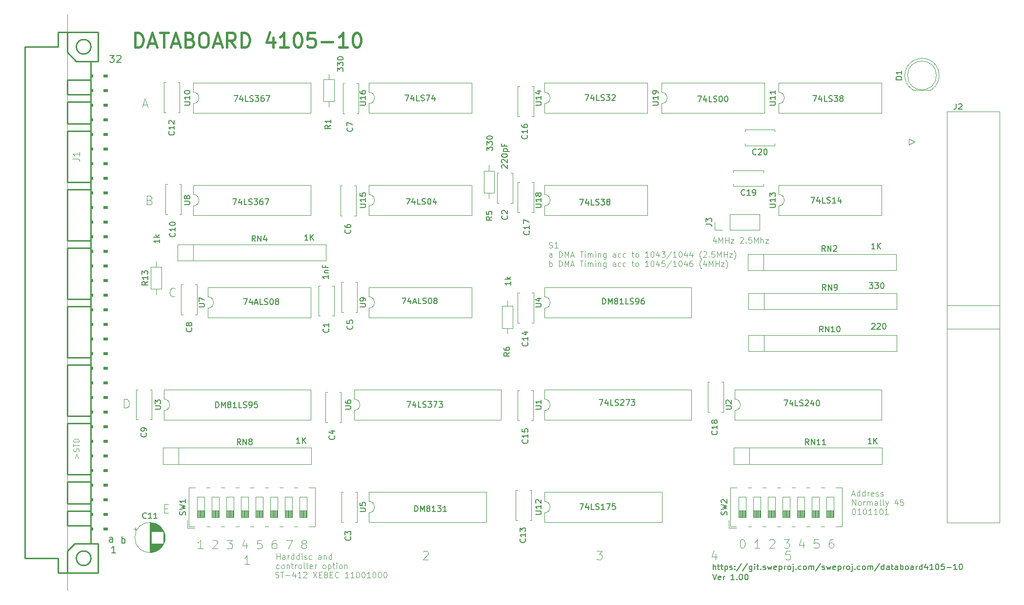
<source format=gbr>
%TF.GenerationSoftware,KiCad,Pcbnew,8.0.6*%
%TF.CreationDate,2024-11-23T08:52:47+01:00*%
%TF.ProjectId,4680-4105,34363830-2d34-4313-9035-2e6b69636164,Ver 1.00*%
%TF.SameCoordinates,Original*%
%TF.FileFunction,Legend,Top*%
%TF.FilePolarity,Positive*%
%FSLAX46Y46*%
G04 Gerber Fmt 4.6, Leading zero omitted, Abs format (unit mm)*
G04 Created by KiCad (PCBNEW 8.0.6) date 2024-11-23 08:52:47*
%MOMM*%
%LPD*%
G01*
G04 APERTURE LIST*
%ADD10C,0.150000*%
%ADD11C,0.100000*%
%ADD12C,0.400000*%
%ADD13C,0.120650*%
%ADD14C,0.127000*%
%ADD15C,0.101600*%
%ADD16C,0.120000*%
%ADD17C,0.254000*%
%ADD18C,0.000000*%
G04 APERTURE END LIST*
D10*
X172101122Y-137325219D02*
X172434455Y-138325219D01*
X172434455Y-138325219D02*
X172767788Y-137325219D01*
X173482074Y-138277600D02*
X173386836Y-138325219D01*
X173386836Y-138325219D02*
X173196360Y-138325219D01*
X173196360Y-138325219D02*
X173101122Y-138277600D01*
X173101122Y-138277600D02*
X173053503Y-138182361D01*
X173053503Y-138182361D02*
X173053503Y-137801409D01*
X173053503Y-137801409D02*
X173101122Y-137706171D01*
X173101122Y-137706171D02*
X173196360Y-137658552D01*
X173196360Y-137658552D02*
X173386836Y-137658552D01*
X173386836Y-137658552D02*
X173482074Y-137706171D01*
X173482074Y-137706171D02*
X173529693Y-137801409D01*
X173529693Y-137801409D02*
X173529693Y-137896647D01*
X173529693Y-137896647D02*
X173053503Y-137991885D01*
X173958265Y-138325219D02*
X173958265Y-137658552D01*
X173958265Y-137849028D02*
X174005884Y-137753790D01*
X174005884Y-137753790D02*
X174053503Y-137706171D01*
X174053503Y-137706171D02*
X174148741Y-137658552D01*
X174148741Y-137658552D02*
X174243979Y-137658552D01*
X175863027Y-138325219D02*
X175291599Y-138325219D01*
X175577313Y-138325219D02*
X175577313Y-137325219D01*
X175577313Y-137325219D02*
X175482075Y-137468076D01*
X175482075Y-137468076D02*
X175386837Y-137563314D01*
X175386837Y-137563314D02*
X175291599Y-137610933D01*
X176291599Y-138229980D02*
X176339218Y-138277600D01*
X176339218Y-138277600D02*
X176291599Y-138325219D01*
X176291599Y-138325219D02*
X176243980Y-138277600D01*
X176243980Y-138277600D02*
X176291599Y-138229980D01*
X176291599Y-138229980D02*
X176291599Y-138325219D01*
X176958265Y-137325219D02*
X177053503Y-137325219D01*
X177053503Y-137325219D02*
X177148741Y-137372838D01*
X177148741Y-137372838D02*
X177196360Y-137420457D01*
X177196360Y-137420457D02*
X177243979Y-137515695D01*
X177243979Y-137515695D02*
X177291598Y-137706171D01*
X177291598Y-137706171D02*
X177291598Y-137944266D01*
X177291598Y-137944266D02*
X177243979Y-138134742D01*
X177243979Y-138134742D02*
X177196360Y-138229980D01*
X177196360Y-138229980D02*
X177148741Y-138277600D01*
X177148741Y-138277600D02*
X177053503Y-138325219D01*
X177053503Y-138325219D02*
X176958265Y-138325219D01*
X176958265Y-138325219D02*
X176863027Y-138277600D01*
X176863027Y-138277600D02*
X176815408Y-138229980D01*
X176815408Y-138229980D02*
X176767789Y-138134742D01*
X176767789Y-138134742D02*
X176720170Y-137944266D01*
X176720170Y-137944266D02*
X176720170Y-137706171D01*
X176720170Y-137706171D02*
X176767789Y-137515695D01*
X176767789Y-137515695D02*
X176815408Y-137420457D01*
X176815408Y-137420457D02*
X176863027Y-137372838D01*
X176863027Y-137372838D02*
X176958265Y-137325219D01*
X177910646Y-137325219D02*
X178005884Y-137325219D01*
X178005884Y-137325219D02*
X178101122Y-137372838D01*
X178101122Y-137372838D02*
X178148741Y-137420457D01*
X178148741Y-137420457D02*
X178196360Y-137515695D01*
X178196360Y-137515695D02*
X178243979Y-137706171D01*
X178243979Y-137706171D02*
X178243979Y-137944266D01*
X178243979Y-137944266D02*
X178196360Y-138134742D01*
X178196360Y-138134742D02*
X178148741Y-138229980D01*
X178148741Y-138229980D02*
X178101122Y-138277600D01*
X178101122Y-138277600D02*
X178005884Y-138325219D01*
X178005884Y-138325219D02*
X177910646Y-138325219D01*
X177910646Y-138325219D02*
X177815408Y-138277600D01*
X177815408Y-138277600D02*
X177767789Y-138229980D01*
X177767789Y-138229980D02*
X177720170Y-138134742D01*
X177720170Y-138134742D02*
X177672551Y-137944266D01*
X177672551Y-137944266D02*
X177672551Y-137706171D01*
X177672551Y-137706171D02*
X177720170Y-137515695D01*
X177720170Y-137515695D02*
X177767789Y-137420457D01*
X177767789Y-137420457D02*
X177815408Y-137372838D01*
X177815408Y-137372838D02*
X177910646Y-137325219D01*
D11*
X196293465Y-123468416D02*
X196769655Y-123468416D01*
X196198227Y-123754131D02*
X196531560Y-122754131D01*
X196531560Y-122754131D02*
X196864893Y-123754131D01*
X197626798Y-123754131D02*
X197626798Y-122754131D01*
X197626798Y-123706512D02*
X197531560Y-123754131D01*
X197531560Y-123754131D02*
X197341084Y-123754131D01*
X197341084Y-123754131D02*
X197245846Y-123706512D01*
X197245846Y-123706512D02*
X197198227Y-123658892D01*
X197198227Y-123658892D02*
X197150608Y-123563654D01*
X197150608Y-123563654D02*
X197150608Y-123277940D01*
X197150608Y-123277940D02*
X197198227Y-123182702D01*
X197198227Y-123182702D02*
X197245846Y-123135083D01*
X197245846Y-123135083D02*
X197341084Y-123087464D01*
X197341084Y-123087464D02*
X197531560Y-123087464D01*
X197531560Y-123087464D02*
X197626798Y-123135083D01*
X198531560Y-123754131D02*
X198531560Y-122754131D01*
X198531560Y-123706512D02*
X198436322Y-123754131D01*
X198436322Y-123754131D02*
X198245846Y-123754131D01*
X198245846Y-123754131D02*
X198150608Y-123706512D01*
X198150608Y-123706512D02*
X198102989Y-123658892D01*
X198102989Y-123658892D02*
X198055370Y-123563654D01*
X198055370Y-123563654D02*
X198055370Y-123277940D01*
X198055370Y-123277940D02*
X198102989Y-123182702D01*
X198102989Y-123182702D02*
X198150608Y-123135083D01*
X198150608Y-123135083D02*
X198245846Y-123087464D01*
X198245846Y-123087464D02*
X198436322Y-123087464D01*
X198436322Y-123087464D02*
X198531560Y-123135083D01*
X199007751Y-123754131D02*
X199007751Y-123087464D01*
X199007751Y-123277940D02*
X199055370Y-123182702D01*
X199055370Y-123182702D02*
X199102989Y-123135083D01*
X199102989Y-123135083D02*
X199198227Y-123087464D01*
X199198227Y-123087464D02*
X199293465Y-123087464D01*
X200007751Y-123706512D02*
X199912513Y-123754131D01*
X199912513Y-123754131D02*
X199722037Y-123754131D01*
X199722037Y-123754131D02*
X199626799Y-123706512D01*
X199626799Y-123706512D02*
X199579180Y-123611273D01*
X199579180Y-123611273D02*
X199579180Y-123230321D01*
X199579180Y-123230321D02*
X199626799Y-123135083D01*
X199626799Y-123135083D02*
X199722037Y-123087464D01*
X199722037Y-123087464D02*
X199912513Y-123087464D01*
X199912513Y-123087464D02*
X200007751Y-123135083D01*
X200007751Y-123135083D02*
X200055370Y-123230321D01*
X200055370Y-123230321D02*
X200055370Y-123325559D01*
X200055370Y-123325559D02*
X199579180Y-123420797D01*
X200436323Y-123706512D02*
X200531561Y-123754131D01*
X200531561Y-123754131D02*
X200722037Y-123754131D01*
X200722037Y-123754131D02*
X200817275Y-123706512D01*
X200817275Y-123706512D02*
X200864894Y-123611273D01*
X200864894Y-123611273D02*
X200864894Y-123563654D01*
X200864894Y-123563654D02*
X200817275Y-123468416D01*
X200817275Y-123468416D02*
X200722037Y-123420797D01*
X200722037Y-123420797D02*
X200579180Y-123420797D01*
X200579180Y-123420797D02*
X200483942Y-123373178D01*
X200483942Y-123373178D02*
X200436323Y-123277940D01*
X200436323Y-123277940D02*
X200436323Y-123230321D01*
X200436323Y-123230321D02*
X200483942Y-123135083D01*
X200483942Y-123135083D02*
X200579180Y-123087464D01*
X200579180Y-123087464D02*
X200722037Y-123087464D01*
X200722037Y-123087464D02*
X200817275Y-123135083D01*
X201245847Y-123706512D02*
X201341085Y-123754131D01*
X201341085Y-123754131D02*
X201531561Y-123754131D01*
X201531561Y-123754131D02*
X201626799Y-123706512D01*
X201626799Y-123706512D02*
X201674418Y-123611273D01*
X201674418Y-123611273D02*
X201674418Y-123563654D01*
X201674418Y-123563654D02*
X201626799Y-123468416D01*
X201626799Y-123468416D02*
X201531561Y-123420797D01*
X201531561Y-123420797D02*
X201388704Y-123420797D01*
X201388704Y-123420797D02*
X201293466Y-123373178D01*
X201293466Y-123373178D02*
X201245847Y-123277940D01*
X201245847Y-123277940D02*
X201245847Y-123230321D01*
X201245847Y-123230321D02*
X201293466Y-123135083D01*
X201293466Y-123135083D02*
X201388704Y-123087464D01*
X201388704Y-123087464D02*
X201531561Y-123087464D01*
X201531561Y-123087464D02*
X201626799Y-123135083D01*
X196341084Y-125364075D02*
X196341084Y-124364075D01*
X196341084Y-124364075D02*
X196912512Y-125364075D01*
X196912512Y-125364075D02*
X196912512Y-124364075D01*
X197531560Y-125364075D02*
X197436322Y-125316456D01*
X197436322Y-125316456D02*
X197388703Y-125268836D01*
X197388703Y-125268836D02*
X197341084Y-125173598D01*
X197341084Y-125173598D02*
X197341084Y-124887884D01*
X197341084Y-124887884D02*
X197388703Y-124792646D01*
X197388703Y-124792646D02*
X197436322Y-124745027D01*
X197436322Y-124745027D02*
X197531560Y-124697408D01*
X197531560Y-124697408D02*
X197674417Y-124697408D01*
X197674417Y-124697408D02*
X197769655Y-124745027D01*
X197769655Y-124745027D02*
X197817274Y-124792646D01*
X197817274Y-124792646D02*
X197864893Y-124887884D01*
X197864893Y-124887884D02*
X197864893Y-125173598D01*
X197864893Y-125173598D02*
X197817274Y-125268836D01*
X197817274Y-125268836D02*
X197769655Y-125316456D01*
X197769655Y-125316456D02*
X197674417Y-125364075D01*
X197674417Y-125364075D02*
X197531560Y-125364075D01*
X198293465Y-125364075D02*
X198293465Y-124697408D01*
X198293465Y-124887884D02*
X198341084Y-124792646D01*
X198341084Y-124792646D02*
X198388703Y-124745027D01*
X198388703Y-124745027D02*
X198483941Y-124697408D01*
X198483941Y-124697408D02*
X198579179Y-124697408D01*
X198912513Y-125364075D02*
X198912513Y-124697408D01*
X198912513Y-124792646D02*
X198960132Y-124745027D01*
X198960132Y-124745027D02*
X199055370Y-124697408D01*
X199055370Y-124697408D02*
X199198227Y-124697408D01*
X199198227Y-124697408D02*
X199293465Y-124745027D01*
X199293465Y-124745027D02*
X199341084Y-124840265D01*
X199341084Y-124840265D02*
X199341084Y-125364075D01*
X199341084Y-124840265D02*
X199388703Y-124745027D01*
X199388703Y-124745027D02*
X199483941Y-124697408D01*
X199483941Y-124697408D02*
X199626798Y-124697408D01*
X199626798Y-124697408D02*
X199722037Y-124745027D01*
X199722037Y-124745027D02*
X199769656Y-124840265D01*
X199769656Y-124840265D02*
X199769656Y-125364075D01*
X200674417Y-125364075D02*
X200674417Y-124840265D01*
X200674417Y-124840265D02*
X200626798Y-124745027D01*
X200626798Y-124745027D02*
X200531560Y-124697408D01*
X200531560Y-124697408D02*
X200341084Y-124697408D01*
X200341084Y-124697408D02*
X200245846Y-124745027D01*
X200674417Y-125316456D02*
X200579179Y-125364075D01*
X200579179Y-125364075D02*
X200341084Y-125364075D01*
X200341084Y-125364075D02*
X200245846Y-125316456D01*
X200245846Y-125316456D02*
X200198227Y-125221217D01*
X200198227Y-125221217D02*
X200198227Y-125125979D01*
X200198227Y-125125979D02*
X200245846Y-125030741D01*
X200245846Y-125030741D02*
X200341084Y-124983122D01*
X200341084Y-124983122D02*
X200579179Y-124983122D01*
X200579179Y-124983122D02*
X200674417Y-124935503D01*
X201293465Y-125364075D02*
X201198227Y-125316456D01*
X201198227Y-125316456D02*
X201150608Y-125221217D01*
X201150608Y-125221217D02*
X201150608Y-124364075D01*
X201817275Y-125364075D02*
X201722037Y-125316456D01*
X201722037Y-125316456D02*
X201674418Y-125221217D01*
X201674418Y-125221217D02*
X201674418Y-124364075D01*
X202102990Y-124697408D02*
X202341085Y-125364075D01*
X202579180Y-124697408D02*
X202341085Y-125364075D01*
X202341085Y-125364075D02*
X202245847Y-125602170D01*
X202245847Y-125602170D02*
X202198228Y-125649789D01*
X202198228Y-125649789D02*
X202102990Y-125697408D01*
X204150609Y-124697408D02*
X204150609Y-125364075D01*
X203912514Y-124316456D02*
X203674419Y-125030741D01*
X203674419Y-125030741D02*
X204293466Y-125030741D01*
X205150609Y-124364075D02*
X204674419Y-124364075D01*
X204674419Y-124364075D02*
X204626800Y-124840265D01*
X204626800Y-124840265D02*
X204674419Y-124792646D01*
X204674419Y-124792646D02*
X204769657Y-124745027D01*
X204769657Y-124745027D02*
X205007752Y-124745027D01*
X205007752Y-124745027D02*
X205102990Y-124792646D01*
X205102990Y-124792646D02*
X205150609Y-124840265D01*
X205150609Y-124840265D02*
X205198228Y-124935503D01*
X205198228Y-124935503D02*
X205198228Y-125173598D01*
X205198228Y-125173598D02*
X205150609Y-125268836D01*
X205150609Y-125268836D02*
X205102990Y-125316456D01*
X205102990Y-125316456D02*
X205007752Y-125364075D01*
X205007752Y-125364075D02*
X204769657Y-125364075D01*
X204769657Y-125364075D02*
X204674419Y-125316456D01*
X204674419Y-125316456D02*
X204626800Y-125268836D01*
X196531560Y-125974019D02*
X196626798Y-125974019D01*
X196626798Y-125974019D02*
X196722036Y-126021638D01*
X196722036Y-126021638D02*
X196769655Y-126069257D01*
X196769655Y-126069257D02*
X196817274Y-126164495D01*
X196817274Y-126164495D02*
X196864893Y-126354971D01*
X196864893Y-126354971D02*
X196864893Y-126593066D01*
X196864893Y-126593066D02*
X196817274Y-126783542D01*
X196817274Y-126783542D02*
X196769655Y-126878780D01*
X196769655Y-126878780D02*
X196722036Y-126926400D01*
X196722036Y-126926400D02*
X196626798Y-126974019D01*
X196626798Y-126974019D02*
X196531560Y-126974019D01*
X196531560Y-126974019D02*
X196436322Y-126926400D01*
X196436322Y-126926400D02*
X196388703Y-126878780D01*
X196388703Y-126878780D02*
X196341084Y-126783542D01*
X196341084Y-126783542D02*
X196293465Y-126593066D01*
X196293465Y-126593066D02*
X196293465Y-126354971D01*
X196293465Y-126354971D02*
X196341084Y-126164495D01*
X196341084Y-126164495D02*
X196388703Y-126069257D01*
X196388703Y-126069257D02*
X196436322Y-126021638D01*
X196436322Y-126021638D02*
X196531560Y-125974019D01*
X197817274Y-126974019D02*
X197245846Y-126974019D01*
X197531560Y-126974019D02*
X197531560Y-125974019D01*
X197531560Y-125974019D02*
X197436322Y-126116876D01*
X197436322Y-126116876D02*
X197341084Y-126212114D01*
X197341084Y-126212114D02*
X197245846Y-126259733D01*
X198436322Y-125974019D02*
X198531560Y-125974019D01*
X198531560Y-125974019D02*
X198626798Y-126021638D01*
X198626798Y-126021638D02*
X198674417Y-126069257D01*
X198674417Y-126069257D02*
X198722036Y-126164495D01*
X198722036Y-126164495D02*
X198769655Y-126354971D01*
X198769655Y-126354971D02*
X198769655Y-126593066D01*
X198769655Y-126593066D02*
X198722036Y-126783542D01*
X198722036Y-126783542D02*
X198674417Y-126878780D01*
X198674417Y-126878780D02*
X198626798Y-126926400D01*
X198626798Y-126926400D02*
X198531560Y-126974019D01*
X198531560Y-126974019D02*
X198436322Y-126974019D01*
X198436322Y-126974019D02*
X198341084Y-126926400D01*
X198341084Y-126926400D02*
X198293465Y-126878780D01*
X198293465Y-126878780D02*
X198245846Y-126783542D01*
X198245846Y-126783542D02*
X198198227Y-126593066D01*
X198198227Y-126593066D02*
X198198227Y-126354971D01*
X198198227Y-126354971D02*
X198245846Y-126164495D01*
X198245846Y-126164495D02*
X198293465Y-126069257D01*
X198293465Y-126069257D02*
X198341084Y-126021638D01*
X198341084Y-126021638D02*
X198436322Y-125974019D01*
X199722036Y-126974019D02*
X199150608Y-126974019D01*
X199436322Y-126974019D02*
X199436322Y-125974019D01*
X199436322Y-125974019D02*
X199341084Y-126116876D01*
X199341084Y-126116876D02*
X199245846Y-126212114D01*
X199245846Y-126212114D02*
X199150608Y-126259733D01*
X200674417Y-126974019D02*
X200102989Y-126974019D01*
X200388703Y-126974019D02*
X200388703Y-125974019D01*
X200388703Y-125974019D02*
X200293465Y-126116876D01*
X200293465Y-126116876D02*
X200198227Y-126212114D01*
X200198227Y-126212114D02*
X200102989Y-126259733D01*
X201293465Y-125974019D02*
X201388703Y-125974019D01*
X201388703Y-125974019D02*
X201483941Y-126021638D01*
X201483941Y-126021638D02*
X201531560Y-126069257D01*
X201531560Y-126069257D02*
X201579179Y-126164495D01*
X201579179Y-126164495D02*
X201626798Y-126354971D01*
X201626798Y-126354971D02*
X201626798Y-126593066D01*
X201626798Y-126593066D02*
X201579179Y-126783542D01*
X201579179Y-126783542D02*
X201531560Y-126878780D01*
X201531560Y-126878780D02*
X201483941Y-126926400D01*
X201483941Y-126926400D02*
X201388703Y-126974019D01*
X201388703Y-126974019D02*
X201293465Y-126974019D01*
X201293465Y-126974019D02*
X201198227Y-126926400D01*
X201198227Y-126926400D02*
X201150608Y-126878780D01*
X201150608Y-126878780D02*
X201102989Y-126783542D01*
X201102989Y-126783542D02*
X201055370Y-126593066D01*
X201055370Y-126593066D02*
X201055370Y-126354971D01*
X201055370Y-126354971D02*
X201102989Y-126164495D01*
X201102989Y-126164495D02*
X201150608Y-126069257D01*
X201150608Y-126069257D02*
X201198227Y-126021638D01*
X201198227Y-126021638D02*
X201293465Y-125974019D01*
X202579179Y-126974019D02*
X202007751Y-126974019D01*
X202293465Y-126974019D02*
X202293465Y-125974019D01*
X202293465Y-125974019D02*
X202198227Y-126116876D01*
X202198227Y-126116876D02*
X202102989Y-126212114D01*
X202102989Y-126212114D02*
X202007751Y-126259733D01*
X151968874Y-133286828D02*
X152897446Y-133286828D01*
X152897446Y-133286828D02*
X152397446Y-133858257D01*
X152397446Y-133858257D02*
X152611731Y-133858257D01*
X152611731Y-133858257D02*
X152754589Y-133929685D01*
X152754589Y-133929685D02*
X152826017Y-134001114D01*
X152826017Y-134001114D02*
X152897446Y-134143971D01*
X152897446Y-134143971D02*
X152897446Y-134501114D01*
X152897446Y-134501114D02*
X152826017Y-134643971D01*
X152826017Y-134643971D02*
X152754589Y-134715400D01*
X152754589Y-134715400D02*
X152611731Y-134786828D01*
X152611731Y-134786828D02*
X152183160Y-134786828D01*
X152183160Y-134786828D02*
X152040303Y-134715400D01*
X152040303Y-134715400D02*
X151968874Y-134643971D01*
X172668189Y-133786828D02*
X172668189Y-134786828D01*
X172311046Y-133215400D02*
X171953903Y-134286828D01*
X171953903Y-134286828D02*
X172882474Y-134286828D01*
X96217465Y-137899200D02*
X96360322Y-137946819D01*
X96360322Y-137946819D02*
X96598417Y-137946819D01*
X96598417Y-137946819D02*
X96693655Y-137899200D01*
X96693655Y-137899200D02*
X96741274Y-137851580D01*
X96741274Y-137851580D02*
X96788893Y-137756342D01*
X96788893Y-137756342D02*
X96788893Y-137661104D01*
X96788893Y-137661104D02*
X96741274Y-137565866D01*
X96741274Y-137565866D02*
X96693655Y-137518247D01*
X96693655Y-137518247D02*
X96598417Y-137470628D01*
X96598417Y-137470628D02*
X96407941Y-137423009D01*
X96407941Y-137423009D02*
X96312703Y-137375390D01*
X96312703Y-137375390D02*
X96265084Y-137327771D01*
X96265084Y-137327771D02*
X96217465Y-137232533D01*
X96217465Y-137232533D02*
X96217465Y-137137295D01*
X96217465Y-137137295D02*
X96265084Y-137042057D01*
X96265084Y-137042057D02*
X96312703Y-136994438D01*
X96312703Y-136994438D02*
X96407941Y-136946819D01*
X96407941Y-136946819D02*
X96646036Y-136946819D01*
X96646036Y-136946819D02*
X96788893Y-136994438D01*
X97074608Y-136946819D02*
X97646036Y-136946819D01*
X97360322Y-137946819D02*
X97360322Y-136946819D01*
X97979370Y-137565866D02*
X98741275Y-137565866D01*
X99646036Y-137280152D02*
X99646036Y-137946819D01*
X99407941Y-136899200D02*
X99169846Y-137613485D01*
X99169846Y-137613485D02*
X99788893Y-137613485D01*
X100693655Y-137946819D02*
X100122227Y-137946819D01*
X100407941Y-137946819D02*
X100407941Y-136946819D01*
X100407941Y-136946819D02*
X100312703Y-137089676D01*
X100312703Y-137089676D02*
X100217465Y-137184914D01*
X100217465Y-137184914D02*
X100122227Y-137232533D01*
X101074608Y-137042057D02*
X101122227Y-136994438D01*
X101122227Y-136994438D02*
X101217465Y-136946819D01*
X101217465Y-136946819D02*
X101455560Y-136946819D01*
X101455560Y-136946819D02*
X101550798Y-136994438D01*
X101550798Y-136994438D02*
X101598417Y-137042057D01*
X101598417Y-137042057D02*
X101646036Y-137137295D01*
X101646036Y-137137295D02*
X101646036Y-137232533D01*
X101646036Y-137232533D02*
X101598417Y-137375390D01*
X101598417Y-137375390D02*
X101026989Y-137946819D01*
X101026989Y-137946819D02*
X101646036Y-137946819D01*
X102741275Y-136946819D02*
X103407941Y-137946819D01*
X103407941Y-136946819D02*
X102741275Y-137946819D01*
X103788894Y-137423009D02*
X104122227Y-137423009D01*
X104265084Y-137946819D02*
X103788894Y-137946819D01*
X103788894Y-137946819D02*
X103788894Y-136946819D01*
X103788894Y-136946819D02*
X104265084Y-136946819D01*
X105026989Y-137423009D02*
X105169846Y-137470628D01*
X105169846Y-137470628D02*
X105217465Y-137518247D01*
X105217465Y-137518247D02*
X105265084Y-137613485D01*
X105265084Y-137613485D02*
X105265084Y-137756342D01*
X105265084Y-137756342D02*
X105217465Y-137851580D01*
X105217465Y-137851580D02*
X105169846Y-137899200D01*
X105169846Y-137899200D02*
X105074608Y-137946819D01*
X105074608Y-137946819D02*
X104693656Y-137946819D01*
X104693656Y-137946819D02*
X104693656Y-136946819D01*
X104693656Y-136946819D02*
X105026989Y-136946819D01*
X105026989Y-136946819D02*
X105122227Y-136994438D01*
X105122227Y-136994438D02*
X105169846Y-137042057D01*
X105169846Y-137042057D02*
X105217465Y-137137295D01*
X105217465Y-137137295D02*
X105217465Y-137232533D01*
X105217465Y-137232533D02*
X105169846Y-137327771D01*
X105169846Y-137327771D02*
X105122227Y-137375390D01*
X105122227Y-137375390D02*
X105026989Y-137423009D01*
X105026989Y-137423009D02*
X104693656Y-137423009D01*
X105693656Y-137423009D02*
X106026989Y-137423009D01*
X106169846Y-137946819D02*
X105693656Y-137946819D01*
X105693656Y-137946819D02*
X105693656Y-136946819D01*
X105693656Y-136946819D02*
X106169846Y-136946819D01*
X107169846Y-137851580D02*
X107122227Y-137899200D01*
X107122227Y-137899200D02*
X106979370Y-137946819D01*
X106979370Y-137946819D02*
X106884132Y-137946819D01*
X106884132Y-137946819D02*
X106741275Y-137899200D01*
X106741275Y-137899200D02*
X106646037Y-137803961D01*
X106646037Y-137803961D02*
X106598418Y-137708723D01*
X106598418Y-137708723D02*
X106550799Y-137518247D01*
X106550799Y-137518247D02*
X106550799Y-137375390D01*
X106550799Y-137375390D02*
X106598418Y-137184914D01*
X106598418Y-137184914D02*
X106646037Y-137089676D01*
X106646037Y-137089676D02*
X106741275Y-136994438D01*
X106741275Y-136994438D02*
X106884132Y-136946819D01*
X106884132Y-136946819D02*
X106979370Y-136946819D01*
X106979370Y-136946819D02*
X107122227Y-136994438D01*
X107122227Y-136994438D02*
X107169846Y-137042057D01*
X108884132Y-137946819D02*
X108312704Y-137946819D01*
X108598418Y-137946819D02*
X108598418Y-136946819D01*
X108598418Y-136946819D02*
X108503180Y-137089676D01*
X108503180Y-137089676D02*
X108407942Y-137184914D01*
X108407942Y-137184914D02*
X108312704Y-137232533D01*
X109836513Y-137946819D02*
X109265085Y-137946819D01*
X109550799Y-137946819D02*
X109550799Y-136946819D01*
X109550799Y-136946819D02*
X109455561Y-137089676D01*
X109455561Y-137089676D02*
X109360323Y-137184914D01*
X109360323Y-137184914D02*
X109265085Y-137232533D01*
X110455561Y-136946819D02*
X110550799Y-136946819D01*
X110550799Y-136946819D02*
X110646037Y-136994438D01*
X110646037Y-136994438D02*
X110693656Y-137042057D01*
X110693656Y-137042057D02*
X110741275Y-137137295D01*
X110741275Y-137137295D02*
X110788894Y-137327771D01*
X110788894Y-137327771D02*
X110788894Y-137565866D01*
X110788894Y-137565866D02*
X110741275Y-137756342D01*
X110741275Y-137756342D02*
X110693656Y-137851580D01*
X110693656Y-137851580D02*
X110646037Y-137899200D01*
X110646037Y-137899200D02*
X110550799Y-137946819D01*
X110550799Y-137946819D02*
X110455561Y-137946819D01*
X110455561Y-137946819D02*
X110360323Y-137899200D01*
X110360323Y-137899200D02*
X110312704Y-137851580D01*
X110312704Y-137851580D02*
X110265085Y-137756342D01*
X110265085Y-137756342D02*
X110217466Y-137565866D01*
X110217466Y-137565866D02*
X110217466Y-137327771D01*
X110217466Y-137327771D02*
X110265085Y-137137295D01*
X110265085Y-137137295D02*
X110312704Y-137042057D01*
X110312704Y-137042057D02*
X110360323Y-136994438D01*
X110360323Y-136994438D02*
X110455561Y-136946819D01*
X111407942Y-136946819D02*
X111503180Y-136946819D01*
X111503180Y-136946819D02*
X111598418Y-136994438D01*
X111598418Y-136994438D02*
X111646037Y-137042057D01*
X111646037Y-137042057D02*
X111693656Y-137137295D01*
X111693656Y-137137295D02*
X111741275Y-137327771D01*
X111741275Y-137327771D02*
X111741275Y-137565866D01*
X111741275Y-137565866D02*
X111693656Y-137756342D01*
X111693656Y-137756342D02*
X111646037Y-137851580D01*
X111646037Y-137851580D02*
X111598418Y-137899200D01*
X111598418Y-137899200D02*
X111503180Y-137946819D01*
X111503180Y-137946819D02*
X111407942Y-137946819D01*
X111407942Y-137946819D02*
X111312704Y-137899200D01*
X111312704Y-137899200D02*
X111265085Y-137851580D01*
X111265085Y-137851580D02*
X111217466Y-137756342D01*
X111217466Y-137756342D02*
X111169847Y-137565866D01*
X111169847Y-137565866D02*
X111169847Y-137327771D01*
X111169847Y-137327771D02*
X111217466Y-137137295D01*
X111217466Y-137137295D02*
X111265085Y-137042057D01*
X111265085Y-137042057D02*
X111312704Y-136994438D01*
X111312704Y-136994438D02*
X111407942Y-136946819D01*
X112693656Y-137946819D02*
X112122228Y-137946819D01*
X112407942Y-137946819D02*
X112407942Y-136946819D01*
X112407942Y-136946819D02*
X112312704Y-137089676D01*
X112312704Y-137089676D02*
X112217466Y-137184914D01*
X112217466Y-137184914D02*
X112122228Y-137232533D01*
X113312704Y-136946819D02*
X113407942Y-136946819D01*
X113407942Y-136946819D02*
X113503180Y-136994438D01*
X113503180Y-136994438D02*
X113550799Y-137042057D01*
X113550799Y-137042057D02*
X113598418Y-137137295D01*
X113598418Y-137137295D02*
X113646037Y-137327771D01*
X113646037Y-137327771D02*
X113646037Y-137565866D01*
X113646037Y-137565866D02*
X113598418Y-137756342D01*
X113598418Y-137756342D02*
X113550799Y-137851580D01*
X113550799Y-137851580D02*
X113503180Y-137899200D01*
X113503180Y-137899200D02*
X113407942Y-137946819D01*
X113407942Y-137946819D02*
X113312704Y-137946819D01*
X113312704Y-137946819D02*
X113217466Y-137899200D01*
X113217466Y-137899200D02*
X113169847Y-137851580D01*
X113169847Y-137851580D02*
X113122228Y-137756342D01*
X113122228Y-137756342D02*
X113074609Y-137565866D01*
X113074609Y-137565866D02*
X113074609Y-137327771D01*
X113074609Y-137327771D02*
X113122228Y-137137295D01*
X113122228Y-137137295D02*
X113169847Y-137042057D01*
X113169847Y-137042057D02*
X113217466Y-136994438D01*
X113217466Y-136994438D02*
X113312704Y-136946819D01*
X114265085Y-136946819D02*
X114360323Y-136946819D01*
X114360323Y-136946819D02*
X114455561Y-136994438D01*
X114455561Y-136994438D02*
X114503180Y-137042057D01*
X114503180Y-137042057D02*
X114550799Y-137137295D01*
X114550799Y-137137295D02*
X114598418Y-137327771D01*
X114598418Y-137327771D02*
X114598418Y-137565866D01*
X114598418Y-137565866D02*
X114550799Y-137756342D01*
X114550799Y-137756342D02*
X114503180Y-137851580D01*
X114503180Y-137851580D02*
X114455561Y-137899200D01*
X114455561Y-137899200D02*
X114360323Y-137946819D01*
X114360323Y-137946819D02*
X114265085Y-137946819D01*
X114265085Y-137946819D02*
X114169847Y-137899200D01*
X114169847Y-137899200D02*
X114122228Y-137851580D01*
X114122228Y-137851580D02*
X114074609Y-137756342D01*
X114074609Y-137756342D02*
X114026990Y-137565866D01*
X114026990Y-137565866D02*
X114026990Y-137327771D01*
X114026990Y-137327771D02*
X114074609Y-137137295D01*
X114074609Y-137137295D02*
X114122228Y-137042057D01*
X114122228Y-137042057D02*
X114169847Y-136994438D01*
X114169847Y-136994438D02*
X114265085Y-136946819D01*
X115217466Y-136946819D02*
X115312704Y-136946819D01*
X115312704Y-136946819D02*
X115407942Y-136994438D01*
X115407942Y-136994438D02*
X115455561Y-137042057D01*
X115455561Y-137042057D02*
X115503180Y-137137295D01*
X115503180Y-137137295D02*
X115550799Y-137327771D01*
X115550799Y-137327771D02*
X115550799Y-137565866D01*
X115550799Y-137565866D02*
X115503180Y-137756342D01*
X115503180Y-137756342D02*
X115455561Y-137851580D01*
X115455561Y-137851580D02*
X115407942Y-137899200D01*
X115407942Y-137899200D02*
X115312704Y-137946819D01*
X115312704Y-137946819D02*
X115217466Y-137946819D01*
X115217466Y-137946819D02*
X115122228Y-137899200D01*
X115122228Y-137899200D02*
X115074609Y-137851580D01*
X115074609Y-137851580D02*
X115026990Y-137756342D01*
X115026990Y-137756342D02*
X114979371Y-137565866D01*
X114979371Y-137565866D02*
X114979371Y-137327771D01*
X114979371Y-137327771D02*
X115026990Y-137137295D01*
X115026990Y-137137295D02*
X115074609Y-137042057D01*
X115074609Y-137042057D02*
X115122228Y-136994438D01*
X115122228Y-136994438D02*
X115217466Y-136946819D01*
X172639655Y-79114152D02*
X172639655Y-79780819D01*
X172401560Y-78733200D02*
X172163465Y-79447485D01*
X172163465Y-79447485D02*
X172782512Y-79447485D01*
X173163465Y-79780819D02*
X173163465Y-78780819D01*
X173163465Y-78780819D02*
X173496798Y-79495104D01*
X173496798Y-79495104D02*
X173830131Y-78780819D01*
X173830131Y-78780819D02*
X173830131Y-79780819D01*
X174306322Y-79780819D02*
X174306322Y-78780819D01*
X174306322Y-79257009D02*
X174877750Y-79257009D01*
X174877750Y-79780819D02*
X174877750Y-78780819D01*
X175258703Y-79114152D02*
X175782512Y-79114152D01*
X175782512Y-79114152D02*
X175258703Y-79780819D01*
X175258703Y-79780819D02*
X175782512Y-79780819D01*
X176877751Y-78876057D02*
X176925370Y-78828438D01*
X176925370Y-78828438D02*
X177020608Y-78780819D01*
X177020608Y-78780819D02*
X177258703Y-78780819D01*
X177258703Y-78780819D02*
X177353941Y-78828438D01*
X177353941Y-78828438D02*
X177401560Y-78876057D01*
X177401560Y-78876057D02*
X177449179Y-78971295D01*
X177449179Y-78971295D02*
X177449179Y-79066533D01*
X177449179Y-79066533D02*
X177401560Y-79209390D01*
X177401560Y-79209390D02*
X176830132Y-79780819D01*
X176830132Y-79780819D02*
X177449179Y-79780819D01*
X177877751Y-79685580D02*
X177925370Y-79733200D01*
X177925370Y-79733200D02*
X177877751Y-79780819D01*
X177877751Y-79780819D02*
X177830132Y-79733200D01*
X177830132Y-79733200D02*
X177877751Y-79685580D01*
X177877751Y-79685580D02*
X177877751Y-79780819D01*
X178830131Y-78780819D02*
X178353941Y-78780819D01*
X178353941Y-78780819D02*
X178306322Y-79257009D01*
X178306322Y-79257009D02*
X178353941Y-79209390D01*
X178353941Y-79209390D02*
X178449179Y-79161771D01*
X178449179Y-79161771D02*
X178687274Y-79161771D01*
X178687274Y-79161771D02*
X178782512Y-79209390D01*
X178782512Y-79209390D02*
X178830131Y-79257009D01*
X178830131Y-79257009D02*
X178877750Y-79352247D01*
X178877750Y-79352247D02*
X178877750Y-79590342D01*
X178877750Y-79590342D02*
X178830131Y-79685580D01*
X178830131Y-79685580D02*
X178782512Y-79733200D01*
X178782512Y-79733200D02*
X178687274Y-79780819D01*
X178687274Y-79780819D02*
X178449179Y-79780819D01*
X178449179Y-79780819D02*
X178353941Y-79733200D01*
X178353941Y-79733200D02*
X178306322Y-79685580D01*
X179306322Y-79780819D02*
X179306322Y-78780819D01*
X179306322Y-78780819D02*
X179639655Y-79495104D01*
X179639655Y-79495104D02*
X179972988Y-78780819D01*
X179972988Y-78780819D02*
X179972988Y-79780819D01*
X180449179Y-79780819D02*
X180449179Y-78780819D01*
X180877750Y-79780819D02*
X180877750Y-79257009D01*
X180877750Y-79257009D02*
X180830131Y-79161771D01*
X180830131Y-79161771D02*
X180734893Y-79114152D01*
X180734893Y-79114152D02*
X180592036Y-79114152D01*
X180592036Y-79114152D02*
X180496798Y-79161771D01*
X180496798Y-79161771D02*
X180449179Y-79209390D01*
X181258703Y-79114152D02*
X181782512Y-79114152D01*
X181782512Y-79114152D02*
X181258703Y-79780819D01*
X181258703Y-79780819D02*
X181782512Y-79780819D01*
X185541217Y-133286828D02*
X184826931Y-133286828D01*
X184826931Y-133286828D02*
X184755503Y-134001114D01*
X184755503Y-134001114D02*
X184826931Y-133929685D01*
X184826931Y-133929685D02*
X184969789Y-133858257D01*
X184969789Y-133858257D02*
X185326931Y-133858257D01*
X185326931Y-133858257D02*
X185469789Y-133929685D01*
X185469789Y-133929685D02*
X185541217Y-134001114D01*
X185541217Y-134001114D02*
X185612646Y-134143971D01*
X185612646Y-134143971D02*
X185612646Y-134501114D01*
X185612646Y-134501114D02*
X185541217Y-134643971D01*
X185541217Y-134643971D02*
X185469789Y-134715400D01*
X185469789Y-134715400D02*
X185326931Y-134786828D01*
X185326931Y-134786828D02*
X184969789Y-134786828D01*
X184969789Y-134786828D02*
X184826931Y-134715400D01*
X184826931Y-134715400D02*
X184755503Y-134643971D01*
X74430531Y-72329914D02*
X74644817Y-72401342D01*
X74644817Y-72401342D02*
X74716246Y-72472771D01*
X74716246Y-72472771D02*
X74787674Y-72615628D01*
X74787674Y-72615628D02*
X74787674Y-72829914D01*
X74787674Y-72829914D02*
X74716246Y-72972771D01*
X74716246Y-72972771D02*
X74644817Y-73044200D01*
X74644817Y-73044200D02*
X74501960Y-73115628D01*
X74501960Y-73115628D02*
X73930531Y-73115628D01*
X73930531Y-73115628D02*
X73930531Y-71615628D01*
X73930531Y-71615628D02*
X74430531Y-71615628D01*
X74430531Y-71615628D02*
X74573389Y-71687057D01*
X74573389Y-71687057D02*
X74644817Y-71758485D01*
X74644817Y-71758485D02*
X74716246Y-71901342D01*
X74716246Y-71901342D02*
X74716246Y-72044200D01*
X74716246Y-72044200D02*
X74644817Y-72187057D01*
X74644817Y-72187057D02*
X74573389Y-72258485D01*
X74573389Y-72258485D02*
X74430531Y-72329914D01*
X74430531Y-72329914D02*
X73930531Y-72329914D01*
X78800874Y-88974771D02*
X78729446Y-89046200D01*
X78729446Y-89046200D02*
X78515160Y-89117628D01*
X78515160Y-89117628D02*
X78372303Y-89117628D01*
X78372303Y-89117628D02*
X78158017Y-89046200D01*
X78158017Y-89046200D02*
X78015160Y-88903342D01*
X78015160Y-88903342D02*
X77943731Y-88760485D01*
X77943731Y-88760485D02*
X77872303Y-88474771D01*
X77872303Y-88474771D02*
X77872303Y-88260485D01*
X77872303Y-88260485D02*
X77943731Y-87974771D01*
X77943731Y-87974771D02*
X78015160Y-87831914D01*
X78015160Y-87831914D02*
X78158017Y-87689057D01*
X78158017Y-87689057D02*
X78372303Y-87617628D01*
X78372303Y-87617628D02*
X78515160Y-87617628D01*
X78515160Y-87617628D02*
X78729446Y-87689057D01*
X78729446Y-87689057D02*
X78800874Y-87760485D01*
X121865103Y-133429685D02*
X121936531Y-133358257D01*
X121936531Y-133358257D02*
X122079389Y-133286828D01*
X122079389Y-133286828D02*
X122436531Y-133286828D01*
X122436531Y-133286828D02*
X122579389Y-133358257D01*
X122579389Y-133358257D02*
X122650817Y-133429685D01*
X122650817Y-133429685D02*
X122722246Y-133572542D01*
X122722246Y-133572542D02*
X122722246Y-133715400D01*
X122722246Y-133715400D02*
X122650817Y-133929685D01*
X122650817Y-133929685D02*
X121793674Y-134786828D01*
X121793674Y-134786828D02*
X122722246Y-134786828D01*
X69968131Y-108421628D02*
X69968131Y-106921628D01*
X69968131Y-106921628D02*
X70325274Y-106921628D01*
X70325274Y-106921628D02*
X70539560Y-106993057D01*
X70539560Y-106993057D02*
X70682417Y-107135914D01*
X70682417Y-107135914D02*
X70753846Y-107278771D01*
X70753846Y-107278771D02*
X70825274Y-107564485D01*
X70825274Y-107564485D02*
X70825274Y-107778771D01*
X70825274Y-107778771D02*
X70753846Y-108064485D01*
X70753846Y-108064485D02*
X70682417Y-108207342D01*
X70682417Y-108207342D02*
X70539560Y-108350200D01*
X70539560Y-108350200D02*
X70325274Y-108421628D01*
X70325274Y-108421628D02*
X69968131Y-108421628D01*
X96417484Y-134762075D02*
X96417484Y-133762075D01*
X96417484Y-134238265D02*
X96988912Y-134238265D01*
X96988912Y-134762075D02*
X96988912Y-133762075D01*
X97893674Y-134762075D02*
X97893674Y-134238265D01*
X97893674Y-134238265D02*
X97846055Y-134143027D01*
X97846055Y-134143027D02*
X97750817Y-134095408D01*
X97750817Y-134095408D02*
X97560341Y-134095408D01*
X97560341Y-134095408D02*
X97465103Y-134143027D01*
X97893674Y-134714456D02*
X97798436Y-134762075D01*
X97798436Y-134762075D02*
X97560341Y-134762075D01*
X97560341Y-134762075D02*
X97465103Y-134714456D01*
X97465103Y-134714456D02*
X97417484Y-134619217D01*
X97417484Y-134619217D02*
X97417484Y-134523979D01*
X97417484Y-134523979D02*
X97465103Y-134428741D01*
X97465103Y-134428741D02*
X97560341Y-134381122D01*
X97560341Y-134381122D02*
X97798436Y-134381122D01*
X97798436Y-134381122D02*
X97893674Y-134333503D01*
X98369865Y-134762075D02*
X98369865Y-134095408D01*
X98369865Y-134285884D02*
X98417484Y-134190646D01*
X98417484Y-134190646D02*
X98465103Y-134143027D01*
X98465103Y-134143027D02*
X98560341Y-134095408D01*
X98560341Y-134095408D02*
X98655579Y-134095408D01*
X99417484Y-134762075D02*
X99417484Y-133762075D01*
X99417484Y-134714456D02*
X99322246Y-134762075D01*
X99322246Y-134762075D02*
X99131770Y-134762075D01*
X99131770Y-134762075D02*
X99036532Y-134714456D01*
X99036532Y-134714456D02*
X98988913Y-134666836D01*
X98988913Y-134666836D02*
X98941294Y-134571598D01*
X98941294Y-134571598D02*
X98941294Y-134285884D01*
X98941294Y-134285884D02*
X98988913Y-134190646D01*
X98988913Y-134190646D02*
X99036532Y-134143027D01*
X99036532Y-134143027D02*
X99131770Y-134095408D01*
X99131770Y-134095408D02*
X99322246Y-134095408D01*
X99322246Y-134095408D02*
X99417484Y-134143027D01*
X100322246Y-134762075D02*
X100322246Y-133762075D01*
X100322246Y-134714456D02*
X100227008Y-134762075D01*
X100227008Y-134762075D02*
X100036532Y-134762075D01*
X100036532Y-134762075D02*
X99941294Y-134714456D01*
X99941294Y-134714456D02*
X99893675Y-134666836D01*
X99893675Y-134666836D02*
X99846056Y-134571598D01*
X99846056Y-134571598D02*
X99846056Y-134285884D01*
X99846056Y-134285884D02*
X99893675Y-134190646D01*
X99893675Y-134190646D02*
X99941294Y-134143027D01*
X99941294Y-134143027D02*
X100036532Y-134095408D01*
X100036532Y-134095408D02*
X100227008Y-134095408D01*
X100227008Y-134095408D02*
X100322246Y-134143027D01*
X100798437Y-134762075D02*
X100798437Y-134095408D01*
X100798437Y-133762075D02*
X100750818Y-133809694D01*
X100750818Y-133809694D02*
X100798437Y-133857313D01*
X100798437Y-133857313D02*
X100846056Y-133809694D01*
X100846056Y-133809694D02*
X100798437Y-133762075D01*
X100798437Y-133762075D02*
X100798437Y-133857313D01*
X101227008Y-134714456D02*
X101322246Y-134762075D01*
X101322246Y-134762075D02*
X101512722Y-134762075D01*
X101512722Y-134762075D02*
X101607960Y-134714456D01*
X101607960Y-134714456D02*
X101655579Y-134619217D01*
X101655579Y-134619217D02*
X101655579Y-134571598D01*
X101655579Y-134571598D02*
X101607960Y-134476360D01*
X101607960Y-134476360D02*
X101512722Y-134428741D01*
X101512722Y-134428741D02*
X101369865Y-134428741D01*
X101369865Y-134428741D02*
X101274627Y-134381122D01*
X101274627Y-134381122D02*
X101227008Y-134285884D01*
X101227008Y-134285884D02*
X101227008Y-134238265D01*
X101227008Y-134238265D02*
X101274627Y-134143027D01*
X101274627Y-134143027D02*
X101369865Y-134095408D01*
X101369865Y-134095408D02*
X101512722Y-134095408D01*
X101512722Y-134095408D02*
X101607960Y-134143027D01*
X102512722Y-134714456D02*
X102417484Y-134762075D01*
X102417484Y-134762075D02*
X102227008Y-134762075D01*
X102227008Y-134762075D02*
X102131770Y-134714456D01*
X102131770Y-134714456D02*
X102084151Y-134666836D01*
X102084151Y-134666836D02*
X102036532Y-134571598D01*
X102036532Y-134571598D02*
X102036532Y-134285884D01*
X102036532Y-134285884D02*
X102084151Y-134190646D01*
X102084151Y-134190646D02*
X102131770Y-134143027D01*
X102131770Y-134143027D02*
X102227008Y-134095408D01*
X102227008Y-134095408D02*
X102417484Y-134095408D01*
X102417484Y-134095408D02*
X102512722Y-134143027D01*
X104131770Y-134762075D02*
X104131770Y-134238265D01*
X104131770Y-134238265D02*
X104084151Y-134143027D01*
X104084151Y-134143027D02*
X103988913Y-134095408D01*
X103988913Y-134095408D02*
X103798437Y-134095408D01*
X103798437Y-134095408D02*
X103703199Y-134143027D01*
X104131770Y-134714456D02*
X104036532Y-134762075D01*
X104036532Y-134762075D02*
X103798437Y-134762075D01*
X103798437Y-134762075D02*
X103703199Y-134714456D01*
X103703199Y-134714456D02*
X103655580Y-134619217D01*
X103655580Y-134619217D02*
X103655580Y-134523979D01*
X103655580Y-134523979D02*
X103703199Y-134428741D01*
X103703199Y-134428741D02*
X103798437Y-134381122D01*
X103798437Y-134381122D02*
X104036532Y-134381122D01*
X104036532Y-134381122D02*
X104131770Y-134333503D01*
X104607961Y-134095408D02*
X104607961Y-134762075D01*
X104607961Y-134190646D02*
X104655580Y-134143027D01*
X104655580Y-134143027D02*
X104750818Y-134095408D01*
X104750818Y-134095408D02*
X104893675Y-134095408D01*
X104893675Y-134095408D02*
X104988913Y-134143027D01*
X104988913Y-134143027D02*
X105036532Y-134238265D01*
X105036532Y-134238265D02*
X105036532Y-134762075D01*
X105941294Y-134762075D02*
X105941294Y-133762075D01*
X105941294Y-134714456D02*
X105846056Y-134762075D01*
X105846056Y-134762075D02*
X105655580Y-134762075D01*
X105655580Y-134762075D02*
X105560342Y-134714456D01*
X105560342Y-134714456D02*
X105512723Y-134666836D01*
X105512723Y-134666836D02*
X105465104Y-134571598D01*
X105465104Y-134571598D02*
X105465104Y-134285884D01*
X105465104Y-134285884D02*
X105512723Y-134190646D01*
X105512723Y-134190646D02*
X105560342Y-134143027D01*
X105560342Y-134143027D02*
X105655580Y-134095408D01*
X105655580Y-134095408D02*
X105846056Y-134095408D01*
X105846056Y-134095408D02*
X105941294Y-134143027D01*
X96846055Y-136324400D02*
X96750817Y-136372019D01*
X96750817Y-136372019D02*
X96560341Y-136372019D01*
X96560341Y-136372019D02*
X96465103Y-136324400D01*
X96465103Y-136324400D02*
X96417484Y-136276780D01*
X96417484Y-136276780D02*
X96369865Y-136181542D01*
X96369865Y-136181542D02*
X96369865Y-135895828D01*
X96369865Y-135895828D02*
X96417484Y-135800590D01*
X96417484Y-135800590D02*
X96465103Y-135752971D01*
X96465103Y-135752971D02*
X96560341Y-135705352D01*
X96560341Y-135705352D02*
X96750817Y-135705352D01*
X96750817Y-135705352D02*
X96846055Y-135752971D01*
X97417484Y-136372019D02*
X97322246Y-136324400D01*
X97322246Y-136324400D02*
X97274627Y-136276780D01*
X97274627Y-136276780D02*
X97227008Y-136181542D01*
X97227008Y-136181542D02*
X97227008Y-135895828D01*
X97227008Y-135895828D02*
X97274627Y-135800590D01*
X97274627Y-135800590D02*
X97322246Y-135752971D01*
X97322246Y-135752971D02*
X97417484Y-135705352D01*
X97417484Y-135705352D02*
X97560341Y-135705352D01*
X97560341Y-135705352D02*
X97655579Y-135752971D01*
X97655579Y-135752971D02*
X97703198Y-135800590D01*
X97703198Y-135800590D02*
X97750817Y-135895828D01*
X97750817Y-135895828D02*
X97750817Y-136181542D01*
X97750817Y-136181542D02*
X97703198Y-136276780D01*
X97703198Y-136276780D02*
X97655579Y-136324400D01*
X97655579Y-136324400D02*
X97560341Y-136372019D01*
X97560341Y-136372019D02*
X97417484Y-136372019D01*
X98179389Y-135705352D02*
X98179389Y-136372019D01*
X98179389Y-135800590D02*
X98227008Y-135752971D01*
X98227008Y-135752971D02*
X98322246Y-135705352D01*
X98322246Y-135705352D02*
X98465103Y-135705352D01*
X98465103Y-135705352D02*
X98560341Y-135752971D01*
X98560341Y-135752971D02*
X98607960Y-135848209D01*
X98607960Y-135848209D02*
X98607960Y-136372019D01*
X98941294Y-135705352D02*
X99322246Y-135705352D01*
X99084151Y-135372019D02*
X99084151Y-136229161D01*
X99084151Y-136229161D02*
X99131770Y-136324400D01*
X99131770Y-136324400D02*
X99227008Y-136372019D01*
X99227008Y-136372019D02*
X99322246Y-136372019D01*
X99655580Y-136372019D02*
X99655580Y-135705352D01*
X99655580Y-135895828D02*
X99703199Y-135800590D01*
X99703199Y-135800590D02*
X99750818Y-135752971D01*
X99750818Y-135752971D02*
X99846056Y-135705352D01*
X99846056Y-135705352D02*
X99941294Y-135705352D01*
X100417485Y-136372019D02*
X100322247Y-136324400D01*
X100322247Y-136324400D02*
X100274628Y-136276780D01*
X100274628Y-136276780D02*
X100227009Y-136181542D01*
X100227009Y-136181542D02*
X100227009Y-135895828D01*
X100227009Y-135895828D02*
X100274628Y-135800590D01*
X100274628Y-135800590D02*
X100322247Y-135752971D01*
X100322247Y-135752971D02*
X100417485Y-135705352D01*
X100417485Y-135705352D02*
X100560342Y-135705352D01*
X100560342Y-135705352D02*
X100655580Y-135752971D01*
X100655580Y-135752971D02*
X100703199Y-135800590D01*
X100703199Y-135800590D02*
X100750818Y-135895828D01*
X100750818Y-135895828D02*
X100750818Y-136181542D01*
X100750818Y-136181542D02*
X100703199Y-136276780D01*
X100703199Y-136276780D02*
X100655580Y-136324400D01*
X100655580Y-136324400D02*
X100560342Y-136372019D01*
X100560342Y-136372019D02*
X100417485Y-136372019D01*
X101322247Y-136372019D02*
X101227009Y-136324400D01*
X101227009Y-136324400D02*
X101179390Y-136229161D01*
X101179390Y-136229161D02*
X101179390Y-135372019D01*
X101846057Y-136372019D02*
X101750819Y-136324400D01*
X101750819Y-136324400D02*
X101703200Y-136229161D01*
X101703200Y-136229161D02*
X101703200Y-135372019D01*
X102607962Y-136324400D02*
X102512724Y-136372019D01*
X102512724Y-136372019D02*
X102322248Y-136372019D01*
X102322248Y-136372019D02*
X102227010Y-136324400D01*
X102227010Y-136324400D02*
X102179391Y-136229161D01*
X102179391Y-136229161D02*
X102179391Y-135848209D01*
X102179391Y-135848209D02*
X102227010Y-135752971D01*
X102227010Y-135752971D02*
X102322248Y-135705352D01*
X102322248Y-135705352D02*
X102512724Y-135705352D01*
X102512724Y-135705352D02*
X102607962Y-135752971D01*
X102607962Y-135752971D02*
X102655581Y-135848209D01*
X102655581Y-135848209D02*
X102655581Y-135943447D01*
X102655581Y-135943447D02*
X102179391Y-136038685D01*
X103084153Y-136372019D02*
X103084153Y-135705352D01*
X103084153Y-135895828D02*
X103131772Y-135800590D01*
X103131772Y-135800590D02*
X103179391Y-135752971D01*
X103179391Y-135752971D02*
X103274629Y-135705352D01*
X103274629Y-135705352D02*
X103369867Y-135705352D01*
X104607963Y-136372019D02*
X104512725Y-136324400D01*
X104512725Y-136324400D02*
X104465106Y-136276780D01*
X104465106Y-136276780D02*
X104417487Y-136181542D01*
X104417487Y-136181542D02*
X104417487Y-135895828D01*
X104417487Y-135895828D02*
X104465106Y-135800590D01*
X104465106Y-135800590D02*
X104512725Y-135752971D01*
X104512725Y-135752971D02*
X104607963Y-135705352D01*
X104607963Y-135705352D02*
X104750820Y-135705352D01*
X104750820Y-135705352D02*
X104846058Y-135752971D01*
X104846058Y-135752971D02*
X104893677Y-135800590D01*
X104893677Y-135800590D02*
X104941296Y-135895828D01*
X104941296Y-135895828D02*
X104941296Y-136181542D01*
X104941296Y-136181542D02*
X104893677Y-136276780D01*
X104893677Y-136276780D02*
X104846058Y-136324400D01*
X104846058Y-136324400D02*
X104750820Y-136372019D01*
X104750820Y-136372019D02*
X104607963Y-136372019D01*
X105369868Y-135705352D02*
X105369868Y-136705352D01*
X105369868Y-135752971D02*
X105465106Y-135705352D01*
X105465106Y-135705352D02*
X105655582Y-135705352D01*
X105655582Y-135705352D02*
X105750820Y-135752971D01*
X105750820Y-135752971D02*
X105798439Y-135800590D01*
X105798439Y-135800590D02*
X105846058Y-135895828D01*
X105846058Y-135895828D02*
X105846058Y-136181542D01*
X105846058Y-136181542D02*
X105798439Y-136276780D01*
X105798439Y-136276780D02*
X105750820Y-136324400D01*
X105750820Y-136324400D02*
X105655582Y-136372019D01*
X105655582Y-136372019D02*
X105465106Y-136372019D01*
X105465106Y-136372019D02*
X105369868Y-136324400D01*
X106131773Y-135705352D02*
X106512725Y-135705352D01*
X106274630Y-135372019D02*
X106274630Y-136229161D01*
X106274630Y-136229161D02*
X106322249Y-136324400D01*
X106322249Y-136324400D02*
X106417487Y-136372019D01*
X106417487Y-136372019D02*
X106512725Y-136372019D01*
X106846059Y-136372019D02*
X106846059Y-135705352D01*
X106846059Y-135372019D02*
X106798440Y-135419638D01*
X106798440Y-135419638D02*
X106846059Y-135467257D01*
X106846059Y-135467257D02*
X106893678Y-135419638D01*
X106893678Y-135419638D02*
X106846059Y-135372019D01*
X106846059Y-135372019D02*
X106846059Y-135467257D01*
X107465106Y-136372019D02*
X107369868Y-136324400D01*
X107369868Y-136324400D02*
X107322249Y-136276780D01*
X107322249Y-136276780D02*
X107274630Y-136181542D01*
X107274630Y-136181542D02*
X107274630Y-135895828D01*
X107274630Y-135895828D02*
X107322249Y-135800590D01*
X107322249Y-135800590D02*
X107369868Y-135752971D01*
X107369868Y-135752971D02*
X107465106Y-135705352D01*
X107465106Y-135705352D02*
X107607963Y-135705352D01*
X107607963Y-135705352D02*
X107703201Y-135752971D01*
X107703201Y-135752971D02*
X107750820Y-135800590D01*
X107750820Y-135800590D02*
X107798439Y-135895828D01*
X107798439Y-135895828D02*
X107798439Y-136181542D01*
X107798439Y-136181542D02*
X107750820Y-136276780D01*
X107750820Y-136276780D02*
X107703201Y-136324400D01*
X107703201Y-136324400D02*
X107607963Y-136372019D01*
X107607963Y-136372019D02*
X107465106Y-136372019D01*
X108227011Y-135705352D02*
X108227011Y-136372019D01*
X108227011Y-135800590D02*
X108274630Y-135752971D01*
X108274630Y-135752971D02*
X108369868Y-135705352D01*
X108369868Y-135705352D02*
X108512725Y-135705352D01*
X108512725Y-135705352D02*
X108607963Y-135752971D01*
X108607963Y-135752971D02*
X108655582Y-135848209D01*
X108655582Y-135848209D02*
X108655582Y-136372019D01*
X76927731Y-125923914D02*
X77427731Y-125923914D01*
X77642017Y-126709628D02*
X76927731Y-126709628D01*
X76927731Y-126709628D02*
X76927731Y-125209628D01*
X76927731Y-125209628D02*
X77642017Y-125209628D01*
X143715465Y-80577312D02*
X143858322Y-80624931D01*
X143858322Y-80624931D02*
X144096417Y-80624931D01*
X144096417Y-80624931D02*
X144191655Y-80577312D01*
X144191655Y-80577312D02*
X144239274Y-80529692D01*
X144239274Y-80529692D02*
X144286893Y-80434454D01*
X144286893Y-80434454D02*
X144286893Y-80339216D01*
X144286893Y-80339216D02*
X144239274Y-80243978D01*
X144239274Y-80243978D02*
X144191655Y-80196359D01*
X144191655Y-80196359D02*
X144096417Y-80148740D01*
X144096417Y-80148740D02*
X143905941Y-80101121D01*
X143905941Y-80101121D02*
X143810703Y-80053502D01*
X143810703Y-80053502D02*
X143763084Y-80005883D01*
X143763084Y-80005883D02*
X143715465Y-79910645D01*
X143715465Y-79910645D02*
X143715465Y-79815407D01*
X143715465Y-79815407D02*
X143763084Y-79720169D01*
X143763084Y-79720169D02*
X143810703Y-79672550D01*
X143810703Y-79672550D02*
X143905941Y-79624931D01*
X143905941Y-79624931D02*
X144144036Y-79624931D01*
X144144036Y-79624931D02*
X144286893Y-79672550D01*
X145239274Y-80624931D02*
X144667846Y-80624931D01*
X144953560Y-80624931D02*
X144953560Y-79624931D01*
X144953560Y-79624931D02*
X144858322Y-79767788D01*
X144858322Y-79767788D02*
X144763084Y-79863026D01*
X144763084Y-79863026D02*
X144667846Y-79910645D01*
X144191655Y-82234875D02*
X144191655Y-81711065D01*
X144191655Y-81711065D02*
X144144036Y-81615827D01*
X144144036Y-81615827D02*
X144048798Y-81568208D01*
X144048798Y-81568208D02*
X143858322Y-81568208D01*
X143858322Y-81568208D02*
X143763084Y-81615827D01*
X144191655Y-82187256D02*
X144096417Y-82234875D01*
X144096417Y-82234875D02*
X143858322Y-82234875D01*
X143858322Y-82234875D02*
X143763084Y-82187256D01*
X143763084Y-82187256D02*
X143715465Y-82092017D01*
X143715465Y-82092017D02*
X143715465Y-81996779D01*
X143715465Y-81996779D02*
X143763084Y-81901541D01*
X143763084Y-81901541D02*
X143858322Y-81853922D01*
X143858322Y-81853922D02*
X144096417Y-81853922D01*
X144096417Y-81853922D02*
X144191655Y-81806303D01*
X145429751Y-82234875D02*
X145429751Y-81234875D01*
X145429751Y-81234875D02*
X145667846Y-81234875D01*
X145667846Y-81234875D02*
X145810703Y-81282494D01*
X145810703Y-81282494D02*
X145905941Y-81377732D01*
X145905941Y-81377732D02*
X145953560Y-81472970D01*
X145953560Y-81472970D02*
X146001179Y-81663446D01*
X146001179Y-81663446D02*
X146001179Y-81806303D01*
X146001179Y-81806303D02*
X145953560Y-81996779D01*
X145953560Y-81996779D02*
X145905941Y-82092017D01*
X145905941Y-82092017D02*
X145810703Y-82187256D01*
X145810703Y-82187256D02*
X145667846Y-82234875D01*
X145667846Y-82234875D02*
X145429751Y-82234875D01*
X146429751Y-82234875D02*
X146429751Y-81234875D01*
X146429751Y-81234875D02*
X146763084Y-81949160D01*
X146763084Y-81949160D02*
X147096417Y-81234875D01*
X147096417Y-81234875D02*
X147096417Y-82234875D01*
X147524989Y-81949160D02*
X148001179Y-81949160D01*
X147429751Y-82234875D02*
X147763084Y-81234875D01*
X147763084Y-81234875D02*
X148096417Y-82234875D01*
X149048799Y-81234875D02*
X149620227Y-81234875D01*
X149334513Y-82234875D02*
X149334513Y-81234875D01*
X149953561Y-82234875D02*
X149953561Y-81568208D01*
X149953561Y-81234875D02*
X149905942Y-81282494D01*
X149905942Y-81282494D02*
X149953561Y-81330113D01*
X149953561Y-81330113D02*
X150001180Y-81282494D01*
X150001180Y-81282494D02*
X149953561Y-81234875D01*
X149953561Y-81234875D02*
X149953561Y-81330113D01*
X150429751Y-82234875D02*
X150429751Y-81568208D01*
X150429751Y-81663446D02*
X150477370Y-81615827D01*
X150477370Y-81615827D02*
X150572608Y-81568208D01*
X150572608Y-81568208D02*
X150715465Y-81568208D01*
X150715465Y-81568208D02*
X150810703Y-81615827D01*
X150810703Y-81615827D02*
X150858322Y-81711065D01*
X150858322Y-81711065D02*
X150858322Y-82234875D01*
X150858322Y-81711065D02*
X150905941Y-81615827D01*
X150905941Y-81615827D02*
X151001179Y-81568208D01*
X151001179Y-81568208D02*
X151144036Y-81568208D01*
X151144036Y-81568208D02*
X151239275Y-81615827D01*
X151239275Y-81615827D02*
X151286894Y-81711065D01*
X151286894Y-81711065D02*
X151286894Y-82234875D01*
X151763084Y-82234875D02*
X151763084Y-81568208D01*
X151763084Y-81234875D02*
X151715465Y-81282494D01*
X151715465Y-81282494D02*
X151763084Y-81330113D01*
X151763084Y-81330113D02*
X151810703Y-81282494D01*
X151810703Y-81282494D02*
X151763084Y-81234875D01*
X151763084Y-81234875D02*
X151763084Y-81330113D01*
X152239274Y-81568208D02*
X152239274Y-82234875D01*
X152239274Y-81663446D02*
X152286893Y-81615827D01*
X152286893Y-81615827D02*
X152382131Y-81568208D01*
X152382131Y-81568208D02*
X152524988Y-81568208D01*
X152524988Y-81568208D02*
X152620226Y-81615827D01*
X152620226Y-81615827D02*
X152667845Y-81711065D01*
X152667845Y-81711065D02*
X152667845Y-82234875D01*
X153572607Y-81568208D02*
X153572607Y-82377732D01*
X153572607Y-82377732D02*
X153524988Y-82472970D01*
X153524988Y-82472970D02*
X153477369Y-82520589D01*
X153477369Y-82520589D02*
X153382131Y-82568208D01*
X153382131Y-82568208D02*
X153239274Y-82568208D01*
X153239274Y-82568208D02*
X153144036Y-82520589D01*
X153572607Y-82187256D02*
X153477369Y-82234875D01*
X153477369Y-82234875D02*
X153286893Y-82234875D01*
X153286893Y-82234875D02*
X153191655Y-82187256D01*
X153191655Y-82187256D02*
X153144036Y-82139636D01*
X153144036Y-82139636D02*
X153096417Y-82044398D01*
X153096417Y-82044398D02*
X153096417Y-81758684D01*
X153096417Y-81758684D02*
X153144036Y-81663446D01*
X153144036Y-81663446D02*
X153191655Y-81615827D01*
X153191655Y-81615827D02*
X153286893Y-81568208D01*
X153286893Y-81568208D02*
X153477369Y-81568208D01*
X153477369Y-81568208D02*
X153572607Y-81615827D01*
X155239274Y-82234875D02*
X155239274Y-81711065D01*
X155239274Y-81711065D02*
X155191655Y-81615827D01*
X155191655Y-81615827D02*
X155096417Y-81568208D01*
X155096417Y-81568208D02*
X154905941Y-81568208D01*
X154905941Y-81568208D02*
X154810703Y-81615827D01*
X155239274Y-82187256D02*
X155144036Y-82234875D01*
X155144036Y-82234875D02*
X154905941Y-82234875D01*
X154905941Y-82234875D02*
X154810703Y-82187256D01*
X154810703Y-82187256D02*
X154763084Y-82092017D01*
X154763084Y-82092017D02*
X154763084Y-81996779D01*
X154763084Y-81996779D02*
X154810703Y-81901541D01*
X154810703Y-81901541D02*
X154905941Y-81853922D01*
X154905941Y-81853922D02*
X155144036Y-81853922D01*
X155144036Y-81853922D02*
X155239274Y-81806303D01*
X156144036Y-82187256D02*
X156048798Y-82234875D01*
X156048798Y-82234875D02*
X155858322Y-82234875D01*
X155858322Y-82234875D02*
X155763084Y-82187256D01*
X155763084Y-82187256D02*
X155715465Y-82139636D01*
X155715465Y-82139636D02*
X155667846Y-82044398D01*
X155667846Y-82044398D02*
X155667846Y-81758684D01*
X155667846Y-81758684D02*
X155715465Y-81663446D01*
X155715465Y-81663446D02*
X155763084Y-81615827D01*
X155763084Y-81615827D02*
X155858322Y-81568208D01*
X155858322Y-81568208D02*
X156048798Y-81568208D01*
X156048798Y-81568208D02*
X156144036Y-81615827D01*
X157001179Y-82187256D02*
X156905941Y-82234875D01*
X156905941Y-82234875D02*
X156715465Y-82234875D01*
X156715465Y-82234875D02*
X156620227Y-82187256D01*
X156620227Y-82187256D02*
X156572608Y-82139636D01*
X156572608Y-82139636D02*
X156524989Y-82044398D01*
X156524989Y-82044398D02*
X156524989Y-81758684D01*
X156524989Y-81758684D02*
X156572608Y-81663446D01*
X156572608Y-81663446D02*
X156620227Y-81615827D01*
X156620227Y-81615827D02*
X156715465Y-81568208D01*
X156715465Y-81568208D02*
X156905941Y-81568208D01*
X156905941Y-81568208D02*
X157001179Y-81615827D01*
X158048799Y-81568208D02*
X158429751Y-81568208D01*
X158191656Y-81234875D02*
X158191656Y-82092017D01*
X158191656Y-82092017D02*
X158239275Y-82187256D01*
X158239275Y-82187256D02*
X158334513Y-82234875D01*
X158334513Y-82234875D02*
X158429751Y-82234875D01*
X158905942Y-82234875D02*
X158810704Y-82187256D01*
X158810704Y-82187256D02*
X158763085Y-82139636D01*
X158763085Y-82139636D02*
X158715466Y-82044398D01*
X158715466Y-82044398D02*
X158715466Y-81758684D01*
X158715466Y-81758684D02*
X158763085Y-81663446D01*
X158763085Y-81663446D02*
X158810704Y-81615827D01*
X158810704Y-81615827D02*
X158905942Y-81568208D01*
X158905942Y-81568208D02*
X159048799Y-81568208D01*
X159048799Y-81568208D02*
X159144037Y-81615827D01*
X159144037Y-81615827D02*
X159191656Y-81663446D01*
X159191656Y-81663446D02*
X159239275Y-81758684D01*
X159239275Y-81758684D02*
X159239275Y-82044398D01*
X159239275Y-82044398D02*
X159191656Y-82139636D01*
X159191656Y-82139636D02*
X159144037Y-82187256D01*
X159144037Y-82187256D02*
X159048799Y-82234875D01*
X159048799Y-82234875D02*
X158905942Y-82234875D01*
X160953561Y-82234875D02*
X160382133Y-82234875D01*
X160667847Y-82234875D02*
X160667847Y-81234875D01*
X160667847Y-81234875D02*
X160572609Y-81377732D01*
X160572609Y-81377732D02*
X160477371Y-81472970D01*
X160477371Y-81472970D02*
X160382133Y-81520589D01*
X161572609Y-81234875D02*
X161667847Y-81234875D01*
X161667847Y-81234875D02*
X161763085Y-81282494D01*
X161763085Y-81282494D02*
X161810704Y-81330113D01*
X161810704Y-81330113D02*
X161858323Y-81425351D01*
X161858323Y-81425351D02*
X161905942Y-81615827D01*
X161905942Y-81615827D02*
X161905942Y-81853922D01*
X161905942Y-81853922D02*
X161858323Y-82044398D01*
X161858323Y-82044398D02*
X161810704Y-82139636D01*
X161810704Y-82139636D02*
X161763085Y-82187256D01*
X161763085Y-82187256D02*
X161667847Y-82234875D01*
X161667847Y-82234875D02*
X161572609Y-82234875D01*
X161572609Y-82234875D02*
X161477371Y-82187256D01*
X161477371Y-82187256D02*
X161429752Y-82139636D01*
X161429752Y-82139636D02*
X161382133Y-82044398D01*
X161382133Y-82044398D02*
X161334514Y-81853922D01*
X161334514Y-81853922D02*
X161334514Y-81615827D01*
X161334514Y-81615827D02*
X161382133Y-81425351D01*
X161382133Y-81425351D02*
X161429752Y-81330113D01*
X161429752Y-81330113D02*
X161477371Y-81282494D01*
X161477371Y-81282494D02*
X161572609Y-81234875D01*
X162763085Y-81568208D02*
X162763085Y-82234875D01*
X162524990Y-81187256D02*
X162286895Y-81901541D01*
X162286895Y-81901541D02*
X162905942Y-81901541D01*
X163191657Y-81234875D02*
X163810704Y-81234875D01*
X163810704Y-81234875D02*
X163477371Y-81615827D01*
X163477371Y-81615827D02*
X163620228Y-81615827D01*
X163620228Y-81615827D02*
X163715466Y-81663446D01*
X163715466Y-81663446D02*
X163763085Y-81711065D01*
X163763085Y-81711065D02*
X163810704Y-81806303D01*
X163810704Y-81806303D02*
X163810704Y-82044398D01*
X163810704Y-82044398D02*
X163763085Y-82139636D01*
X163763085Y-82139636D02*
X163715466Y-82187256D01*
X163715466Y-82187256D02*
X163620228Y-82234875D01*
X163620228Y-82234875D02*
X163334514Y-82234875D01*
X163334514Y-82234875D02*
X163239276Y-82187256D01*
X163239276Y-82187256D02*
X163191657Y-82139636D01*
X164953561Y-81187256D02*
X164096419Y-82472970D01*
X165810704Y-82234875D02*
X165239276Y-82234875D01*
X165524990Y-82234875D02*
X165524990Y-81234875D01*
X165524990Y-81234875D02*
X165429752Y-81377732D01*
X165429752Y-81377732D02*
X165334514Y-81472970D01*
X165334514Y-81472970D02*
X165239276Y-81520589D01*
X166429752Y-81234875D02*
X166524990Y-81234875D01*
X166524990Y-81234875D02*
X166620228Y-81282494D01*
X166620228Y-81282494D02*
X166667847Y-81330113D01*
X166667847Y-81330113D02*
X166715466Y-81425351D01*
X166715466Y-81425351D02*
X166763085Y-81615827D01*
X166763085Y-81615827D02*
X166763085Y-81853922D01*
X166763085Y-81853922D02*
X166715466Y-82044398D01*
X166715466Y-82044398D02*
X166667847Y-82139636D01*
X166667847Y-82139636D02*
X166620228Y-82187256D01*
X166620228Y-82187256D02*
X166524990Y-82234875D01*
X166524990Y-82234875D02*
X166429752Y-82234875D01*
X166429752Y-82234875D02*
X166334514Y-82187256D01*
X166334514Y-82187256D02*
X166286895Y-82139636D01*
X166286895Y-82139636D02*
X166239276Y-82044398D01*
X166239276Y-82044398D02*
X166191657Y-81853922D01*
X166191657Y-81853922D02*
X166191657Y-81615827D01*
X166191657Y-81615827D02*
X166239276Y-81425351D01*
X166239276Y-81425351D02*
X166286895Y-81330113D01*
X166286895Y-81330113D02*
X166334514Y-81282494D01*
X166334514Y-81282494D02*
X166429752Y-81234875D01*
X167620228Y-81568208D02*
X167620228Y-82234875D01*
X167382133Y-81187256D02*
X167144038Y-81901541D01*
X167144038Y-81901541D02*
X167763085Y-81901541D01*
X168572609Y-81568208D02*
X168572609Y-82234875D01*
X168334514Y-81187256D02*
X168096419Y-81901541D01*
X168096419Y-81901541D02*
X168715466Y-81901541D01*
X170144038Y-82615827D02*
X170096419Y-82568208D01*
X170096419Y-82568208D02*
X170001181Y-82425351D01*
X170001181Y-82425351D02*
X169953562Y-82330113D01*
X169953562Y-82330113D02*
X169905943Y-82187256D01*
X169905943Y-82187256D02*
X169858324Y-81949160D01*
X169858324Y-81949160D02*
X169858324Y-81758684D01*
X169858324Y-81758684D02*
X169905943Y-81520589D01*
X169905943Y-81520589D02*
X169953562Y-81377732D01*
X169953562Y-81377732D02*
X170001181Y-81282494D01*
X170001181Y-81282494D02*
X170096419Y-81139636D01*
X170096419Y-81139636D02*
X170144038Y-81092017D01*
X170477372Y-81330113D02*
X170524991Y-81282494D01*
X170524991Y-81282494D02*
X170620229Y-81234875D01*
X170620229Y-81234875D02*
X170858324Y-81234875D01*
X170858324Y-81234875D02*
X170953562Y-81282494D01*
X170953562Y-81282494D02*
X171001181Y-81330113D01*
X171001181Y-81330113D02*
X171048800Y-81425351D01*
X171048800Y-81425351D02*
X171048800Y-81520589D01*
X171048800Y-81520589D02*
X171001181Y-81663446D01*
X171001181Y-81663446D02*
X170429753Y-82234875D01*
X170429753Y-82234875D02*
X171048800Y-82234875D01*
X171477372Y-82139636D02*
X171524991Y-82187256D01*
X171524991Y-82187256D02*
X171477372Y-82234875D01*
X171477372Y-82234875D02*
X171429753Y-82187256D01*
X171429753Y-82187256D02*
X171477372Y-82139636D01*
X171477372Y-82139636D02*
X171477372Y-82234875D01*
X172429752Y-81234875D02*
X171953562Y-81234875D01*
X171953562Y-81234875D02*
X171905943Y-81711065D01*
X171905943Y-81711065D02*
X171953562Y-81663446D01*
X171953562Y-81663446D02*
X172048800Y-81615827D01*
X172048800Y-81615827D02*
X172286895Y-81615827D01*
X172286895Y-81615827D02*
X172382133Y-81663446D01*
X172382133Y-81663446D02*
X172429752Y-81711065D01*
X172429752Y-81711065D02*
X172477371Y-81806303D01*
X172477371Y-81806303D02*
X172477371Y-82044398D01*
X172477371Y-82044398D02*
X172429752Y-82139636D01*
X172429752Y-82139636D02*
X172382133Y-82187256D01*
X172382133Y-82187256D02*
X172286895Y-82234875D01*
X172286895Y-82234875D02*
X172048800Y-82234875D01*
X172048800Y-82234875D02*
X171953562Y-82187256D01*
X171953562Y-82187256D02*
X171905943Y-82139636D01*
X172905943Y-82234875D02*
X172905943Y-81234875D01*
X172905943Y-81234875D02*
X173239276Y-81949160D01*
X173239276Y-81949160D02*
X173572609Y-81234875D01*
X173572609Y-81234875D02*
X173572609Y-82234875D01*
X174048800Y-82234875D02*
X174048800Y-81234875D01*
X174048800Y-81711065D02*
X174620228Y-81711065D01*
X174620228Y-82234875D02*
X174620228Y-81234875D01*
X175001181Y-81568208D02*
X175524990Y-81568208D01*
X175524990Y-81568208D02*
X175001181Y-82234875D01*
X175001181Y-82234875D02*
X175524990Y-82234875D01*
X175810705Y-82615827D02*
X175858324Y-82568208D01*
X175858324Y-82568208D02*
X175953562Y-82425351D01*
X175953562Y-82425351D02*
X176001181Y-82330113D01*
X176001181Y-82330113D02*
X176048800Y-82187256D01*
X176048800Y-82187256D02*
X176096419Y-81949160D01*
X176096419Y-81949160D02*
X176096419Y-81758684D01*
X176096419Y-81758684D02*
X176048800Y-81520589D01*
X176048800Y-81520589D02*
X176001181Y-81377732D01*
X176001181Y-81377732D02*
X175953562Y-81282494D01*
X175953562Y-81282494D02*
X175858324Y-81139636D01*
X175858324Y-81139636D02*
X175810705Y-81092017D01*
X143763084Y-83844819D02*
X143763084Y-82844819D01*
X143763084Y-83225771D02*
X143858322Y-83178152D01*
X143858322Y-83178152D02*
X144048798Y-83178152D01*
X144048798Y-83178152D02*
X144144036Y-83225771D01*
X144144036Y-83225771D02*
X144191655Y-83273390D01*
X144191655Y-83273390D02*
X144239274Y-83368628D01*
X144239274Y-83368628D02*
X144239274Y-83654342D01*
X144239274Y-83654342D02*
X144191655Y-83749580D01*
X144191655Y-83749580D02*
X144144036Y-83797200D01*
X144144036Y-83797200D02*
X144048798Y-83844819D01*
X144048798Y-83844819D02*
X143858322Y-83844819D01*
X143858322Y-83844819D02*
X143763084Y-83797200D01*
X145429751Y-83844819D02*
X145429751Y-82844819D01*
X145429751Y-82844819D02*
X145667846Y-82844819D01*
X145667846Y-82844819D02*
X145810703Y-82892438D01*
X145810703Y-82892438D02*
X145905941Y-82987676D01*
X145905941Y-82987676D02*
X145953560Y-83082914D01*
X145953560Y-83082914D02*
X146001179Y-83273390D01*
X146001179Y-83273390D02*
X146001179Y-83416247D01*
X146001179Y-83416247D02*
X145953560Y-83606723D01*
X145953560Y-83606723D02*
X145905941Y-83701961D01*
X145905941Y-83701961D02*
X145810703Y-83797200D01*
X145810703Y-83797200D02*
X145667846Y-83844819D01*
X145667846Y-83844819D02*
X145429751Y-83844819D01*
X146429751Y-83844819D02*
X146429751Y-82844819D01*
X146429751Y-82844819D02*
X146763084Y-83559104D01*
X146763084Y-83559104D02*
X147096417Y-82844819D01*
X147096417Y-82844819D02*
X147096417Y-83844819D01*
X147524989Y-83559104D02*
X148001179Y-83559104D01*
X147429751Y-83844819D02*
X147763084Y-82844819D01*
X147763084Y-82844819D02*
X148096417Y-83844819D01*
X149048799Y-82844819D02*
X149620227Y-82844819D01*
X149334513Y-83844819D02*
X149334513Y-82844819D01*
X149953561Y-83844819D02*
X149953561Y-83178152D01*
X149953561Y-82844819D02*
X149905942Y-82892438D01*
X149905942Y-82892438D02*
X149953561Y-82940057D01*
X149953561Y-82940057D02*
X150001180Y-82892438D01*
X150001180Y-82892438D02*
X149953561Y-82844819D01*
X149953561Y-82844819D02*
X149953561Y-82940057D01*
X150429751Y-83844819D02*
X150429751Y-83178152D01*
X150429751Y-83273390D02*
X150477370Y-83225771D01*
X150477370Y-83225771D02*
X150572608Y-83178152D01*
X150572608Y-83178152D02*
X150715465Y-83178152D01*
X150715465Y-83178152D02*
X150810703Y-83225771D01*
X150810703Y-83225771D02*
X150858322Y-83321009D01*
X150858322Y-83321009D02*
X150858322Y-83844819D01*
X150858322Y-83321009D02*
X150905941Y-83225771D01*
X150905941Y-83225771D02*
X151001179Y-83178152D01*
X151001179Y-83178152D02*
X151144036Y-83178152D01*
X151144036Y-83178152D02*
X151239275Y-83225771D01*
X151239275Y-83225771D02*
X151286894Y-83321009D01*
X151286894Y-83321009D02*
X151286894Y-83844819D01*
X151763084Y-83844819D02*
X151763084Y-83178152D01*
X151763084Y-82844819D02*
X151715465Y-82892438D01*
X151715465Y-82892438D02*
X151763084Y-82940057D01*
X151763084Y-82940057D02*
X151810703Y-82892438D01*
X151810703Y-82892438D02*
X151763084Y-82844819D01*
X151763084Y-82844819D02*
X151763084Y-82940057D01*
X152239274Y-83178152D02*
X152239274Y-83844819D01*
X152239274Y-83273390D02*
X152286893Y-83225771D01*
X152286893Y-83225771D02*
X152382131Y-83178152D01*
X152382131Y-83178152D02*
X152524988Y-83178152D01*
X152524988Y-83178152D02*
X152620226Y-83225771D01*
X152620226Y-83225771D02*
X152667845Y-83321009D01*
X152667845Y-83321009D02*
X152667845Y-83844819D01*
X153572607Y-83178152D02*
X153572607Y-83987676D01*
X153572607Y-83987676D02*
X153524988Y-84082914D01*
X153524988Y-84082914D02*
X153477369Y-84130533D01*
X153477369Y-84130533D02*
X153382131Y-84178152D01*
X153382131Y-84178152D02*
X153239274Y-84178152D01*
X153239274Y-84178152D02*
X153144036Y-84130533D01*
X153572607Y-83797200D02*
X153477369Y-83844819D01*
X153477369Y-83844819D02*
X153286893Y-83844819D01*
X153286893Y-83844819D02*
X153191655Y-83797200D01*
X153191655Y-83797200D02*
X153144036Y-83749580D01*
X153144036Y-83749580D02*
X153096417Y-83654342D01*
X153096417Y-83654342D02*
X153096417Y-83368628D01*
X153096417Y-83368628D02*
X153144036Y-83273390D01*
X153144036Y-83273390D02*
X153191655Y-83225771D01*
X153191655Y-83225771D02*
X153286893Y-83178152D01*
X153286893Y-83178152D02*
X153477369Y-83178152D01*
X153477369Y-83178152D02*
X153572607Y-83225771D01*
X155239274Y-83844819D02*
X155239274Y-83321009D01*
X155239274Y-83321009D02*
X155191655Y-83225771D01*
X155191655Y-83225771D02*
X155096417Y-83178152D01*
X155096417Y-83178152D02*
X154905941Y-83178152D01*
X154905941Y-83178152D02*
X154810703Y-83225771D01*
X155239274Y-83797200D02*
X155144036Y-83844819D01*
X155144036Y-83844819D02*
X154905941Y-83844819D01*
X154905941Y-83844819D02*
X154810703Y-83797200D01*
X154810703Y-83797200D02*
X154763084Y-83701961D01*
X154763084Y-83701961D02*
X154763084Y-83606723D01*
X154763084Y-83606723D02*
X154810703Y-83511485D01*
X154810703Y-83511485D02*
X154905941Y-83463866D01*
X154905941Y-83463866D02*
X155144036Y-83463866D01*
X155144036Y-83463866D02*
X155239274Y-83416247D01*
X156144036Y-83797200D02*
X156048798Y-83844819D01*
X156048798Y-83844819D02*
X155858322Y-83844819D01*
X155858322Y-83844819D02*
X155763084Y-83797200D01*
X155763084Y-83797200D02*
X155715465Y-83749580D01*
X155715465Y-83749580D02*
X155667846Y-83654342D01*
X155667846Y-83654342D02*
X155667846Y-83368628D01*
X155667846Y-83368628D02*
X155715465Y-83273390D01*
X155715465Y-83273390D02*
X155763084Y-83225771D01*
X155763084Y-83225771D02*
X155858322Y-83178152D01*
X155858322Y-83178152D02*
X156048798Y-83178152D01*
X156048798Y-83178152D02*
X156144036Y-83225771D01*
X157001179Y-83797200D02*
X156905941Y-83844819D01*
X156905941Y-83844819D02*
X156715465Y-83844819D01*
X156715465Y-83844819D02*
X156620227Y-83797200D01*
X156620227Y-83797200D02*
X156572608Y-83749580D01*
X156572608Y-83749580D02*
X156524989Y-83654342D01*
X156524989Y-83654342D02*
X156524989Y-83368628D01*
X156524989Y-83368628D02*
X156572608Y-83273390D01*
X156572608Y-83273390D02*
X156620227Y-83225771D01*
X156620227Y-83225771D02*
X156715465Y-83178152D01*
X156715465Y-83178152D02*
X156905941Y-83178152D01*
X156905941Y-83178152D02*
X157001179Y-83225771D01*
X158048799Y-83178152D02*
X158429751Y-83178152D01*
X158191656Y-82844819D02*
X158191656Y-83701961D01*
X158191656Y-83701961D02*
X158239275Y-83797200D01*
X158239275Y-83797200D02*
X158334513Y-83844819D01*
X158334513Y-83844819D02*
X158429751Y-83844819D01*
X158905942Y-83844819D02*
X158810704Y-83797200D01*
X158810704Y-83797200D02*
X158763085Y-83749580D01*
X158763085Y-83749580D02*
X158715466Y-83654342D01*
X158715466Y-83654342D02*
X158715466Y-83368628D01*
X158715466Y-83368628D02*
X158763085Y-83273390D01*
X158763085Y-83273390D02*
X158810704Y-83225771D01*
X158810704Y-83225771D02*
X158905942Y-83178152D01*
X158905942Y-83178152D02*
X159048799Y-83178152D01*
X159048799Y-83178152D02*
X159144037Y-83225771D01*
X159144037Y-83225771D02*
X159191656Y-83273390D01*
X159191656Y-83273390D02*
X159239275Y-83368628D01*
X159239275Y-83368628D02*
X159239275Y-83654342D01*
X159239275Y-83654342D02*
X159191656Y-83749580D01*
X159191656Y-83749580D02*
X159144037Y-83797200D01*
X159144037Y-83797200D02*
X159048799Y-83844819D01*
X159048799Y-83844819D02*
X158905942Y-83844819D01*
X160953561Y-83844819D02*
X160382133Y-83844819D01*
X160667847Y-83844819D02*
X160667847Y-82844819D01*
X160667847Y-82844819D02*
X160572609Y-82987676D01*
X160572609Y-82987676D02*
X160477371Y-83082914D01*
X160477371Y-83082914D02*
X160382133Y-83130533D01*
X161572609Y-82844819D02*
X161667847Y-82844819D01*
X161667847Y-82844819D02*
X161763085Y-82892438D01*
X161763085Y-82892438D02*
X161810704Y-82940057D01*
X161810704Y-82940057D02*
X161858323Y-83035295D01*
X161858323Y-83035295D02*
X161905942Y-83225771D01*
X161905942Y-83225771D02*
X161905942Y-83463866D01*
X161905942Y-83463866D02*
X161858323Y-83654342D01*
X161858323Y-83654342D02*
X161810704Y-83749580D01*
X161810704Y-83749580D02*
X161763085Y-83797200D01*
X161763085Y-83797200D02*
X161667847Y-83844819D01*
X161667847Y-83844819D02*
X161572609Y-83844819D01*
X161572609Y-83844819D02*
X161477371Y-83797200D01*
X161477371Y-83797200D02*
X161429752Y-83749580D01*
X161429752Y-83749580D02*
X161382133Y-83654342D01*
X161382133Y-83654342D02*
X161334514Y-83463866D01*
X161334514Y-83463866D02*
X161334514Y-83225771D01*
X161334514Y-83225771D02*
X161382133Y-83035295D01*
X161382133Y-83035295D02*
X161429752Y-82940057D01*
X161429752Y-82940057D02*
X161477371Y-82892438D01*
X161477371Y-82892438D02*
X161572609Y-82844819D01*
X162763085Y-83178152D02*
X162763085Y-83844819D01*
X162524990Y-82797200D02*
X162286895Y-83511485D01*
X162286895Y-83511485D02*
X162905942Y-83511485D01*
X163763085Y-82844819D02*
X163286895Y-82844819D01*
X163286895Y-82844819D02*
X163239276Y-83321009D01*
X163239276Y-83321009D02*
X163286895Y-83273390D01*
X163286895Y-83273390D02*
X163382133Y-83225771D01*
X163382133Y-83225771D02*
X163620228Y-83225771D01*
X163620228Y-83225771D02*
X163715466Y-83273390D01*
X163715466Y-83273390D02*
X163763085Y-83321009D01*
X163763085Y-83321009D02*
X163810704Y-83416247D01*
X163810704Y-83416247D02*
X163810704Y-83654342D01*
X163810704Y-83654342D02*
X163763085Y-83749580D01*
X163763085Y-83749580D02*
X163715466Y-83797200D01*
X163715466Y-83797200D02*
X163620228Y-83844819D01*
X163620228Y-83844819D02*
X163382133Y-83844819D01*
X163382133Y-83844819D02*
X163286895Y-83797200D01*
X163286895Y-83797200D02*
X163239276Y-83749580D01*
X164953561Y-82797200D02*
X164096419Y-84082914D01*
X165810704Y-83844819D02*
X165239276Y-83844819D01*
X165524990Y-83844819D02*
X165524990Y-82844819D01*
X165524990Y-82844819D02*
X165429752Y-82987676D01*
X165429752Y-82987676D02*
X165334514Y-83082914D01*
X165334514Y-83082914D02*
X165239276Y-83130533D01*
X166429752Y-82844819D02*
X166524990Y-82844819D01*
X166524990Y-82844819D02*
X166620228Y-82892438D01*
X166620228Y-82892438D02*
X166667847Y-82940057D01*
X166667847Y-82940057D02*
X166715466Y-83035295D01*
X166715466Y-83035295D02*
X166763085Y-83225771D01*
X166763085Y-83225771D02*
X166763085Y-83463866D01*
X166763085Y-83463866D02*
X166715466Y-83654342D01*
X166715466Y-83654342D02*
X166667847Y-83749580D01*
X166667847Y-83749580D02*
X166620228Y-83797200D01*
X166620228Y-83797200D02*
X166524990Y-83844819D01*
X166524990Y-83844819D02*
X166429752Y-83844819D01*
X166429752Y-83844819D02*
X166334514Y-83797200D01*
X166334514Y-83797200D02*
X166286895Y-83749580D01*
X166286895Y-83749580D02*
X166239276Y-83654342D01*
X166239276Y-83654342D02*
X166191657Y-83463866D01*
X166191657Y-83463866D02*
X166191657Y-83225771D01*
X166191657Y-83225771D02*
X166239276Y-83035295D01*
X166239276Y-83035295D02*
X166286895Y-82940057D01*
X166286895Y-82940057D02*
X166334514Y-82892438D01*
X166334514Y-82892438D02*
X166429752Y-82844819D01*
X167620228Y-83178152D02*
X167620228Y-83844819D01*
X167382133Y-82797200D02*
X167144038Y-83511485D01*
X167144038Y-83511485D02*
X167763085Y-83511485D01*
X168572609Y-82844819D02*
X168382133Y-82844819D01*
X168382133Y-82844819D02*
X168286895Y-82892438D01*
X168286895Y-82892438D02*
X168239276Y-82940057D01*
X168239276Y-82940057D02*
X168144038Y-83082914D01*
X168144038Y-83082914D02*
X168096419Y-83273390D01*
X168096419Y-83273390D02*
X168096419Y-83654342D01*
X168096419Y-83654342D02*
X168144038Y-83749580D01*
X168144038Y-83749580D02*
X168191657Y-83797200D01*
X168191657Y-83797200D02*
X168286895Y-83844819D01*
X168286895Y-83844819D02*
X168477371Y-83844819D01*
X168477371Y-83844819D02*
X168572609Y-83797200D01*
X168572609Y-83797200D02*
X168620228Y-83749580D01*
X168620228Y-83749580D02*
X168667847Y-83654342D01*
X168667847Y-83654342D02*
X168667847Y-83416247D01*
X168667847Y-83416247D02*
X168620228Y-83321009D01*
X168620228Y-83321009D02*
X168572609Y-83273390D01*
X168572609Y-83273390D02*
X168477371Y-83225771D01*
X168477371Y-83225771D02*
X168286895Y-83225771D01*
X168286895Y-83225771D02*
X168191657Y-83273390D01*
X168191657Y-83273390D02*
X168144038Y-83321009D01*
X168144038Y-83321009D02*
X168096419Y-83416247D01*
X170144038Y-84225771D02*
X170096419Y-84178152D01*
X170096419Y-84178152D02*
X170001181Y-84035295D01*
X170001181Y-84035295D02*
X169953562Y-83940057D01*
X169953562Y-83940057D02*
X169905943Y-83797200D01*
X169905943Y-83797200D02*
X169858324Y-83559104D01*
X169858324Y-83559104D02*
X169858324Y-83368628D01*
X169858324Y-83368628D02*
X169905943Y-83130533D01*
X169905943Y-83130533D02*
X169953562Y-82987676D01*
X169953562Y-82987676D02*
X170001181Y-82892438D01*
X170001181Y-82892438D02*
X170096419Y-82749580D01*
X170096419Y-82749580D02*
X170144038Y-82701961D01*
X170953562Y-83178152D02*
X170953562Y-83844819D01*
X170715467Y-82797200D02*
X170477372Y-83511485D01*
X170477372Y-83511485D02*
X171096419Y-83511485D01*
X171477372Y-83844819D02*
X171477372Y-82844819D01*
X171477372Y-82844819D02*
X171810705Y-83559104D01*
X171810705Y-83559104D02*
X172144038Y-82844819D01*
X172144038Y-82844819D02*
X172144038Y-83844819D01*
X172620229Y-83844819D02*
X172620229Y-82844819D01*
X172620229Y-83321009D02*
X173191657Y-83321009D01*
X173191657Y-83844819D02*
X173191657Y-82844819D01*
X173572610Y-83178152D02*
X174096419Y-83178152D01*
X174096419Y-83178152D02*
X173572610Y-83844819D01*
X173572610Y-83844819D02*
X174096419Y-83844819D01*
X174382134Y-84225771D02*
X174429753Y-84178152D01*
X174429753Y-84178152D02*
X174524991Y-84035295D01*
X174524991Y-84035295D02*
X174572610Y-83940057D01*
X174572610Y-83940057D02*
X174620229Y-83797200D01*
X174620229Y-83797200D02*
X174667848Y-83559104D01*
X174667848Y-83559104D02*
X174667848Y-83368628D01*
X174667848Y-83368628D02*
X174620229Y-83130533D01*
X174620229Y-83130533D02*
X174572610Y-82987676D01*
X174572610Y-82987676D02*
X174524991Y-82892438D01*
X174524991Y-82892438D02*
X174429753Y-82749580D01*
X174429753Y-82749580D02*
X174382134Y-82701961D01*
D10*
X172167779Y-136547219D02*
X172167779Y-135547219D01*
X172596350Y-136547219D02*
X172596350Y-136023409D01*
X172596350Y-136023409D02*
X172548731Y-135928171D01*
X172548731Y-135928171D02*
X172453493Y-135880552D01*
X172453493Y-135880552D02*
X172310636Y-135880552D01*
X172310636Y-135880552D02*
X172215398Y-135928171D01*
X172215398Y-135928171D02*
X172167779Y-135975790D01*
X172929684Y-135880552D02*
X173310636Y-135880552D01*
X173072541Y-135547219D02*
X173072541Y-136404361D01*
X173072541Y-136404361D02*
X173120160Y-136499600D01*
X173120160Y-136499600D02*
X173215398Y-136547219D01*
X173215398Y-136547219D02*
X173310636Y-136547219D01*
X173501113Y-135880552D02*
X173882065Y-135880552D01*
X173643970Y-135547219D02*
X173643970Y-136404361D01*
X173643970Y-136404361D02*
X173691589Y-136499600D01*
X173691589Y-136499600D02*
X173786827Y-136547219D01*
X173786827Y-136547219D02*
X173882065Y-136547219D01*
X174215399Y-135880552D02*
X174215399Y-136880552D01*
X174215399Y-135928171D02*
X174310637Y-135880552D01*
X174310637Y-135880552D02*
X174501113Y-135880552D01*
X174501113Y-135880552D02*
X174596351Y-135928171D01*
X174596351Y-135928171D02*
X174643970Y-135975790D01*
X174643970Y-135975790D02*
X174691589Y-136071028D01*
X174691589Y-136071028D02*
X174691589Y-136356742D01*
X174691589Y-136356742D02*
X174643970Y-136451980D01*
X174643970Y-136451980D02*
X174596351Y-136499600D01*
X174596351Y-136499600D02*
X174501113Y-136547219D01*
X174501113Y-136547219D02*
X174310637Y-136547219D01*
X174310637Y-136547219D02*
X174215399Y-136499600D01*
X175072542Y-136499600D02*
X175167780Y-136547219D01*
X175167780Y-136547219D02*
X175358256Y-136547219D01*
X175358256Y-136547219D02*
X175453494Y-136499600D01*
X175453494Y-136499600D02*
X175501113Y-136404361D01*
X175501113Y-136404361D02*
X175501113Y-136356742D01*
X175501113Y-136356742D02*
X175453494Y-136261504D01*
X175453494Y-136261504D02*
X175358256Y-136213885D01*
X175358256Y-136213885D02*
X175215399Y-136213885D01*
X175215399Y-136213885D02*
X175120161Y-136166266D01*
X175120161Y-136166266D02*
X175072542Y-136071028D01*
X175072542Y-136071028D02*
X175072542Y-136023409D01*
X175072542Y-136023409D02*
X175120161Y-135928171D01*
X175120161Y-135928171D02*
X175215399Y-135880552D01*
X175215399Y-135880552D02*
X175358256Y-135880552D01*
X175358256Y-135880552D02*
X175453494Y-135928171D01*
X175929685Y-136451980D02*
X175977304Y-136499600D01*
X175977304Y-136499600D02*
X175929685Y-136547219D01*
X175929685Y-136547219D02*
X175882066Y-136499600D01*
X175882066Y-136499600D02*
X175929685Y-136451980D01*
X175929685Y-136451980D02*
X175929685Y-136547219D01*
X175929685Y-135928171D02*
X175977304Y-135975790D01*
X175977304Y-135975790D02*
X175929685Y-136023409D01*
X175929685Y-136023409D02*
X175882066Y-135975790D01*
X175882066Y-135975790D02*
X175929685Y-135928171D01*
X175929685Y-135928171D02*
X175929685Y-136023409D01*
X177120160Y-135499600D02*
X176263018Y-136785314D01*
X178167779Y-135499600D02*
X177310637Y-136785314D01*
X178929684Y-135880552D02*
X178929684Y-136690076D01*
X178929684Y-136690076D02*
X178882065Y-136785314D01*
X178882065Y-136785314D02*
X178834446Y-136832933D01*
X178834446Y-136832933D02*
X178739208Y-136880552D01*
X178739208Y-136880552D02*
X178596351Y-136880552D01*
X178596351Y-136880552D02*
X178501113Y-136832933D01*
X178929684Y-136499600D02*
X178834446Y-136547219D01*
X178834446Y-136547219D02*
X178643970Y-136547219D01*
X178643970Y-136547219D02*
X178548732Y-136499600D01*
X178548732Y-136499600D02*
X178501113Y-136451980D01*
X178501113Y-136451980D02*
X178453494Y-136356742D01*
X178453494Y-136356742D02*
X178453494Y-136071028D01*
X178453494Y-136071028D02*
X178501113Y-135975790D01*
X178501113Y-135975790D02*
X178548732Y-135928171D01*
X178548732Y-135928171D02*
X178643970Y-135880552D01*
X178643970Y-135880552D02*
X178834446Y-135880552D01*
X178834446Y-135880552D02*
X178929684Y-135928171D01*
X179405875Y-136547219D02*
X179405875Y-135880552D01*
X179405875Y-135547219D02*
X179358256Y-135594838D01*
X179358256Y-135594838D02*
X179405875Y-135642457D01*
X179405875Y-135642457D02*
X179453494Y-135594838D01*
X179453494Y-135594838D02*
X179405875Y-135547219D01*
X179405875Y-135547219D02*
X179405875Y-135642457D01*
X179739208Y-135880552D02*
X180120160Y-135880552D01*
X179882065Y-135547219D02*
X179882065Y-136404361D01*
X179882065Y-136404361D02*
X179929684Y-136499600D01*
X179929684Y-136499600D02*
X180024922Y-136547219D01*
X180024922Y-136547219D02*
X180120160Y-136547219D01*
X180453494Y-136451980D02*
X180501113Y-136499600D01*
X180501113Y-136499600D02*
X180453494Y-136547219D01*
X180453494Y-136547219D02*
X180405875Y-136499600D01*
X180405875Y-136499600D02*
X180453494Y-136451980D01*
X180453494Y-136451980D02*
X180453494Y-136547219D01*
X180882065Y-136499600D02*
X180977303Y-136547219D01*
X180977303Y-136547219D02*
X181167779Y-136547219D01*
X181167779Y-136547219D02*
X181263017Y-136499600D01*
X181263017Y-136499600D02*
X181310636Y-136404361D01*
X181310636Y-136404361D02*
X181310636Y-136356742D01*
X181310636Y-136356742D02*
X181263017Y-136261504D01*
X181263017Y-136261504D02*
X181167779Y-136213885D01*
X181167779Y-136213885D02*
X181024922Y-136213885D01*
X181024922Y-136213885D02*
X180929684Y-136166266D01*
X180929684Y-136166266D02*
X180882065Y-136071028D01*
X180882065Y-136071028D02*
X180882065Y-136023409D01*
X180882065Y-136023409D02*
X180929684Y-135928171D01*
X180929684Y-135928171D02*
X181024922Y-135880552D01*
X181024922Y-135880552D02*
X181167779Y-135880552D01*
X181167779Y-135880552D02*
X181263017Y-135928171D01*
X181643970Y-135880552D02*
X181834446Y-136547219D01*
X181834446Y-136547219D02*
X182024922Y-136071028D01*
X182024922Y-136071028D02*
X182215398Y-136547219D01*
X182215398Y-136547219D02*
X182405874Y-135880552D01*
X183167779Y-136499600D02*
X183072541Y-136547219D01*
X183072541Y-136547219D02*
X182882065Y-136547219D01*
X182882065Y-136547219D02*
X182786827Y-136499600D01*
X182786827Y-136499600D02*
X182739208Y-136404361D01*
X182739208Y-136404361D02*
X182739208Y-136023409D01*
X182739208Y-136023409D02*
X182786827Y-135928171D01*
X182786827Y-135928171D02*
X182882065Y-135880552D01*
X182882065Y-135880552D02*
X183072541Y-135880552D01*
X183072541Y-135880552D02*
X183167779Y-135928171D01*
X183167779Y-135928171D02*
X183215398Y-136023409D01*
X183215398Y-136023409D02*
X183215398Y-136118647D01*
X183215398Y-136118647D02*
X182739208Y-136213885D01*
X183643970Y-135880552D02*
X183643970Y-136880552D01*
X183643970Y-135928171D02*
X183739208Y-135880552D01*
X183739208Y-135880552D02*
X183929684Y-135880552D01*
X183929684Y-135880552D02*
X184024922Y-135928171D01*
X184024922Y-135928171D02*
X184072541Y-135975790D01*
X184072541Y-135975790D02*
X184120160Y-136071028D01*
X184120160Y-136071028D02*
X184120160Y-136356742D01*
X184120160Y-136356742D02*
X184072541Y-136451980D01*
X184072541Y-136451980D02*
X184024922Y-136499600D01*
X184024922Y-136499600D02*
X183929684Y-136547219D01*
X183929684Y-136547219D02*
X183739208Y-136547219D01*
X183739208Y-136547219D02*
X183643970Y-136499600D01*
X184548732Y-136547219D02*
X184548732Y-135880552D01*
X184548732Y-136071028D02*
X184596351Y-135975790D01*
X184596351Y-135975790D02*
X184643970Y-135928171D01*
X184643970Y-135928171D02*
X184739208Y-135880552D01*
X184739208Y-135880552D02*
X184834446Y-135880552D01*
X185310637Y-136547219D02*
X185215399Y-136499600D01*
X185215399Y-136499600D02*
X185167780Y-136451980D01*
X185167780Y-136451980D02*
X185120161Y-136356742D01*
X185120161Y-136356742D02*
X185120161Y-136071028D01*
X185120161Y-136071028D02*
X185167780Y-135975790D01*
X185167780Y-135975790D02*
X185215399Y-135928171D01*
X185215399Y-135928171D02*
X185310637Y-135880552D01*
X185310637Y-135880552D02*
X185453494Y-135880552D01*
X185453494Y-135880552D02*
X185548732Y-135928171D01*
X185548732Y-135928171D02*
X185596351Y-135975790D01*
X185596351Y-135975790D02*
X185643970Y-136071028D01*
X185643970Y-136071028D02*
X185643970Y-136356742D01*
X185643970Y-136356742D02*
X185596351Y-136451980D01*
X185596351Y-136451980D02*
X185548732Y-136499600D01*
X185548732Y-136499600D02*
X185453494Y-136547219D01*
X185453494Y-136547219D02*
X185310637Y-136547219D01*
X186072542Y-135880552D02*
X186072542Y-136737695D01*
X186072542Y-136737695D02*
X186024923Y-136832933D01*
X186024923Y-136832933D02*
X185929685Y-136880552D01*
X185929685Y-136880552D02*
X185882066Y-136880552D01*
X186072542Y-135547219D02*
X186024923Y-135594838D01*
X186024923Y-135594838D02*
X186072542Y-135642457D01*
X186072542Y-135642457D02*
X186120161Y-135594838D01*
X186120161Y-135594838D02*
X186072542Y-135547219D01*
X186072542Y-135547219D02*
X186072542Y-135642457D01*
X186548732Y-136451980D02*
X186596351Y-136499600D01*
X186596351Y-136499600D02*
X186548732Y-136547219D01*
X186548732Y-136547219D02*
X186501113Y-136499600D01*
X186501113Y-136499600D02*
X186548732Y-136451980D01*
X186548732Y-136451980D02*
X186548732Y-136547219D01*
X187453493Y-136499600D02*
X187358255Y-136547219D01*
X187358255Y-136547219D02*
X187167779Y-136547219D01*
X187167779Y-136547219D02*
X187072541Y-136499600D01*
X187072541Y-136499600D02*
X187024922Y-136451980D01*
X187024922Y-136451980D02*
X186977303Y-136356742D01*
X186977303Y-136356742D02*
X186977303Y-136071028D01*
X186977303Y-136071028D02*
X187024922Y-135975790D01*
X187024922Y-135975790D02*
X187072541Y-135928171D01*
X187072541Y-135928171D02*
X187167779Y-135880552D01*
X187167779Y-135880552D02*
X187358255Y-135880552D01*
X187358255Y-135880552D02*
X187453493Y-135928171D01*
X188024922Y-136547219D02*
X187929684Y-136499600D01*
X187929684Y-136499600D02*
X187882065Y-136451980D01*
X187882065Y-136451980D02*
X187834446Y-136356742D01*
X187834446Y-136356742D02*
X187834446Y-136071028D01*
X187834446Y-136071028D02*
X187882065Y-135975790D01*
X187882065Y-135975790D02*
X187929684Y-135928171D01*
X187929684Y-135928171D02*
X188024922Y-135880552D01*
X188024922Y-135880552D02*
X188167779Y-135880552D01*
X188167779Y-135880552D02*
X188263017Y-135928171D01*
X188263017Y-135928171D02*
X188310636Y-135975790D01*
X188310636Y-135975790D02*
X188358255Y-136071028D01*
X188358255Y-136071028D02*
X188358255Y-136356742D01*
X188358255Y-136356742D02*
X188310636Y-136451980D01*
X188310636Y-136451980D02*
X188263017Y-136499600D01*
X188263017Y-136499600D02*
X188167779Y-136547219D01*
X188167779Y-136547219D02*
X188024922Y-136547219D01*
X188786827Y-136547219D02*
X188786827Y-135880552D01*
X188786827Y-135975790D02*
X188834446Y-135928171D01*
X188834446Y-135928171D02*
X188929684Y-135880552D01*
X188929684Y-135880552D02*
X189072541Y-135880552D01*
X189072541Y-135880552D02*
X189167779Y-135928171D01*
X189167779Y-135928171D02*
X189215398Y-136023409D01*
X189215398Y-136023409D02*
X189215398Y-136547219D01*
X189215398Y-136023409D02*
X189263017Y-135928171D01*
X189263017Y-135928171D02*
X189358255Y-135880552D01*
X189358255Y-135880552D02*
X189501112Y-135880552D01*
X189501112Y-135880552D02*
X189596351Y-135928171D01*
X189596351Y-135928171D02*
X189643970Y-136023409D01*
X189643970Y-136023409D02*
X189643970Y-136547219D01*
X190834445Y-135499600D02*
X189977303Y-136785314D01*
X191120160Y-136499600D02*
X191215398Y-136547219D01*
X191215398Y-136547219D02*
X191405874Y-136547219D01*
X191405874Y-136547219D02*
X191501112Y-136499600D01*
X191501112Y-136499600D02*
X191548731Y-136404361D01*
X191548731Y-136404361D02*
X191548731Y-136356742D01*
X191548731Y-136356742D02*
X191501112Y-136261504D01*
X191501112Y-136261504D02*
X191405874Y-136213885D01*
X191405874Y-136213885D02*
X191263017Y-136213885D01*
X191263017Y-136213885D02*
X191167779Y-136166266D01*
X191167779Y-136166266D02*
X191120160Y-136071028D01*
X191120160Y-136071028D02*
X191120160Y-136023409D01*
X191120160Y-136023409D02*
X191167779Y-135928171D01*
X191167779Y-135928171D02*
X191263017Y-135880552D01*
X191263017Y-135880552D02*
X191405874Y-135880552D01*
X191405874Y-135880552D02*
X191501112Y-135928171D01*
X191882065Y-135880552D02*
X192072541Y-136547219D01*
X192072541Y-136547219D02*
X192263017Y-136071028D01*
X192263017Y-136071028D02*
X192453493Y-136547219D01*
X192453493Y-136547219D02*
X192643969Y-135880552D01*
X193405874Y-136499600D02*
X193310636Y-136547219D01*
X193310636Y-136547219D02*
X193120160Y-136547219D01*
X193120160Y-136547219D02*
X193024922Y-136499600D01*
X193024922Y-136499600D02*
X192977303Y-136404361D01*
X192977303Y-136404361D02*
X192977303Y-136023409D01*
X192977303Y-136023409D02*
X193024922Y-135928171D01*
X193024922Y-135928171D02*
X193120160Y-135880552D01*
X193120160Y-135880552D02*
X193310636Y-135880552D01*
X193310636Y-135880552D02*
X193405874Y-135928171D01*
X193405874Y-135928171D02*
X193453493Y-136023409D01*
X193453493Y-136023409D02*
X193453493Y-136118647D01*
X193453493Y-136118647D02*
X192977303Y-136213885D01*
X193882065Y-135880552D02*
X193882065Y-136880552D01*
X193882065Y-135928171D02*
X193977303Y-135880552D01*
X193977303Y-135880552D02*
X194167779Y-135880552D01*
X194167779Y-135880552D02*
X194263017Y-135928171D01*
X194263017Y-135928171D02*
X194310636Y-135975790D01*
X194310636Y-135975790D02*
X194358255Y-136071028D01*
X194358255Y-136071028D02*
X194358255Y-136356742D01*
X194358255Y-136356742D02*
X194310636Y-136451980D01*
X194310636Y-136451980D02*
X194263017Y-136499600D01*
X194263017Y-136499600D02*
X194167779Y-136547219D01*
X194167779Y-136547219D02*
X193977303Y-136547219D01*
X193977303Y-136547219D02*
X193882065Y-136499600D01*
X194786827Y-136547219D02*
X194786827Y-135880552D01*
X194786827Y-136071028D02*
X194834446Y-135975790D01*
X194834446Y-135975790D02*
X194882065Y-135928171D01*
X194882065Y-135928171D02*
X194977303Y-135880552D01*
X194977303Y-135880552D02*
X195072541Y-135880552D01*
X195548732Y-136547219D02*
X195453494Y-136499600D01*
X195453494Y-136499600D02*
X195405875Y-136451980D01*
X195405875Y-136451980D02*
X195358256Y-136356742D01*
X195358256Y-136356742D02*
X195358256Y-136071028D01*
X195358256Y-136071028D02*
X195405875Y-135975790D01*
X195405875Y-135975790D02*
X195453494Y-135928171D01*
X195453494Y-135928171D02*
X195548732Y-135880552D01*
X195548732Y-135880552D02*
X195691589Y-135880552D01*
X195691589Y-135880552D02*
X195786827Y-135928171D01*
X195786827Y-135928171D02*
X195834446Y-135975790D01*
X195834446Y-135975790D02*
X195882065Y-136071028D01*
X195882065Y-136071028D02*
X195882065Y-136356742D01*
X195882065Y-136356742D02*
X195834446Y-136451980D01*
X195834446Y-136451980D02*
X195786827Y-136499600D01*
X195786827Y-136499600D02*
X195691589Y-136547219D01*
X195691589Y-136547219D02*
X195548732Y-136547219D01*
X196310637Y-135880552D02*
X196310637Y-136737695D01*
X196310637Y-136737695D02*
X196263018Y-136832933D01*
X196263018Y-136832933D02*
X196167780Y-136880552D01*
X196167780Y-136880552D02*
X196120161Y-136880552D01*
X196310637Y-135547219D02*
X196263018Y-135594838D01*
X196263018Y-135594838D02*
X196310637Y-135642457D01*
X196310637Y-135642457D02*
X196358256Y-135594838D01*
X196358256Y-135594838D02*
X196310637Y-135547219D01*
X196310637Y-135547219D02*
X196310637Y-135642457D01*
X196786827Y-136451980D02*
X196834446Y-136499600D01*
X196834446Y-136499600D02*
X196786827Y-136547219D01*
X196786827Y-136547219D02*
X196739208Y-136499600D01*
X196739208Y-136499600D02*
X196786827Y-136451980D01*
X196786827Y-136451980D02*
X196786827Y-136547219D01*
X197691588Y-136499600D02*
X197596350Y-136547219D01*
X197596350Y-136547219D02*
X197405874Y-136547219D01*
X197405874Y-136547219D02*
X197310636Y-136499600D01*
X197310636Y-136499600D02*
X197263017Y-136451980D01*
X197263017Y-136451980D02*
X197215398Y-136356742D01*
X197215398Y-136356742D02*
X197215398Y-136071028D01*
X197215398Y-136071028D02*
X197263017Y-135975790D01*
X197263017Y-135975790D02*
X197310636Y-135928171D01*
X197310636Y-135928171D02*
X197405874Y-135880552D01*
X197405874Y-135880552D02*
X197596350Y-135880552D01*
X197596350Y-135880552D02*
X197691588Y-135928171D01*
X198263017Y-136547219D02*
X198167779Y-136499600D01*
X198167779Y-136499600D02*
X198120160Y-136451980D01*
X198120160Y-136451980D02*
X198072541Y-136356742D01*
X198072541Y-136356742D02*
X198072541Y-136071028D01*
X198072541Y-136071028D02*
X198120160Y-135975790D01*
X198120160Y-135975790D02*
X198167779Y-135928171D01*
X198167779Y-135928171D02*
X198263017Y-135880552D01*
X198263017Y-135880552D02*
X198405874Y-135880552D01*
X198405874Y-135880552D02*
X198501112Y-135928171D01*
X198501112Y-135928171D02*
X198548731Y-135975790D01*
X198548731Y-135975790D02*
X198596350Y-136071028D01*
X198596350Y-136071028D02*
X198596350Y-136356742D01*
X198596350Y-136356742D02*
X198548731Y-136451980D01*
X198548731Y-136451980D02*
X198501112Y-136499600D01*
X198501112Y-136499600D02*
X198405874Y-136547219D01*
X198405874Y-136547219D02*
X198263017Y-136547219D01*
X199024922Y-136547219D02*
X199024922Y-135880552D01*
X199024922Y-135975790D02*
X199072541Y-135928171D01*
X199072541Y-135928171D02*
X199167779Y-135880552D01*
X199167779Y-135880552D02*
X199310636Y-135880552D01*
X199310636Y-135880552D02*
X199405874Y-135928171D01*
X199405874Y-135928171D02*
X199453493Y-136023409D01*
X199453493Y-136023409D02*
X199453493Y-136547219D01*
X199453493Y-136023409D02*
X199501112Y-135928171D01*
X199501112Y-135928171D02*
X199596350Y-135880552D01*
X199596350Y-135880552D02*
X199739207Y-135880552D01*
X199739207Y-135880552D02*
X199834446Y-135928171D01*
X199834446Y-135928171D02*
X199882065Y-136023409D01*
X199882065Y-136023409D02*
X199882065Y-136547219D01*
X201072540Y-135499600D02*
X200215398Y-136785314D01*
X201834445Y-136547219D02*
X201834445Y-135547219D01*
X201834445Y-136499600D02*
X201739207Y-136547219D01*
X201739207Y-136547219D02*
X201548731Y-136547219D01*
X201548731Y-136547219D02*
X201453493Y-136499600D01*
X201453493Y-136499600D02*
X201405874Y-136451980D01*
X201405874Y-136451980D02*
X201358255Y-136356742D01*
X201358255Y-136356742D02*
X201358255Y-136071028D01*
X201358255Y-136071028D02*
X201405874Y-135975790D01*
X201405874Y-135975790D02*
X201453493Y-135928171D01*
X201453493Y-135928171D02*
X201548731Y-135880552D01*
X201548731Y-135880552D02*
X201739207Y-135880552D01*
X201739207Y-135880552D02*
X201834445Y-135928171D01*
X202739207Y-136547219D02*
X202739207Y-136023409D01*
X202739207Y-136023409D02*
X202691588Y-135928171D01*
X202691588Y-135928171D02*
X202596350Y-135880552D01*
X202596350Y-135880552D02*
X202405874Y-135880552D01*
X202405874Y-135880552D02*
X202310636Y-135928171D01*
X202739207Y-136499600D02*
X202643969Y-136547219D01*
X202643969Y-136547219D02*
X202405874Y-136547219D01*
X202405874Y-136547219D02*
X202310636Y-136499600D01*
X202310636Y-136499600D02*
X202263017Y-136404361D01*
X202263017Y-136404361D02*
X202263017Y-136309123D01*
X202263017Y-136309123D02*
X202310636Y-136213885D01*
X202310636Y-136213885D02*
X202405874Y-136166266D01*
X202405874Y-136166266D02*
X202643969Y-136166266D01*
X202643969Y-136166266D02*
X202739207Y-136118647D01*
X203072541Y-135880552D02*
X203453493Y-135880552D01*
X203215398Y-135547219D02*
X203215398Y-136404361D01*
X203215398Y-136404361D02*
X203263017Y-136499600D01*
X203263017Y-136499600D02*
X203358255Y-136547219D01*
X203358255Y-136547219D02*
X203453493Y-136547219D01*
X204215398Y-136547219D02*
X204215398Y-136023409D01*
X204215398Y-136023409D02*
X204167779Y-135928171D01*
X204167779Y-135928171D02*
X204072541Y-135880552D01*
X204072541Y-135880552D02*
X203882065Y-135880552D01*
X203882065Y-135880552D02*
X203786827Y-135928171D01*
X204215398Y-136499600D02*
X204120160Y-136547219D01*
X204120160Y-136547219D02*
X203882065Y-136547219D01*
X203882065Y-136547219D02*
X203786827Y-136499600D01*
X203786827Y-136499600D02*
X203739208Y-136404361D01*
X203739208Y-136404361D02*
X203739208Y-136309123D01*
X203739208Y-136309123D02*
X203786827Y-136213885D01*
X203786827Y-136213885D02*
X203882065Y-136166266D01*
X203882065Y-136166266D02*
X204120160Y-136166266D01*
X204120160Y-136166266D02*
X204215398Y-136118647D01*
X204691589Y-136547219D02*
X204691589Y-135547219D01*
X204691589Y-135928171D02*
X204786827Y-135880552D01*
X204786827Y-135880552D02*
X204977303Y-135880552D01*
X204977303Y-135880552D02*
X205072541Y-135928171D01*
X205072541Y-135928171D02*
X205120160Y-135975790D01*
X205120160Y-135975790D02*
X205167779Y-136071028D01*
X205167779Y-136071028D02*
X205167779Y-136356742D01*
X205167779Y-136356742D02*
X205120160Y-136451980D01*
X205120160Y-136451980D02*
X205072541Y-136499600D01*
X205072541Y-136499600D02*
X204977303Y-136547219D01*
X204977303Y-136547219D02*
X204786827Y-136547219D01*
X204786827Y-136547219D02*
X204691589Y-136499600D01*
X205739208Y-136547219D02*
X205643970Y-136499600D01*
X205643970Y-136499600D02*
X205596351Y-136451980D01*
X205596351Y-136451980D02*
X205548732Y-136356742D01*
X205548732Y-136356742D02*
X205548732Y-136071028D01*
X205548732Y-136071028D02*
X205596351Y-135975790D01*
X205596351Y-135975790D02*
X205643970Y-135928171D01*
X205643970Y-135928171D02*
X205739208Y-135880552D01*
X205739208Y-135880552D02*
X205882065Y-135880552D01*
X205882065Y-135880552D02*
X205977303Y-135928171D01*
X205977303Y-135928171D02*
X206024922Y-135975790D01*
X206024922Y-135975790D02*
X206072541Y-136071028D01*
X206072541Y-136071028D02*
X206072541Y-136356742D01*
X206072541Y-136356742D02*
X206024922Y-136451980D01*
X206024922Y-136451980D02*
X205977303Y-136499600D01*
X205977303Y-136499600D02*
X205882065Y-136547219D01*
X205882065Y-136547219D02*
X205739208Y-136547219D01*
X206929684Y-136547219D02*
X206929684Y-136023409D01*
X206929684Y-136023409D02*
X206882065Y-135928171D01*
X206882065Y-135928171D02*
X206786827Y-135880552D01*
X206786827Y-135880552D02*
X206596351Y-135880552D01*
X206596351Y-135880552D02*
X206501113Y-135928171D01*
X206929684Y-136499600D02*
X206834446Y-136547219D01*
X206834446Y-136547219D02*
X206596351Y-136547219D01*
X206596351Y-136547219D02*
X206501113Y-136499600D01*
X206501113Y-136499600D02*
X206453494Y-136404361D01*
X206453494Y-136404361D02*
X206453494Y-136309123D01*
X206453494Y-136309123D02*
X206501113Y-136213885D01*
X206501113Y-136213885D02*
X206596351Y-136166266D01*
X206596351Y-136166266D02*
X206834446Y-136166266D01*
X206834446Y-136166266D02*
X206929684Y-136118647D01*
X207405875Y-136547219D02*
X207405875Y-135880552D01*
X207405875Y-136071028D02*
X207453494Y-135975790D01*
X207453494Y-135975790D02*
X207501113Y-135928171D01*
X207501113Y-135928171D02*
X207596351Y-135880552D01*
X207596351Y-135880552D02*
X207691589Y-135880552D01*
X208453494Y-136547219D02*
X208453494Y-135547219D01*
X208453494Y-136499600D02*
X208358256Y-136547219D01*
X208358256Y-136547219D02*
X208167780Y-136547219D01*
X208167780Y-136547219D02*
X208072542Y-136499600D01*
X208072542Y-136499600D02*
X208024923Y-136451980D01*
X208024923Y-136451980D02*
X207977304Y-136356742D01*
X207977304Y-136356742D02*
X207977304Y-136071028D01*
X207977304Y-136071028D02*
X208024923Y-135975790D01*
X208024923Y-135975790D02*
X208072542Y-135928171D01*
X208072542Y-135928171D02*
X208167780Y-135880552D01*
X208167780Y-135880552D02*
X208358256Y-135880552D01*
X208358256Y-135880552D02*
X208453494Y-135928171D01*
X209358256Y-135880552D02*
X209358256Y-136547219D01*
X209120161Y-135499600D02*
X208882066Y-136213885D01*
X208882066Y-136213885D02*
X209501113Y-136213885D01*
X210405875Y-136547219D02*
X209834447Y-136547219D01*
X210120161Y-136547219D02*
X210120161Y-135547219D01*
X210120161Y-135547219D02*
X210024923Y-135690076D01*
X210024923Y-135690076D02*
X209929685Y-135785314D01*
X209929685Y-135785314D02*
X209834447Y-135832933D01*
X211024923Y-135547219D02*
X211120161Y-135547219D01*
X211120161Y-135547219D02*
X211215399Y-135594838D01*
X211215399Y-135594838D02*
X211263018Y-135642457D01*
X211263018Y-135642457D02*
X211310637Y-135737695D01*
X211310637Y-135737695D02*
X211358256Y-135928171D01*
X211358256Y-135928171D02*
X211358256Y-136166266D01*
X211358256Y-136166266D02*
X211310637Y-136356742D01*
X211310637Y-136356742D02*
X211263018Y-136451980D01*
X211263018Y-136451980D02*
X211215399Y-136499600D01*
X211215399Y-136499600D02*
X211120161Y-136547219D01*
X211120161Y-136547219D02*
X211024923Y-136547219D01*
X211024923Y-136547219D02*
X210929685Y-136499600D01*
X210929685Y-136499600D02*
X210882066Y-136451980D01*
X210882066Y-136451980D02*
X210834447Y-136356742D01*
X210834447Y-136356742D02*
X210786828Y-136166266D01*
X210786828Y-136166266D02*
X210786828Y-135928171D01*
X210786828Y-135928171D02*
X210834447Y-135737695D01*
X210834447Y-135737695D02*
X210882066Y-135642457D01*
X210882066Y-135642457D02*
X210929685Y-135594838D01*
X210929685Y-135594838D02*
X211024923Y-135547219D01*
X212263018Y-135547219D02*
X211786828Y-135547219D01*
X211786828Y-135547219D02*
X211739209Y-136023409D01*
X211739209Y-136023409D02*
X211786828Y-135975790D01*
X211786828Y-135975790D02*
X211882066Y-135928171D01*
X211882066Y-135928171D02*
X212120161Y-135928171D01*
X212120161Y-135928171D02*
X212215399Y-135975790D01*
X212215399Y-135975790D02*
X212263018Y-136023409D01*
X212263018Y-136023409D02*
X212310637Y-136118647D01*
X212310637Y-136118647D02*
X212310637Y-136356742D01*
X212310637Y-136356742D02*
X212263018Y-136451980D01*
X212263018Y-136451980D02*
X212215399Y-136499600D01*
X212215399Y-136499600D02*
X212120161Y-136547219D01*
X212120161Y-136547219D02*
X211882066Y-136547219D01*
X211882066Y-136547219D02*
X211786828Y-136499600D01*
X211786828Y-136499600D02*
X211739209Y-136451980D01*
X212739209Y-136166266D02*
X213501114Y-136166266D01*
X214501113Y-136547219D02*
X213929685Y-136547219D01*
X214215399Y-136547219D02*
X214215399Y-135547219D01*
X214215399Y-135547219D02*
X214120161Y-135690076D01*
X214120161Y-135690076D02*
X214024923Y-135785314D01*
X214024923Y-135785314D02*
X213929685Y-135832933D01*
X215120161Y-135547219D02*
X215215399Y-135547219D01*
X215215399Y-135547219D02*
X215310637Y-135594838D01*
X215310637Y-135594838D02*
X215358256Y-135642457D01*
X215358256Y-135642457D02*
X215405875Y-135737695D01*
X215405875Y-135737695D02*
X215453494Y-135928171D01*
X215453494Y-135928171D02*
X215453494Y-136166266D01*
X215453494Y-136166266D02*
X215405875Y-136356742D01*
X215405875Y-136356742D02*
X215358256Y-136451980D01*
X215358256Y-136451980D02*
X215310637Y-136499600D01*
X215310637Y-136499600D02*
X215215399Y-136547219D01*
X215215399Y-136547219D02*
X215120161Y-136547219D01*
X215120161Y-136547219D02*
X215024923Y-136499600D01*
X215024923Y-136499600D02*
X214977304Y-136451980D01*
X214977304Y-136451980D02*
X214929685Y-136356742D01*
X214929685Y-136356742D02*
X214882066Y-136166266D01*
X214882066Y-136166266D02*
X214882066Y-135928171D01*
X214882066Y-135928171D02*
X214929685Y-135737695D01*
X214929685Y-135737695D02*
X214977304Y-135642457D01*
X214977304Y-135642457D02*
X215024923Y-135594838D01*
X215024923Y-135594838D02*
X215120161Y-135547219D01*
D12*
X71876795Y-45748847D02*
X71876795Y-43248847D01*
X71876795Y-43248847D02*
X72472033Y-43248847D01*
X72472033Y-43248847D02*
X72829176Y-43367895D01*
X72829176Y-43367895D02*
X73067271Y-43605990D01*
X73067271Y-43605990D02*
X73186318Y-43844085D01*
X73186318Y-43844085D02*
X73305366Y-44320276D01*
X73305366Y-44320276D02*
X73305366Y-44677419D01*
X73305366Y-44677419D02*
X73186318Y-45153609D01*
X73186318Y-45153609D02*
X73067271Y-45391704D01*
X73067271Y-45391704D02*
X72829176Y-45629800D01*
X72829176Y-45629800D02*
X72472033Y-45748847D01*
X72472033Y-45748847D02*
X71876795Y-45748847D01*
X74257747Y-45034561D02*
X75448223Y-45034561D01*
X74019652Y-45748847D02*
X74852985Y-43248847D01*
X74852985Y-43248847D02*
X75686318Y-45748847D01*
X76162509Y-43248847D02*
X77591080Y-43248847D01*
X76876794Y-45748847D02*
X76876794Y-43248847D01*
X78305366Y-45034561D02*
X79495842Y-45034561D01*
X78067271Y-45748847D02*
X78900604Y-43248847D01*
X78900604Y-43248847D02*
X79733937Y-45748847D01*
X81400604Y-44439323D02*
X81757747Y-44558371D01*
X81757747Y-44558371D02*
X81876794Y-44677419D01*
X81876794Y-44677419D02*
X81995842Y-44915514D01*
X81995842Y-44915514D02*
X81995842Y-45272657D01*
X81995842Y-45272657D02*
X81876794Y-45510752D01*
X81876794Y-45510752D02*
X81757747Y-45629800D01*
X81757747Y-45629800D02*
X81519652Y-45748847D01*
X81519652Y-45748847D02*
X80567271Y-45748847D01*
X80567271Y-45748847D02*
X80567271Y-43248847D01*
X80567271Y-43248847D02*
X81400604Y-43248847D01*
X81400604Y-43248847D02*
X81638699Y-43367895D01*
X81638699Y-43367895D02*
X81757747Y-43486942D01*
X81757747Y-43486942D02*
X81876794Y-43725038D01*
X81876794Y-43725038D02*
X81876794Y-43963133D01*
X81876794Y-43963133D02*
X81757747Y-44201228D01*
X81757747Y-44201228D02*
X81638699Y-44320276D01*
X81638699Y-44320276D02*
X81400604Y-44439323D01*
X81400604Y-44439323D02*
X80567271Y-44439323D01*
X83543461Y-43248847D02*
X84019652Y-43248847D01*
X84019652Y-43248847D02*
X84257747Y-43367895D01*
X84257747Y-43367895D02*
X84495842Y-43605990D01*
X84495842Y-43605990D02*
X84614890Y-44082180D01*
X84614890Y-44082180D02*
X84614890Y-44915514D01*
X84614890Y-44915514D02*
X84495842Y-45391704D01*
X84495842Y-45391704D02*
X84257747Y-45629800D01*
X84257747Y-45629800D02*
X84019652Y-45748847D01*
X84019652Y-45748847D02*
X83543461Y-45748847D01*
X83543461Y-45748847D02*
X83305366Y-45629800D01*
X83305366Y-45629800D02*
X83067271Y-45391704D01*
X83067271Y-45391704D02*
X82948223Y-44915514D01*
X82948223Y-44915514D02*
X82948223Y-44082180D01*
X82948223Y-44082180D02*
X83067271Y-43605990D01*
X83067271Y-43605990D02*
X83305366Y-43367895D01*
X83305366Y-43367895D02*
X83543461Y-43248847D01*
X85567271Y-45034561D02*
X86757747Y-45034561D01*
X85329176Y-45748847D02*
X86162509Y-43248847D01*
X86162509Y-43248847D02*
X86995842Y-45748847D01*
X89257747Y-45748847D02*
X88424414Y-44558371D01*
X87829176Y-45748847D02*
X87829176Y-43248847D01*
X87829176Y-43248847D02*
X88781557Y-43248847D01*
X88781557Y-43248847D02*
X89019652Y-43367895D01*
X89019652Y-43367895D02*
X89138699Y-43486942D01*
X89138699Y-43486942D02*
X89257747Y-43725038D01*
X89257747Y-43725038D02*
X89257747Y-44082180D01*
X89257747Y-44082180D02*
X89138699Y-44320276D01*
X89138699Y-44320276D02*
X89019652Y-44439323D01*
X89019652Y-44439323D02*
X88781557Y-44558371D01*
X88781557Y-44558371D02*
X87829176Y-44558371D01*
X90329176Y-45748847D02*
X90329176Y-43248847D01*
X90329176Y-43248847D02*
X90924414Y-43248847D01*
X90924414Y-43248847D02*
X91281557Y-43367895D01*
X91281557Y-43367895D02*
X91519652Y-43605990D01*
X91519652Y-43605990D02*
X91638699Y-43844085D01*
X91638699Y-43844085D02*
X91757747Y-44320276D01*
X91757747Y-44320276D02*
X91757747Y-44677419D01*
X91757747Y-44677419D02*
X91638699Y-45153609D01*
X91638699Y-45153609D02*
X91519652Y-45391704D01*
X91519652Y-45391704D02*
X91281557Y-45629800D01*
X91281557Y-45629800D02*
X90924414Y-45748847D01*
X90924414Y-45748847D02*
X90329176Y-45748847D01*
X95805366Y-44082180D02*
X95805366Y-45748847D01*
X95210128Y-43129800D02*
X94614890Y-44915514D01*
X94614890Y-44915514D02*
X96162509Y-44915514D01*
X98424413Y-45748847D02*
X96995842Y-45748847D01*
X97710128Y-45748847D02*
X97710128Y-43248847D01*
X97710128Y-43248847D02*
X97472032Y-43605990D01*
X97472032Y-43605990D02*
X97233937Y-43844085D01*
X97233937Y-43844085D02*
X96995842Y-43963133D01*
X99972032Y-43248847D02*
X100210127Y-43248847D01*
X100210127Y-43248847D02*
X100448223Y-43367895D01*
X100448223Y-43367895D02*
X100567270Y-43486942D01*
X100567270Y-43486942D02*
X100686318Y-43725038D01*
X100686318Y-43725038D02*
X100805365Y-44201228D01*
X100805365Y-44201228D02*
X100805365Y-44796466D01*
X100805365Y-44796466D02*
X100686318Y-45272657D01*
X100686318Y-45272657D02*
X100567270Y-45510752D01*
X100567270Y-45510752D02*
X100448223Y-45629800D01*
X100448223Y-45629800D02*
X100210127Y-45748847D01*
X100210127Y-45748847D02*
X99972032Y-45748847D01*
X99972032Y-45748847D02*
X99733937Y-45629800D01*
X99733937Y-45629800D02*
X99614889Y-45510752D01*
X99614889Y-45510752D02*
X99495842Y-45272657D01*
X99495842Y-45272657D02*
X99376794Y-44796466D01*
X99376794Y-44796466D02*
X99376794Y-44201228D01*
X99376794Y-44201228D02*
X99495842Y-43725038D01*
X99495842Y-43725038D02*
X99614889Y-43486942D01*
X99614889Y-43486942D02*
X99733937Y-43367895D01*
X99733937Y-43367895D02*
X99972032Y-43248847D01*
X103067270Y-43248847D02*
X101876794Y-43248847D01*
X101876794Y-43248847D02*
X101757746Y-44439323D01*
X101757746Y-44439323D02*
X101876794Y-44320276D01*
X101876794Y-44320276D02*
X102114889Y-44201228D01*
X102114889Y-44201228D02*
X102710127Y-44201228D01*
X102710127Y-44201228D02*
X102948222Y-44320276D01*
X102948222Y-44320276D02*
X103067270Y-44439323D01*
X103067270Y-44439323D02*
X103186317Y-44677419D01*
X103186317Y-44677419D02*
X103186317Y-45272657D01*
X103186317Y-45272657D02*
X103067270Y-45510752D01*
X103067270Y-45510752D02*
X102948222Y-45629800D01*
X102948222Y-45629800D02*
X102710127Y-45748847D01*
X102710127Y-45748847D02*
X102114889Y-45748847D01*
X102114889Y-45748847D02*
X101876794Y-45629800D01*
X101876794Y-45629800D02*
X101757746Y-45510752D01*
X104257746Y-44796466D02*
X106162508Y-44796466D01*
X108662507Y-45748847D02*
X107233936Y-45748847D01*
X107948222Y-45748847D02*
X107948222Y-43248847D01*
X107948222Y-43248847D02*
X107710126Y-43605990D01*
X107710126Y-43605990D02*
X107472031Y-43844085D01*
X107472031Y-43844085D02*
X107233936Y-43963133D01*
X110210126Y-43248847D02*
X110448221Y-43248847D01*
X110448221Y-43248847D02*
X110686317Y-43367895D01*
X110686317Y-43367895D02*
X110805364Y-43486942D01*
X110805364Y-43486942D02*
X110924412Y-43725038D01*
X110924412Y-43725038D02*
X111043459Y-44201228D01*
X111043459Y-44201228D02*
X111043459Y-44796466D01*
X111043459Y-44796466D02*
X110924412Y-45272657D01*
X110924412Y-45272657D02*
X110805364Y-45510752D01*
X110805364Y-45510752D02*
X110686317Y-45629800D01*
X110686317Y-45629800D02*
X110448221Y-45748847D01*
X110448221Y-45748847D02*
X110210126Y-45748847D01*
X110210126Y-45748847D02*
X109972031Y-45629800D01*
X109972031Y-45629800D02*
X109852983Y-45510752D01*
X109852983Y-45510752D02*
X109733936Y-45272657D01*
X109733936Y-45272657D02*
X109614888Y-44796466D01*
X109614888Y-44796466D02*
X109614888Y-44201228D01*
X109614888Y-44201228D02*
X109733936Y-43725038D01*
X109733936Y-43725038D02*
X109852983Y-43486942D01*
X109852983Y-43486942D02*
X109972031Y-43367895D01*
X109972031Y-43367895D02*
X110210126Y-43248847D01*
D11*
X83606246Y-132907228D02*
X82749103Y-132907228D01*
X83177674Y-132907228D02*
X83177674Y-131407228D01*
X83177674Y-131407228D02*
X83034817Y-131621514D01*
X83034817Y-131621514D02*
X82891960Y-131764371D01*
X82891960Y-131764371D02*
X82749103Y-131835800D01*
X85320531Y-131550085D02*
X85391959Y-131478657D01*
X85391959Y-131478657D02*
X85534817Y-131407228D01*
X85534817Y-131407228D02*
X85891959Y-131407228D01*
X85891959Y-131407228D02*
X86034817Y-131478657D01*
X86034817Y-131478657D02*
X86106245Y-131550085D01*
X86106245Y-131550085D02*
X86177674Y-131692942D01*
X86177674Y-131692942D02*
X86177674Y-131835800D01*
X86177674Y-131835800D02*
X86106245Y-132050085D01*
X86106245Y-132050085D02*
X85249102Y-132907228D01*
X85249102Y-132907228D02*
X86177674Y-132907228D01*
X87820530Y-131407228D02*
X88749102Y-131407228D01*
X88749102Y-131407228D02*
X88249102Y-131978657D01*
X88249102Y-131978657D02*
X88463387Y-131978657D01*
X88463387Y-131978657D02*
X88606245Y-132050085D01*
X88606245Y-132050085D02*
X88677673Y-132121514D01*
X88677673Y-132121514D02*
X88749102Y-132264371D01*
X88749102Y-132264371D02*
X88749102Y-132621514D01*
X88749102Y-132621514D02*
X88677673Y-132764371D01*
X88677673Y-132764371D02*
X88606245Y-132835800D01*
X88606245Y-132835800D02*
X88463387Y-132907228D01*
X88463387Y-132907228D02*
X88034816Y-132907228D01*
X88034816Y-132907228D02*
X87891959Y-132835800D01*
X87891959Y-132835800D02*
X87820530Y-132764371D01*
X91177673Y-131907228D02*
X91177673Y-132907228D01*
X90820530Y-131335800D02*
X90463387Y-132407228D01*
X90463387Y-132407228D02*
X91391958Y-132407228D01*
X93820529Y-131407228D02*
X93106243Y-131407228D01*
X93106243Y-131407228D02*
X93034815Y-132121514D01*
X93034815Y-132121514D02*
X93106243Y-132050085D01*
X93106243Y-132050085D02*
X93249101Y-131978657D01*
X93249101Y-131978657D02*
X93606243Y-131978657D01*
X93606243Y-131978657D02*
X93749101Y-132050085D01*
X93749101Y-132050085D02*
X93820529Y-132121514D01*
X93820529Y-132121514D02*
X93891958Y-132264371D01*
X93891958Y-132264371D02*
X93891958Y-132621514D01*
X93891958Y-132621514D02*
X93820529Y-132764371D01*
X93820529Y-132764371D02*
X93749101Y-132835800D01*
X93749101Y-132835800D02*
X93606243Y-132907228D01*
X93606243Y-132907228D02*
X93249101Y-132907228D01*
X93249101Y-132907228D02*
X93106243Y-132835800D01*
X93106243Y-132835800D02*
X93034815Y-132764371D01*
X96320529Y-131407228D02*
X96034814Y-131407228D01*
X96034814Y-131407228D02*
X95891957Y-131478657D01*
X95891957Y-131478657D02*
X95820529Y-131550085D01*
X95820529Y-131550085D02*
X95677671Y-131764371D01*
X95677671Y-131764371D02*
X95606243Y-132050085D01*
X95606243Y-132050085D02*
X95606243Y-132621514D01*
X95606243Y-132621514D02*
X95677671Y-132764371D01*
X95677671Y-132764371D02*
X95749100Y-132835800D01*
X95749100Y-132835800D02*
X95891957Y-132907228D01*
X95891957Y-132907228D02*
X96177671Y-132907228D01*
X96177671Y-132907228D02*
X96320529Y-132835800D01*
X96320529Y-132835800D02*
X96391957Y-132764371D01*
X96391957Y-132764371D02*
X96463386Y-132621514D01*
X96463386Y-132621514D02*
X96463386Y-132264371D01*
X96463386Y-132264371D02*
X96391957Y-132121514D01*
X96391957Y-132121514D02*
X96320529Y-132050085D01*
X96320529Y-132050085D02*
X96177671Y-131978657D01*
X96177671Y-131978657D02*
X95891957Y-131978657D01*
X95891957Y-131978657D02*
X95749100Y-132050085D01*
X95749100Y-132050085D02*
X95677671Y-132121514D01*
X95677671Y-132121514D02*
X95606243Y-132264371D01*
X98106242Y-131407228D02*
X99106242Y-131407228D01*
X99106242Y-131407228D02*
X98463385Y-132907228D01*
X101034813Y-132050085D02*
X100891956Y-131978657D01*
X100891956Y-131978657D02*
X100820527Y-131907228D01*
X100820527Y-131907228D02*
X100749099Y-131764371D01*
X100749099Y-131764371D02*
X100749099Y-131692942D01*
X100749099Y-131692942D02*
X100820527Y-131550085D01*
X100820527Y-131550085D02*
X100891956Y-131478657D01*
X100891956Y-131478657D02*
X101034813Y-131407228D01*
X101034813Y-131407228D02*
X101320527Y-131407228D01*
X101320527Y-131407228D02*
X101463385Y-131478657D01*
X101463385Y-131478657D02*
X101534813Y-131550085D01*
X101534813Y-131550085D02*
X101606242Y-131692942D01*
X101606242Y-131692942D02*
X101606242Y-131764371D01*
X101606242Y-131764371D02*
X101534813Y-131907228D01*
X101534813Y-131907228D02*
X101463385Y-131978657D01*
X101463385Y-131978657D02*
X101320527Y-132050085D01*
X101320527Y-132050085D02*
X101034813Y-132050085D01*
X101034813Y-132050085D02*
X100891956Y-132121514D01*
X100891956Y-132121514D02*
X100820527Y-132192942D01*
X100820527Y-132192942D02*
X100749099Y-132335800D01*
X100749099Y-132335800D02*
X100749099Y-132621514D01*
X100749099Y-132621514D02*
X100820527Y-132764371D01*
X100820527Y-132764371D02*
X100891956Y-132835800D01*
X100891956Y-132835800D02*
X101034813Y-132907228D01*
X101034813Y-132907228D02*
X101320527Y-132907228D01*
X101320527Y-132907228D02*
X101463385Y-132835800D01*
X101463385Y-132835800D02*
X101534813Y-132764371D01*
X101534813Y-132764371D02*
X101606242Y-132621514D01*
X101606242Y-132621514D02*
X101606242Y-132335800D01*
X101606242Y-132335800D02*
X101534813Y-132192942D01*
X101534813Y-132192942D02*
X101463385Y-132121514D01*
X101463385Y-132121514D02*
X101320527Y-132050085D01*
X73249503Y-55719857D02*
X73963789Y-55719857D01*
X73106646Y-56148428D02*
X73606646Y-54648428D01*
X73606646Y-54648428D02*
X74106646Y-56148428D01*
X91683446Y-135599628D02*
X90826303Y-135599628D01*
X91254874Y-135599628D02*
X91254874Y-134099628D01*
X91254874Y-134099628D02*
X91112017Y-134313914D01*
X91112017Y-134313914D02*
X90969160Y-134456771D01*
X90969160Y-134456771D02*
X90826303Y-134528200D01*
X177187846Y-131305628D02*
X177330703Y-131305628D01*
X177330703Y-131305628D02*
X177473560Y-131377057D01*
X177473560Y-131377057D02*
X177544989Y-131448485D01*
X177544989Y-131448485D02*
X177616417Y-131591342D01*
X177616417Y-131591342D02*
X177687846Y-131877057D01*
X177687846Y-131877057D02*
X177687846Y-132234200D01*
X177687846Y-132234200D02*
X177616417Y-132519914D01*
X177616417Y-132519914D02*
X177544989Y-132662771D01*
X177544989Y-132662771D02*
X177473560Y-132734200D01*
X177473560Y-132734200D02*
X177330703Y-132805628D01*
X177330703Y-132805628D02*
X177187846Y-132805628D01*
X177187846Y-132805628D02*
X177044989Y-132734200D01*
X177044989Y-132734200D02*
X176973560Y-132662771D01*
X176973560Y-132662771D02*
X176902131Y-132519914D01*
X176902131Y-132519914D02*
X176830703Y-132234200D01*
X176830703Y-132234200D02*
X176830703Y-131877057D01*
X176830703Y-131877057D02*
X176902131Y-131591342D01*
X176902131Y-131591342D02*
X176973560Y-131448485D01*
X176973560Y-131448485D02*
X177044989Y-131377057D01*
X177044989Y-131377057D02*
X177187846Y-131305628D01*
X180259274Y-132805628D02*
X179402131Y-132805628D01*
X179830702Y-132805628D02*
X179830702Y-131305628D01*
X179830702Y-131305628D02*
X179687845Y-131519914D01*
X179687845Y-131519914D02*
X179544988Y-131662771D01*
X179544988Y-131662771D02*
X179402131Y-131734200D01*
X181973559Y-131448485D02*
X182044987Y-131377057D01*
X182044987Y-131377057D02*
X182187845Y-131305628D01*
X182187845Y-131305628D02*
X182544987Y-131305628D01*
X182544987Y-131305628D02*
X182687845Y-131377057D01*
X182687845Y-131377057D02*
X182759273Y-131448485D01*
X182759273Y-131448485D02*
X182830702Y-131591342D01*
X182830702Y-131591342D02*
X182830702Y-131734200D01*
X182830702Y-131734200D02*
X182759273Y-131948485D01*
X182759273Y-131948485D02*
X181902130Y-132805628D01*
X181902130Y-132805628D02*
X182830702Y-132805628D01*
X184473558Y-131305628D02*
X185402130Y-131305628D01*
X185402130Y-131305628D02*
X184902130Y-131877057D01*
X184902130Y-131877057D02*
X185116415Y-131877057D01*
X185116415Y-131877057D02*
X185259273Y-131948485D01*
X185259273Y-131948485D02*
X185330701Y-132019914D01*
X185330701Y-132019914D02*
X185402130Y-132162771D01*
X185402130Y-132162771D02*
X185402130Y-132519914D01*
X185402130Y-132519914D02*
X185330701Y-132662771D01*
X185330701Y-132662771D02*
X185259273Y-132734200D01*
X185259273Y-132734200D02*
X185116415Y-132805628D01*
X185116415Y-132805628D02*
X184687844Y-132805628D01*
X184687844Y-132805628D02*
X184544987Y-132734200D01*
X184544987Y-132734200D02*
X184473558Y-132662771D01*
X187830701Y-131805628D02*
X187830701Y-132805628D01*
X187473558Y-131234200D02*
X187116415Y-132305628D01*
X187116415Y-132305628D02*
X188044986Y-132305628D01*
X190473557Y-131305628D02*
X189759271Y-131305628D01*
X189759271Y-131305628D02*
X189687843Y-132019914D01*
X189687843Y-132019914D02*
X189759271Y-131948485D01*
X189759271Y-131948485D02*
X189902129Y-131877057D01*
X189902129Y-131877057D02*
X190259271Y-131877057D01*
X190259271Y-131877057D02*
X190402129Y-131948485D01*
X190402129Y-131948485D02*
X190473557Y-132019914D01*
X190473557Y-132019914D02*
X190544986Y-132162771D01*
X190544986Y-132162771D02*
X190544986Y-132519914D01*
X190544986Y-132519914D02*
X190473557Y-132662771D01*
X190473557Y-132662771D02*
X190402129Y-132734200D01*
X190402129Y-132734200D02*
X190259271Y-132805628D01*
X190259271Y-132805628D02*
X189902129Y-132805628D01*
X189902129Y-132805628D02*
X189759271Y-132734200D01*
X189759271Y-132734200D02*
X189687843Y-132662771D01*
X192973557Y-131305628D02*
X192687842Y-131305628D01*
X192687842Y-131305628D02*
X192544985Y-131377057D01*
X192544985Y-131377057D02*
X192473557Y-131448485D01*
X192473557Y-131448485D02*
X192330699Y-131662771D01*
X192330699Y-131662771D02*
X192259271Y-131948485D01*
X192259271Y-131948485D02*
X192259271Y-132519914D01*
X192259271Y-132519914D02*
X192330699Y-132662771D01*
X192330699Y-132662771D02*
X192402128Y-132734200D01*
X192402128Y-132734200D02*
X192544985Y-132805628D01*
X192544985Y-132805628D02*
X192830699Y-132805628D01*
X192830699Y-132805628D02*
X192973557Y-132734200D01*
X192973557Y-132734200D02*
X193044985Y-132662771D01*
X193044985Y-132662771D02*
X193116414Y-132519914D01*
X193116414Y-132519914D02*
X193116414Y-132162771D01*
X193116414Y-132162771D02*
X193044985Y-132019914D01*
X193044985Y-132019914D02*
X192973557Y-131948485D01*
X192973557Y-131948485D02*
X192830699Y-131877057D01*
X192830699Y-131877057D02*
X192544985Y-131877057D01*
X192544985Y-131877057D02*
X192402128Y-131948485D01*
X192402128Y-131948485D02*
X192330699Y-132019914D01*
X192330699Y-132019914D02*
X192259271Y-132162771D01*
D10*
X80386019Y-73101104D02*
X81195542Y-73101104D01*
X81195542Y-73101104D02*
X81290780Y-73053485D01*
X81290780Y-73053485D02*
X81338400Y-73005866D01*
X81338400Y-73005866D02*
X81386019Y-72910628D01*
X81386019Y-72910628D02*
X81386019Y-72720152D01*
X81386019Y-72720152D02*
X81338400Y-72624914D01*
X81338400Y-72624914D02*
X81290780Y-72577295D01*
X81290780Y-72577295D02*
X81195542Y-72529676D01*
X81195542Y-72529676D02*
X80386019Y-72529676D01*
X80814590Y-71910628D02*
X80766971Y-72005866D01*
X80766971Y-72005866D02*
X80719352Y-72053485D01*
X80719352Y-72053485D02*
X80624114Y-72101104D01*
X80624114Y-72101104D02*
X80576495Y-72101104D01*
X80576495Y-72101104D02*
X80481257Y-72053485D01*
X80481257Y-72053485D02*
X80433638Y-72005866D01*
X80433638Y-72005866D02*
X80386019Y-71910628D01*
X80386019Y-71910628D02*
X80386019Y-71720152D01*
X80386019Y-71720152D02*
X80433638Y-71624914D01*
X80433638Y-71624914D02*
X80481257Y-71577295D01*
X80481257Y-71577295D02*
X80576495Y-71529676D01*
X80576495Y-71529676D02*
X80624114Y-71529676D01*
X80624114Y-71529676D02*
X80719352Y-71577295D01*
X80719352Y-71577295D02*
X80766971Y-71624914D01*
X80766971Y-71624914D02*
X80814590Y-71720152D01*
X80814590Y-71720152D02*
X80814590Y-71910628D01*
X80814590Y-71910628D02*
X80862209Y-72005866D01*
X80862209Y-72005866D02*
X80909828Y-72053485D01*
X80909828Y-72053485D02*
X81005066Y-72101104D01*
X81005066Y-72101104D02*
X81195542Y-72101104D01*
X81195542Y-72101104D02*
X81290780Y-72053485D01*
X81290780Y-72053485D02*
X81338400Y-72005866D01*
X81338400Y-72005866D02*
X81386019Y-71910628D01*
X81386019Y-71910628D02*
X81386019Y-71720152D01*
X81386019Y-71720152D02*
X81338400Y-71624914D01*
X81338400Y-71624914D02*
X81290780Y-71577295D01*
X81290780Y-71577295D02*
X81195542Y-71529676D01*
X81195542Y-71529676D02*
X81005066Y-71529676D01*
X81005066Y-71529676D02*
X80909828Y-71577295D01*
X80909828Y-71577295D02*
X80862209Y-71624914D01*
X80862209Y-71624914D02*
X80814590Y-71720152D01*
X88828952Y-72098819D02*
X89495618Y-72098819D01*
X89495618Y-72098819D02*
X89067047Y-73098819D01*
X90305142Y-72432152D02*
X90305142Y-73098819D01*
X90067047Y-72051200D02*
X89828952Y-72765485D01*
X89828952Y-72765485D02*
X90447999Y-72765485D01*
X91305142Y-73098819D02*
X90828952Y-73098819D01*
X90828952Y-73098819D02*
X90828952Y-72098819D01*
X91590857Y-73051200D02*
X91733714Y-73098819D01*
X91733714Y-73098819D02*
X91971809Y-73098819D01*
X91971809Y-73098819D02*
X92067047Y-73051200D01*
X92067047Y-73051200D02*
X92114666Y-73003580D01*
X92114666Y-73003580D02*
X92162285Y-72908342D01*
X92162285Y-72908342D02*
X92162285Y-72813104D01*
X92162285Y-72813104D02*
X92114666Y-72717866D01*
X92114666Y-72717866D02*
X92067047Y-72670247D01*
X92067047Y-72670247D02*
X91971809Y-72622628D01*
X91971809Y-72622628D02*
X91781333Y-72575009D01*
X91781333Y-72575009D02*
X91686095Y-72527390D01*
X91686095Y-72527390D02*
X91638476Y-72479771D01*
X91638476Y-72479771D02*
X91590857Y-72384533D01*
X91590857Y-72384533D02*
X91590857Y-72289295D01*
X91590857Y-72289295D02*
X91638476Y-72194057D01*
X91638476Y-72194057D02*
X91686095Y-72146438D01*
X91686095Y-72146438D02*
X91781333Y-72098819D01*
X91781333Y-72098819D02*
X92019428Y-72098819D01*
X92019428Y-72098819D02*
X92162285Y-72146438D01*
X92495619Y-72098819D02*
X93114666Y-72098819D01*
X93114666Y-72098819D02*
X92781333Y-72479771D01*
X92781333Y-72479771D02*
X92924190Y-72479771D01*
X92924190Y-72479771D02*
X93019428Y-72527390D01*
X93019428Y-72527390D02*
X93067047Y-72575009D01*
X93067047Y-72575009D02*
X93114666Y-72670247D01*
X93114666Y-72670247D02*
X93114666Y-72908342D01*
X93114666Y-72908342D02*
X93067047Y-73003580D01*
X93067047Y-73003580D02*
X93019428Y-73051200D01*
X93019428Y-73051200D02*
X92924190Y-73098819D01*
X92924190Y-73098819D02*
X92638476Y-73098819D01*
X92638476Y-73098819D02*
X92543238Y-73051200D01*
X92543238Y-73051200D02*
X92495619Y-73003580D01*
X93971809Y-72098819D02*
X93781333Y-72098819D01*
X93781333Y-72098819D02*
X93686095Y-72146438D01*
X93686095Y-72146438D02*
X93638476Y-72194057D01*
X93638476Y-72194057D02*
X93543238Y-72336914D01*
X93543238Y-72336914D02*
X93495619Y-72527390D01*
X93495619Y-72527390D02*
X93495619Y-72908342D01*
X93495619Y-72908342D02*
X93543238Y-73003580D01*
X93543238Y-73003580D02*
X93590857Y-73051200D01*
X93590857Y-73051200D02*
X93686095Y-73098819D01*
X93686095Y-73098819D02*
X93876571Y-73098819D01*
X93876571Y-73098819D02*
X93971809Y-73051200D01*
X93971809Y-73051200D02*
X94019428Y-73003580D01*
X94019428Y-73003580D02*
X94067047Y-72908342D01*
X94067047Y-72908342D02*
X94067047Y-72670247D01*
X94067047Y-72670247D02*
X94019428Y-72575009D01*
X94019428Y-72575009D02*
X93971809Y-72527390D01*
X93971809Y-72527390D02*
X93876571Y-72479771D01*
X93876571Y-72479771D02*
X93686095Y-72479771D01*
X93686095Y-72479771D02*
X93590857Y-72527390D01*
X93590857Y-72527390D02*
X93543238Y-72575009D01*
X93543238Y-72575009D02*
X93495619Y-72670247D01*
X94400381Y-72098819D02*
X95067047Y-72098819D01*
X95067047Y-72098819D02*
X94638476Y-73098819D01*
X90190723Y-114844019D02*
X89857390Y-114367828D01*
X89619295Y-114844019D02*
X89619295Y-113844019D01*
X89619295Y-113844019D02*
X90000247Y-113844019D01*
X90000247Y-113844019D02*
X90095485Y-113891638D01*
X90095485Y-113891638D02*
X90143104Y-113939257D01*
X90143104Y-113939257D02*
X90190723Y-114034495D01*
X90190723Y-114034495D02*
X90190723Y-114177352D01*
X90190723Y-114177352D02*
X90143104Y-114272590D01*
X90143104Y-114272590D02*
X90095485Y-114320209D01*
X90095485Y-114320209D02*
X90000247Y-114367828D01*
X90000247Y-114367828D02*
X89619295Y-114367828D01*
X90619295Y-114844019D02*
X90619295Y-113844019D01*
X90619295Y-113844019D02*
X91190723Y-114844019D01*
X91190723Y-114844019D02*
X91190723Y-113844019D01*
X91809771Y-114272590D02*
X91714533Y-114224971D01*
X91714533Y-114224971D02*
X91666914Y-114177352D01*
X91666914Y-114177352D02*
X91619295Y-114082114D01*
X91619295Y-114082114D02*
X91619295Y-114034495D01*
X91619295Y-114034495D02*
X91666914Y-113939257D01*
X91666914Y-113939257D02*
X91714533Y-113891638D01*
X91714533Y-113891638D02*
X91809771Y-113844019D01*
X91809771Y-113844019D02*
X92000247Y-113844019D01*
X92000247Y-113844019D02*
X92095485Y-113891638D01*
X92095485Y-113891638D02*
X92143104Y-113939257D01*
X92143104Y-113939257D02*
X92190723Y-114034495D01*
X92190723Y-114034495D02*
X92190723Y-114082114D01*
X92190723Y-114082114D02*
X92143104Y-114177352D01*
X92143104Y-114177352D02*
X92095485Y-114224971D01*
X92095485Y-114224971D02*
X92000247Y-114272590D01*
X92000247Y-114272590D02*
X91809771Y-114272590D01*
X91809771Y-114272590D02*
X91714533Y-114320209D01*
X91714533Y-114320209D02*
X91666914Y-114367828D01*
X91666914Y-114367828D02*
X91619295Y-114463066D01*
X91619295Y-114463066D02*
X91619295Y-114653542D01*
X91619295Y-114653542D02*
X91666914Y-114748780D01*
X91666914Y-114748780D02*
X91714533Y-114796400D01*
X91714533Y-114796400D02*
X91809771Y-114844019D01*
X91809771Y-114844019D02*
X92000247Y-114844019D01*
X92000247Y-114844019D02*
X92095485Y-114796400D01*
X92095485Y-114796400D02*
X92143104Y-114748780D01*
X92143104Y-114748780D02*
X92190723Y-114653542D01*
X92190723Y-114653542D02*
X92190723Y-114463066D01*
X92190723Y-114463066D02*
X92143104Y-114367828D01*
X92143104Y-114367828D02*
X92095485Y-114320209D01*
X92095485Y-114320209D02*
X92000247Y-114272590D01*
X100471314Y-114602419D02*
X99899886Y-114602419D01*
X100185600Y-114602419D02*
X100185600Y-113602419D01*
X100185600Y-113602419D02*
X100090362Y-113745276D01*
X100090362Y-113745276D02*
X99995124Y-113840514D01*
X99995124Y-113840514D02*
X99899886Y-113888133D01*
X100899886Y-114602419D02*
X100899886Y-113602419D01*
X101471314Y-114602419D02*
X101042743Y-114030990D01*
X101471314Y-113602419D02*
X100899886Y-114173847D01*
X141346019Y-73577294D02*
X142155542Y-73577294D01*
X142155542Y-73577294D02*
X142250780Y-73529675D01*
X142250780Y-73529675D02*
X142298400Y-73482056D01*
X142298400Y-73482056D02*
X142346019Y-73386818D01*
X142346019Y-73386818D02*
X142346019Y-73196342D01*
X142346019Y-73196342D02*
X142298400Y-73101104D01*
X142298400Y-73101104D02*
X142250780Y-73053485D01*
X142250780Y-73053485D02*
X142155542Y-73005866D01*
X142155542Y-73005866D02*
X141346019Y-73005866D01*
X142346019Y-72005866D02*
X142346019Y-72577294D01*
X142346019Y-72291580D02*
X141346019Y-72291580D01*
X141346019Y-72291580D02*
X141488876Y-72386818D01*
X141488876Y-72386818D02*
X141584114Y-72482056D01*
X141584114Y-72482056D02*
X141631733Y-72577294D01*
X141774590Y-71434437D02*
X141726971Y-71529675D01*
X141726971Y-71529675D02*
X141679352Y-71577294D01*
X141679352Y-71577294D02*
X141584114Y-71624913D01*
X141584114Y-71624913D02*
X141536495Y-71624913D01*
X141536495Y-71624913D02*
X141441257Y-71577294D01*
X141441257Y-71577294D02*
X141393638Y-71529675D01*
X141393638Y-71529675D02*
X141346019Y-71434437D01*
X141346019Y-71434437D02*
X141346019Y-71243961D01*
X141346019Y-71243961D02*
X141393638Y-71148723D01*
X141393638Y-71148723D02*
X141441257Y-71101104D01*
X141441257Y-71101104D02*
X141536495Y-71053485D01*
X141536495Y-71053485D02*
X141584114Y-71053485D01*
X141584114Y-71053485D02*
X141679352Y-71101104D01*
X141679352Y-71101104D02*
X141726971Y-71148723D01*
X141726971Y-71148723D02*
X141774590Y-71243961D01*
X141774590Y-71243961D02*
X141774590Y-71434437D01*
X141774590Y-71434437D02*
X141822209Y-71529675D01*
X141822209Y-71529675D02*
X141869828Y-71577294D01*
X141869828Y-71577294D02*
X141965066Y-71624913D01*
X141965066Y-71624913D02*
X142155542Y-71624913D01*
X142155542Y-71624913D02*
X142250780Y-71577294D01*
X142250780Y-71577294D02*
X142298400Y-71529675D01*
X142298400Y-71529675D02*
X142346019Y-71434437D01*
X142346019Y-71434437D02*
X142346019Y-71243961D01*
X142346019Y-71243961D02*
X142298400Y-71148723D01*
X142298400Y-71148723D02*
X142250780Y-71101104D01*
X142250780Y-71101104D02*
X142155542Y-71053485D01*
X142155542Y-71053485D02*
X141965066Y-71053485D01*
X141965066Y-71053485D02*
X141869828Y-71101104D01*
X141869828Y-71101104D02*
X141822209Y-71148723D01*
X141822209Y-71148723D02*
X141774590Y-71243961D01*
X149045943Y-72149619D02*
X149712609Y-72149619D01*
X149712609Y-72149619D02*
X149284038Y-73149619D01*
X150522133Y-72482952D02*
X150522133Y-73149619D01*
X150284038Y-72102000D02*
X150045943Y-72816285D01*
X150045943Y-72816285D02*
X150664990Y-72816285D01*
X151522133Y-73149619D02*
X151045943Y-73149619D01*
X151045943Y-73149619D02*
X151045943Y-72149619D01*
X151807848Y-73102000D02*
X151950705Y-73149619D01*
X151950705Y-73149619D02*
X152188800Y-73149619D01*
X152188800Y-73149619D02*
X152284038Y-73102000D01*
X152284038Y-73102000D02*
X152331657Y-73054380D01*
X152331657Y-73054380D02*
X152379276Y-72959142D01*
X152379276Y-72959142D02*
X152379276Y-72863904D01*
X152379276Y-72863904D02*
X152331657Y-72768666D01*
X152331657Y-72768666D02*
X152284038Y-72721047D01*
X152284038Y-72721047D02*
X152188800Y-72673428D01*
X152188800Y-72673428D02*
X151998324Y-72625809D01*
X151998324Y-72625809D02*
X151903086Y-72578190D01*
X151903086Y-72578190D02*
X151855467Y-72530571D01*
X151855467Y-72530571D02*
X151807848Y-72435333D01*
X151807848Y-72435333D02*
X151807848Y-72340095D01*
X151807848Y-72340095D02*
X151855467Y-72244857D01*
X151855467Y-72244857D02*
X151903086Y-72197238D01*
X151903086Y-72197238D02*
X151998324Y-72149619D01*
X151998324Y-72149619D02*
X152236419Y-72149619D01*
X152236419Y-72149619D02*
X152379276Y-72197238D01*
X152712610Y-72149619D02*
X153331657Y-72149619D01*
X153331657Y-72149619D02*
X152998324Y-72530571D01*
X152998324Y-72530571D02*
X153141181Y-72530571D01*
X153141181Y-72530571D02*
X153236419Y-72578190D01*
X153236419Y-72578190D02*
X153284038Y-72625809D01*
X153284038Y-72625809D02*
X153331657Y-72721047D01*
X153331657Y-72721047D02*
X153331657Y-72959142D01*
X153331657Y-72959142D02*
X153284038Y-73054380D01*
X153284038Y-73054380D02*
X153236419Y-73102000D01*
X153236419Y-73102000D02*
X153141181Y-73149619D01*
X153141181Y-73149619D02*
X152855467Y-73149619D01*
X152855467Y-73149619D02*
X152760229Y-73102000D01*
X152760229Y-73102000D02*
X152712610Y-73054380D01*
X153903086Y-72578190D02*
X153807848Y-72530571D01*
X153807848Y-72530571D02*
X153760229Y-72482952D01*
X153760229Y-72482952D02*
X153712610Y-72387714D01*
X153712610Y-72387714D02*
X153712610Y-72340095D01*
X153712610Y-72340095D02*
X153760229Y-72244857D01*
X153760229Y-72244857D02*
X153807848Y-72197238D01*
X153807848Y-72197238D02*
X153903086Y-72149619D01*
X153903086Y-72149619D02*
X154093562Y-72149619D01*
X154093562Y-72149619D02*
X154188800Y-72197238D01*
X154188800Y-72197238D02*
X154236419Y-72244857D01*
X154236419Y-72244857D02*
X154284038Y-72340095D01*
X154284038Y-72340095D02*
X154284038Y-72387714D01*
X154284038Y-72387714D02*
X154236419Y-72482952D01*
X154236419Y-72482952D02*
X154188800Y-72530571D01*
X154188800Y-72530571D02*
X154093562Y-72578190D01*
X154093562Y-72578190D02*
X153903086Y-72578190D01*
X153903086Y-72578190D02*
X153807848Y-72625809D01*
X153807848Y-72625809D02*
X153760229Y-72673428D01*
X153760229Y-72673428D02*
X153712610Y-72768666D01*
X153712610Y-72768666D02*
X153712610Y-72959142D01*
X153712610Y-72959142D02*
X153760229Y-73054380D01*
X153760229Y-73054380D02*
X153807848Y-73102000D01*
X153807848Y-73102000D02*
X153903086Y-73149619D01*
X153903086Y-73149619D02*
X154093562Y-73149619D01*
X154093562Y-73149619D02*
X154188800Y-73102000D01*
X154188800Y-73102000D02*
X154236419Y-73054380D01*
X154236419Y-73054380D02*
X154284038Y-72959142D01*
X154284038Y-72959142D02*
X154284038Y-72768666D01*
X154284038Y-72768666D02*
X154236419Y-72673428D01*
X154236419Y-72673428D02*
X154188800Y-72625809D01*
X154188800Y-72625809D02*
X154093562Y-72578190D01*
X109528780Y-59755066D02*
X109576400Y-59802685D01*
X109576400Y-59802685D02*
X109624019Y-59945542D01*
X109624019Y-59945542D02*
X109624019Y-60040780D01*
X109624019Y-60040780D02*
X109576400Y-60183637D01*
X109576400Y-60183637D02*
X109481161Y-60278875D01*
X109481161Y-60278875D02*
X109385923Y-60326494D01*
X109385923Y-60326494D02*
X109195447Y-60374113D01*
X109195447Y-60374113D02*
X109052590Y-60374113D01*
X109052590Y-60374113D02*
X108862114Y-60326494D01*
X108862114Y-60326494D02*
X108766876Y-60278875D01*
X108766876Y-60278875D02*
X108671638Y-60183637D01*
X108671638Y-60183637D02*
X108624019Y-60040780D01*
X108624019Y-60040780D02*
X108624019Y-59945542D01*
X108624019Y-59945542D02*
X108671638Y-59802685D01*
X108671638Y-59802685D02*
X108719257Y-59755066D01*
X108624019Y-59421732D02*
X108624019Y-58755066D01*
X108624019Y-58755066D02*
X109624019Y-59183637D01*
X80386019Y-55797294D02*
X81195542Y-55797294D01*
X81195542Y-55797294D02*
X81290780Y-55749675D01*
X81290780Y-55749675D02*
X81338400Y-55702056D01*
X81338400Y-55702056D02*
X81386019Y-55606818D01*
X81386019Y-55606818D02*
X81386019Y-55416342D01*
X81386019Y-55416342D02*
X81338400Y-55321104D01*
X81338400Y-55321104D02*
X81290780Y-55273485D01*
X81290780Y-55273485D02*
X81195542Y-55225866D01*
X81195542Y-55225866D02*
X80386019Y-55225866D01*
X81386019Y-54225866D02*
X81386019Y-54797294D01*
X81386019Y-54511580D02*
X80386019Y-54511580D01*
X80386019Y-54511580D02*
X80528876Y-54606818D01*
X80528876Y-54606818D02*
X80624114Y-54702056D01*
X80624114Y-54702056D02*
X80671733Y-54797294D01*
X80386019Y-53606818D02*
X80386019Y-53511580D01*
X80386019Y-53511580D02*
X80433638Y-53416342D01*
X80433638Y-53416342D02*
X80481257Y-53368723D01*
X80481257Y-53368723D02*
X80576495Y-53321104D01*
X80576495Y-53321104D02*
X80766971Y-53273485D01*
X80766971Y-53273485D02*
X81005066Y-53273485D01*
X81005066Y-53273485D02*
X81195542Y-53321104D01*
X81195542Y-53321104D02*
X81290780Y-53368723D01*
X81290780Y-53368723D02*
X81338400Y-53416342D01*
X81338400Y-53416342D02*
X81386019Y-53511580D01*
X81386019Y-53511580D02*
X81386019Y-53606818D01*
X81386019Y-53606818D02*
X81338400Y-53702056D01*
X81338400Y-53702056D02*
X81290780Y-53749675D01*
X81290780Y-53749675D02*
X81195542Y-53797294D01*
X81195542Y-53797294D02*
X81005066Y-53844913D01*
X81005066Y-53844913D02*
X80766971Y-53844913D01*
X80766971Y-53844913D02*
X80576495Y-53797294D01*
X80576495Y-53797294D02*
X80481257Y-53749675D01*
X80481257Y-53749675D02*
X80433638Y-53702056D01*
X80433638Y-53702056D02*
X80386019Y-53606818D01*
X89032152Y-54166419D02*
X89698818Y-54166419D01*
X89698818Y-54166419D02*
X89270247Y-55166419D01*
X90508342Y-54499752D02*
X90508342Y-55166419D01*
X90270247Y-54118800D02*
X90032152Y-54833085D01*
X90032152Y-54833085D02*
X90651199Y-54833085D01*
X91508342Y-55166419D02*
X91032152Y-55166419D01*
X91032152Y-55166419D02*
X91032152Y-54166419D01*
X91794057Y-55118800D02*
X91936914Y-55166419D01*
X91936914Y-55166419D02*
X92175009Y-55166419D01*
X92175009Y-55166419D02*
X92270247Y-55118800D01*
X92270247Y-55118800D02*
X92317866Y-55071180D01*
X92317866Y-55071180D02*
X92365485Y-54975942D01*
X92365485Y-54975942D02*
X92365485Y-54880704D01*
X92365485Y-54880704D02*
X92317866Y-54785466D01*
X92317866Y-54785466D02*
X92270247Y-54737847D01*
X92270247Y-54737847D02*
X92175009Y-54690228D01*
X92175009Y-54690228D02*
X91984533Y-54642609D01*
X91984533Y-54642609D02*
X91889295Y-54594990D01*
X91889295Y-54594990D02*
X91841676Y-54547371D01*
X91841676Y-54547371D02*
X91794057Y-54452133D01*
X91794057Y-54452133D02*
X91794057Y-54356895D01*
X91794057Y-54356895D02*
X91841676Y-54261657D01*
X91841676Y-54261657D02*
X91889295Y-54214038D01*
X91889295Y-54214038D02*
X91984533Y-54166419D01*
X91984533Y-54166419D02*
X92222628Y-54166419D01*
X92222628Y-54166419D02*
X92365485Y-54214038D01*
X92698819Y-54166419D02*
X93317866Y-54166419D01*
X93317866Y-54166419D02*
X92984533Y-54547371D01*
X92984533Y-54547371D02*
X93127390Y-54547371D01*
X93127390Y-54547371D02*
X93222628Y-54594990D01*
X93222628Y-54594990D02*
X93270247Y-54642609D01*
X93270247Y-54642609D02*
X93317866Y-54737847D01*
X93317866Y-54737847D02*
X93317866Y-54975942D01*
X93317866Y-54975942D02*
X93270247Y-55071180D01*
X93270247Y-55071180D02*
X93222628Y-55118800D01*
X93222628Y-55118800D02*
X93127390Y-55166419D01*
X93127390Y-55166419D02*
X92841676Y-55166419D01*
X92841676Y-55166419D02*
X92746438Y-55118800D01*
X92746438Y-55118800D02*
X92698819Y-55071180D01*
X94175009Y-54166419D02*
X93984533Y-54166419D01*
X93984533Y-54166419D02*
X93889295Y-54214038D01*
X93889295Y-54214038D02*
X93841676Y-54261657D01*
X93841676Y-54261657D02*
X93746438Y-54404514D01*
X93746438Y-54404514D02*
X93698819Y-54594990D01*
X93698819Y-54594990D02*
X93698819Y-54975942D01*
X93698819Y-54975942D02*
X93746438Y-55071180D01*
X93746438Y-55071180D02*
X93794057Y-55118800D01*
X93794057Y-55118800D02*
X93889295Y-55166419D01*
X93889295Y-55166419D02*
X94079771Y-55166419D01*
X94079771Y-55166419D02*
X94175009Y-55118800D01*
X94175009Y-55118800D02*
X94222628Y-55071180D01*
X94222628Y-55071180D02*
X94270247Y-54975942D01*
X94270247Y-54975942D02*
X94270247Y-54737847D01*
X94270247Y-54737847D02*
X94222628Y-54642609D01*
X94222628Y-54642609D02*
X94175009Y-54594990D01*
X94175009Y-54594990D02*
X94079771Y-54547371D01*
X94079771Y-54547371D02*
X93889295Y-54547371D01*
X93889295Y-54547371D02*
X93794057Y-54594990D01*
X93794057Y-54594990D02*
X93746438Y-54642609D01*
X93746438Y-54642609D02*
X93698819Y-54737847D01*
X94603581Y-54166419D02*
X95270247Y-54166419D01*
X95270247Y-54166419D02*
X94841676Y-55166419D01*
X74074419Y-86494857D02*
X73598228Y-86828190D01*
X74074419Y-87066285D02*
X73074419Y-87066285D01*
X73074419Y-87066285D02*
X73074419Y-86685333D01*
X73074419Y-86685333D02*
X73122038Y-86590095D01*
X73122038Y-86590095D02*
X73169657Y-86542476D01*
X73169657Y-86542476D02*
X73264895Y-86494857D01*
X73264895Y-86494857D02*
X73407752Y-86494857D01*
X73407752Y-86494857D02*
X73502990Y-86542476D01*
X73502990Y-86542476D02*
X73550609Y-86590095D01*
X73550609Y-86590095D02*
X73598228Y-86685333D01*
X73598228Y-86685333D02*
X73598228Y-87066285D01*
X74074419Y-85542476D02*
X74074419Y-86113904D01*
X74074419Y-85828190D02*
X73074419Y-85828190D01*
X73074419Y-85828190D02*
X73217276Y-85923428D01*
X73217276Y-85923428D02*
X73312514Y-86018666D01*
X73312514Y-86018666D02*
X73360133Y-86113904D01*
X73074419Y-85209142D02*
X73074419Y-84590095D01*
X73074419Y-84590095D02*
X73455371Y-84923428D01*
X73455371Y-84923428D02*
X73455371Y-84780571D01*
X73455371Y-84780571D02*
X73502990Y-84685333D01*
X73502990Y-84685333D02*
X73550609Y-84637714D01*
X73550609Y-84637714D02*
X73645847Y-84590095D01*
X73645847Y-84590095D02*
X73883942Y-84590095D01*
X73883942Y-84590095D02*
X73979180Y-84637714D01*
X73979180Y-84637714D02*
X74026800Y-84685333D01*
X74026800Y-84685333D02*
X74074419Y-84780571D01*
X74074419Y-84780571D02*
X74074419Y-85066285D01*
X74074419Y-85066285D02*
X74026800Y-85161523D01*
X74026800Y-85161523D02*
X73979180Y-85209142D01*
X76096019Y-79163847D02*
X76096019Y-79735275D01*
X76096019Y-79449561D02*
X75096019Y-79449561D01*
X75096019Y-79449561D02*
X75238876Y-79544799D01*
X75238876Y-79544799D02*
X75334114Y-79640037D01*
X75334114Y-79640037D02*
X75381733Y-79735275D01*
X76096019Y-78735275D02*
X75096019Y-78735275D01*
X75715066Y-78640037D02*
X76096019Y-78354323D01*
X75429352Y-78354323D02*
X75810304Y-78735275D01*
X78591580Y-60383657D02*
X78639200Y-60431276D01*
X78639200Y-60431276D02*
X78686819Y-60574133D01*
X78686819Y-60574133D02*
X78686819Y-60669371D01*
X78686819Y-60669371D02*
X78639200Y-60812228D01*
X78639200Y-60812228D02*
X78543961Y-60907466D01*
X78543961Y-60907466D02*
X78448723Y-60955085D01*
X78448723Y-60955085D02*
X78258247Y-61002704D01*
X78258247Y-61002704D02*
X78115390Y-61002704D01*
X78115390Y-61002704D02*
X77924914Y-60955085D01*
X77924914Y-60955085D02*
X77829676Y-60907466D01*
X77829676Y-60907466D02*
X77734438Y-60812228D01*
X77734438Y-60812228D02*
X77686819Y-60669371D01*
X77686819Y-60669371D02*
X77686819Y-60574133D01*
X77686819Y-60574133D02*
X77734438Y-60431276D01*
X77734438Y-60431276D02*
X77782057Y-60383657D01*
X78686819Y-59431276D02*
X78686819Y-60002704D01*
X78686819Y-59716990D02*
X77686819Y-59716990D01*
X77686819Y-59716990D02*
X77829676Y-59812228D01*
X77829676Y-59812228D02*
X77924914Y-59907466D01*
X77924914Y-59907466D02*
X77972533Y-60002704D01*
X77782057Y-59050323D02*
X77734438Y-59002704D01*
X77734438Y-59002704D02*
X77686819Y-58907466D01*
X77686819Y-58907466D02*
X77686819Y-58669371D01*
X77686819Y-58669371D02*
X77734438Y-58574133D01*
X77734438Y-58574133D02*
X77782057Y-58526514D01*
X77782057Y-58526514D02*
X77877295Y-58478895D01*
X77877295Y-58478895D02*
X77972533Y-58478895D01*
X77972533Y-58478895D02*
X78115390Y-58526514D01*
X78115390Y-58526514D02*
X78686819Y-59097942D01*
X78686819Y-59097942D02*
X78686819Y-58478895D01*
X179646342Y-64327580D02*
X179598723Y-64375200D01*
X179598723Y-64375200D02*
X179455866Y-64422819D01*
X179455866Y-64422819D02*
X179360628Y-64422819D01*
X179360628Y-64422819D02*
X179217771Y-64375200D01*
X179217771Y-64375200D02*
X179122533Y-64279961D01*
X179122533Y-64279961D02*
X179074914Y-64184723D01*
X179074914Y-64184723D02*
X179027295Y-63994247D01*
X179027295Y-63994247D02*
X179027295Y-63851390D01*
X179027295Y-63851390D02*
X179074914Y-63660914D01*
X179074914Y-63660914D02*
X179122533Y-63565676D01*
X179122533Y-63565676D02*
X179217771Y-63470438D01*
X179217771Y-63470438D02*
X179360628Y-63422819D01*
X179360628Y-63422819D02*
X179455866Y-63422819D01*
X179455866Y-63422819D02*
X179598723Y-63470438D01*
X179598723Y-63470438D02*
X179646342Y-63518057D01*
X180027295Y-63518057D02*
X180074914Y-63470438D01*
X180074914Y-63470438D02*
X180170152Y-63422819D01*
X180170152Y-63422819D02*
X180408247Y-63422819D01*
X180408247Y-63422819D02*
X180503485Y-63470438D01*
X180503485Y-63470438D02*
X180551104Y-63518057D01*
X180551104Y-63518057D02*
X180598723Y-63613295D01*
X180598723Y-63613295D02*
X180598723Y-63708533D01*
X180598723Y-63708533D02*
X180551104Y-63851390D01*
X180551104Y-63851390D02*
X179979676Y-64422819D01*
X179979676Y-64422819D02*
X180598723Y-64422819D01*
X181217771Y-63422819D02*
X181313009Y-63422819D01*
X181313009Y-63422819D02*
X181408247Y-63470438D01*
X181408247Y-63470438D02*
X181455866Y-63518057D01*
X181455866Y-63518057D02*
X181503485Y-63613295D01*
X181503485Y-63613295D02*
X181551104Y-63803771D01*
X181551104Y-63803771D02*
X181551104Y-64041866D01*
X181551104Y-64041866D02*
X181503485Y-64232342D01*
X181503485Y-64232342D02*
X181455866Y-64327580D01*
X181455866Y-64327580D02*
X181408247Y-64375200D01*
X181408247Y-64375200D02*
X181313009Y-64422819D01*
X181313009Y-64422819D02*
X181217771Y-64422819D01*
X181217771Y-64422819D02*
X181122533Y-64375200D01*
X181122533Y-64375200D02*
X181074914Y-64327580D01*
X181074914Y-64327580D02*
X181027295Y-64232342D01*
X181027295Y-64232342D02*
X180979676Y-64041866D01*
X180979676Y-64041866D02*
X180979676Y-63803771D01*
X180979676Y-63803771D02*
X181027295Y-63613295D01*
X181027295Y-63613295D02*
X181074914Y-63518057D01*
X181074914Y-63518057D02*
X181122533Y-63470438D01*
X181122533Y-63470438D02*
X181217771Y-63422819D01*
X136401980Y-75045866D02*
X136449600Y-75093485D01*
X136449600Y-75093485D02*
X136497219Y-75236342D01*
X136497219Y-75236342D02*
X136497219Y-75331580D01*
X136497219Y-75331580D02*
X136449600Y-75474437D01*
X136449600Y-75474437D02*
X136354361Y-75569675D01*
X136354361Y-75569675D02*
X136259123Y-75617294D01*
X136259123Y-75617294D02*
X136068647Y-75664913D01*
X136068647Y-75664913D02*
X135925790Y-75664913D01*
X135925790Y-75664913D02*
X135735314Y-75617294D01*
X135735314Y-75617294D02*
X135640076Y-75569675D01*
X135640076Y-75569675D02*
X135544838Y-75474437D01*
X135544838Y-75474437D02*
X135497219Y-75331580D01*
X135497219Y-75331580D02*
X135497219Y-75236342D01*
X135497219Y-75236342D02*
X135544838Y-75093485D01*
X135544838Y-75093485D02*
X135592457Y-75045866D01*
X135592457Y-74664913D02*
X135544838Y-74617294D01*
X135544838Y-74617294D02*
X135497219Y-74522056D01*
X135497219Y-74522056D02*
X135497219Y-74283961D01*
X135497219Y-74283961D02*
X135544838Y-74188723D01*
X135544838Y-74188723D02*
X135592457Y-74141104D01*
X135592457Y-74141104D02*
X135687695Y-74093485D01*
X135687695Y-74093485D02*
X135782933Y-74093485D01*
X135782933Y-74093485D02*
X135925790Y-74141104D01*
X135925790Y-74141104D02*
X136497219Y-74712532D01*
X136497219Y-74712532D02*
X136497219Y-74093485D01*
X135567057Y-66762047D02*
X135519438Y-66714428D01*
X135519438Y-66714428D02*
X135471819Y-66619190D01*
X135471819Y-66619190D02*
X135471819Y-66381095D01*
X135471819Y-66381095D02*
X135519438Y-66285857D01*
X135519438Y-66285857D02*
X135567057Y-66238238D01*
X135567057Y-66238238D02*
X135662295Y-66190619D01*
X135662295Y-66190619D02*
X135757533Y-66190619D01*
X135757533Y-66190619D02*
X135900390Y-66238238D01*
X135900390Y-66238238D02*
X136471819Y-66809666D01*
X136471819Y-66809666D02*
X136471819Y-66190619D01*
X135567057Y-65809666D02*
X135519438Y-65762047D01*
X135519438Y-65762047D02*
X135471819Y-65666809D01*
X135471819Y-65666809D02*
X135471819Y-65428714D01*
X135471819Y-65428714D02*
X135519438Y-65333476D01*
X135519438Y-65333476D02*
X135567057Y-65285857D01*
X135567057Y-65285857D02*
X135662295Y-65238238D01*
X135662295Y-65238238D02*
X135757533Y-65238238D01*
X135757533Y-65238238D02*
X135900390Y-65285857D01*
X135900390Y-65285857D02*
X136471819Y-65857285D01*
X136471819Y-65857285D02*
X136471819Y-65238238D01*
X135471819Y-64619190D02*
X135471819Y-64523952D01*
X135471819Y-64523952D02*
X135519438Y-64428714D01*
X135519438Y-64428714D02*
X135567057Y-64381095D01*
X135567057Y-64381095D02*
X135662295Y-64333476D01*
X135662295Y-64333476D02*
X135852771Y-64285857D01*
X135852771Y-64285857D02*
X136090866Y-64285857D01*
X136090866Y-64285857D02*
X136281342Y-64333476D01*
X136281342Y-64333476D02*
X136376580Y-64381095D01*
X136376580Y-64381095D02*
X136424200Y-64428714D01*
X136424200Y-64428714D02*
X136471819Y-64523952D01*
X136471819Y-64523952D02*
X136471819Y-64619190D01*
X136471819Y-64619190D02*
X136424200Y-64714428D01*
X136424200Y-64714428D02*
X136376580Y-64762047D01*
X136376580Y-64762047D02*
X136281342Y-64809666D01*
X136281342Y-64809666D02*
X136090866Y-64857285D01*
X136090866Y-64857285D02*
X135852771Y-64857285D01*
X135852771Y-64857285D02*
X135662295Y-64809666D01*
X135662295Y-64809666D02*
X135567057Y-64762047D01*
X135567057Y-64762047D02*
X135519438Y-64714428D01*
X135519438Y-64714428D02*
X135471819Y-64619190D01*
X135805152Y-63857285D02*
X136805152Y-63857285D01*
X135852771Y-63857285D02*
X135805152Y-63762047D01*
X135805152Y-63762047D02*
X135805152Y-63571571D01*
X135805152Y-63571571D02*
X135852771Y-63476333D01*
X135852771Y-63476333D02*
X135900390Y-63428714D01*
X135900390Y-63428714D02*
X135995628Y-63381095D01*
X135995628Y-63381095D02*
X136281342Y-63381095D01*
X136281342Y-63381095D02*
X136376580Y-63428714D01*
X136376580Y-63428714D02*
X136424200Y-63476333D01*
X136424200Y-63476333D02*
X136471819Y-63571571D01*
X136471819Y-63571571D02*
X136471819Y-63762047D01*
X136471819Y-63762047D02*
X136424200Y-63857285D01*
X135948009Y-62619190D02*
X135948009Y-62952523D01*
X136471819Y-62952523D02*
X135471819Y-62952523D01*
X135471819Y-62952523D02*
X135471819Y-62476333D01*
X141346019Y-90881104D02*
X142155542Y-90881104D01*
X142155542Y-90881104D02*
X142250780Y-90833485D01*
X142250780Y-90833485D02*
X142298400Y-90785866D01*
X142298400Y-90785866D02*
X142346019Y-90690628D01*
X142346019Y-90690628D02*
X142346019Y-90500152D01*
X142346019Y-90500152D02*
X142298400Y-90404914D01*
X142298400Y-90404914D02*
X142250780Y-90357295D01*
X142250780Y-90357295D02*
X142155542Y-90309676D01*
X142155542Y-90309676D02*
X141346019Y-90309676D01*
X141679352Y-89404914D02*
X142346019Y-89404914D01*
X141298400Y-89643009D02*
X142012685Y-89881104D01*
X142012685Y-89881104D02*
X142012685Y-89262057D01*
X152971952Y-90396219D02*
X152971952Y-89396219D01*
X152971952Y-89396219D02*
X153210047Y-89396219D01*
X153210047Y-89396219D02*
X153352904Y-89443838D01*
X153352904Y-89443838D02*
X153448142Y-89539076D01*
X153448142Y-89539076D02*
X153495761Y-89634314D01*
X153495761Y-89634314D02*
X153543380Y-89824790D01*
X153543380Y-89824790D02*
X153543380Y-89967647D01*
X153543380Y-89967647D02*
X153495761Y-90158123D01*
X153495761Y-90158123D02*
X153448142Y-90253361D01*
X153448142Y-90253361D02*
X153352904Y-90348600D01*
X153352904Y-90348600D02*
X153210047Y-90396219D01*
X153210047Y-90396219D02*
X152971952Y-90396219D01*
X153971952Y-90396219D02*
X153971952Y-89396219D01*
X153971952Y-89396219D02*
X154305285Y-90110504D01*
X154305285Y-90110504D02*
X154638618Y-89396219D01*
X154638618Y-89396219D02*
X154638618Y-90396219D01*
X155257666Y-89824790D02*
X155162428Y-89777171D01*
X155162428Y-89777171D02*
X155114809Y-89729552D01*
X155114809Y-89729552D02*
X155067190Y-89634314D01*
X155067190Y-89634314D02*
X155067190Y-89586695D01*
X155067190Y-89586695D02*
X155114809Y-89491457D01*
X155114809Y-89491457D02*
X155162428Y-89443838D01*
X155162428Y-89443838D02*
X155257666Y-89396219D01*
X155257666Y-89396219D02*
X155448142Y-89396219D01*
X155448142Y-89396219D02*
X155543380Y-89443838D01*
X155543380Y-89443838D02*
X155590999Y-89491457D01*
X155590999Y-89491457D02*
X155638618Y-89586695D01*
X155638618Y-89586695D02*
X155638618Y-89634314D01*
X155638618Y-89634314D02*
X155590999Y-89729552D01*
X155590999Y-89729552D02*
X155543380Y-89777171D01*
X155543380Y-89777171D02*
X155448142Y-89824790D01*
X155448142Y-89824790D02*
X155257666Y-89824790D01*
X155257666Y-89824790D02*
X155162428Y-89872409D01*
X155162428Y-89872409D02*
X155114809Y-89920028D01*
X155114809Y-89920028D02*
X155067190Y-90015266D01*
X155067190Y-90015266D02*
X155067190Y-90205742D01*
X155067190Y-90205742D02*
X155114809Y-90300980D01*
X155114809Y-90300980D02*
X155162428Y-90348600D01*
X155162428Y-90348600D02*
X155257666Y-90396219D01*
X155257666Y-90396219D02*
X155448142Y-90396219D01*
X155448142Y-90396219D02*
X155543380Y-90348600D01*
X155543380Y-90348600D02*
X155590999Y-90300980D01*
X155590999Y-90300980D02*
X155638618Y-90205742D01*
X155638618Y-90205742D02*
X155638618Y-90015266D01*
X155638618Y-90015266D02*
X155590999Y-89920028D01*
X155590999Y-89920028D02*
X155543380Y-89872409D01*
X155543380Y-89872409D02*
X155448142Y-89824790D01*
X156590999Y-90396219D02*
X156019571Y-90396219D01*
X156305285Y-90396219D02*
X156305285Y-89396219D01*
X156305285Y-89396219D02*
X156210047Y-89539076D01*
X156210047Y-89539076D02*
X156114809Y-89634314D01*
X156114809Y-89634314D02*
X156019571Y-89681933D01*
X157495761Y-90396219D02*
X157019571Y-90396219D01*
X157019571Y-90396219D02*
X157019571Y-89396219D01*
X157781476Y-90348600D02*
X157924333Y-90396219D01*
X157924333Y-90396219D02*
X158162428Y-90396219D01*
X158162428Y-90396219D02*
X158257666Y-90348600D01*
X158257666Y-90348600D02*
X158305285Y-90300980D01*
X158305285Y-90300980D02*
X158352904Y-90205742D01*
X158352904Y-90205742D02*
X158352904Y-90110504D01*
X158352904Y-90110504D02*
X158305285Y-90015266D01*
X158305285Y-90015266D02*
X158257666Y-89967647D01*
X158257666Y-89967647D02*
X158162428Y-89920028D01*
X158162428Y-89920028D02*
X157971952Y-89872409D01*
X157971952Y-89872409D02*
X157876714Y-89824790D01*
X157876714Y-89824790D02*
X157829095Y-89777171D01*
X157829095Y-89777171D02*
X157781476Y-89681933D01*
X157781476Y-89681933D02*
X157781476Y-89586695D01*
X157781476Y-89586695D02*
X157829095Y-89491457D01*
X157829095Y-89491457D02*
X157876714Y-89443838D01*
X157876714Y-89443838D02*
X157971952Y-89396219D01*
X157971952Y-89396219D02*
X158210047Y-89396219D01*
X158210047Y-89396219D02*
X158352904Y-89443838D01*
X158829095Y-90396219D02*
X159019571Y-90396219D01*
X159019571Y-90396219D02*
X159114809Y-90348600D01*
X159114809Y-90348600D02*
X159162428Y-90300980D01*
X159162428Y-90300980D02*
X159257666Y-90158123D01*
X159257666Y-90158123D02*
X159305285Y-89967647D01*
X159305285Y-89967647D02*
X159305285Y-89586695D01*
X159305285Y-89586695D02*
X159257666Y-89491457D01*
X159257666Y-89491457D02*
X159210047Y-89443838D01*
X159210047Y-89443838D02*
X159114809Y-89396219D01*
X159114809Y-89396219D02*
X158924333Y-89396219D01*
X158924333Y-89396219D02*
X158829095Y-89443838D01*
X158829095Y-89443838D02*
X158781476Y-89491457D01*
X158781476Y-89491457D02*
X158733857Y-89586695D01*
X158733857Y-89586695D02*
X158733857Y-89824790D01*
X158733857Y-89824790D02*
X158781476Y-89920028D01*
X158781476Y-89920028D02*
X158829095Y-89967647D01*
X158829095Y-89967647D02*
X158924333Y-90015266D01*
X158924333Y-90015266D02*
X159114809Y-90015266D01*
X159114809Y-90015266D02*
X159210047Y-89967647D01*
X159210047Y-89967647D02*
X159257666Y-89920028D01*
X159257666Y-89920028D02*
X159305285Y-89824790D01*
X160162428Y-89396219D02*
X159971952Y-89396219D01*
X159971952Y-89396219D02*
X159876714Y-89443838D01*
X159876714Y-89443838D02*
X159829095Y-89491457D01*
X159829095Y-89491457D02*
X159733857Y-89634314D01*
X159733857Y-89634314D02*
X159686238Y-89824790D01*
X159686238Y-89824790D02*
X159686238Y-90205742D01*
X159686238Y-90205742D02*
X159733857Y-90300980D01*
X159733857Y-90300980D02*
X159781476Y-90348600D01*
X159781476Y-90348600D02*
X159876714Y-90396219D01*
X159876714Y-90396219D02*
X160067190Y-90396219D01*
X160067190Y-90396219D02*
X160162428Y-90348600D01*
X160162428Y-90348600D02*
X160210047Y-90300980D01*
X160210047Y-90300980D02*
X160257666Y-90205742D01*
X160257666Y-90205742D02*
X160257666Y-89967647D01*
X160257666Y-89967647D02*
X160210047Y-89872409D01*
X160210047Y-89872409D02*
X160162428Y-89824790D01*
X160162428Y-89824790D02*
X160067190Y-89777171D01*
X160067190Y-89777171D02*
X159876714Y-89777171D01*
X159876714Y-89777171D02*
X159781476Y-89824790D01*
X159781476Y-89824790D02*
X159733857Y-89872409D01*
X159733857Y-89872409D02*
X159686238Y-89967647D01*
X73765580Y-112841066D02*
X73813200Y-112888685D01*
X73813200Y-112888685D02*
X73860819Y-113031542D01*
X73860819Y-113031542D02*
X73860819Y-113126780D01*
X73860819Y-113126780D02*
X73813200Y-113269637D01*
X73813200Y-113269637D02*
X73717961Y-113364875D01*
X73717961Y-113364875D02*
X73622723Y-113412494D01*
X73622723Y-113412494D02*
X73432247Y-113460113D01*
X73432247Y-113460113D02*
X73289390Y-113460113D01*
X73289390Y-113460113D02*
X73098914Y-113412494D01*
X73098914Y-113412494D02*
X73003676Y-113364875D01*
X73003676Y-113364875D02*
X72908438Y-113269637D01*
X72908438Y-113269637D02*
X72860819Y-113126780D01*
X72860819Y-113126780D02*
X72860819Y-113031542D01*
X72860819Y-113031542D02*
X72908438Y-112888685D01*
X72908438Y-112888685D02*
X72956057Y-112841066D01*
X73860819Y-112364875D02*
X73860819Y-112174399D01*
X73860819Y-112174399D02*
X73813200Y-112079161D01*
X73813200Y-112079161D02*
X73765580Y-112031542D01*
X73765580Y-112031542D02*
X73622723Y-111936304D01*
X73622723Y-111936304D02*
X73432247Y-111888685D01*
X73432247Y-111888685D02*
X73051295Y-111888685D01*
X73051295Y-111888685D02*
X72956057Y-111936304D01*
X72956057Y-111936304D02*
X72908438Y-111983923D01*
X72908438Y-111983923D02*
X72860819Y-112079161D01*
X72860819Y-112079161D02*
X72860819Y-112269637D01*
X72860819Y-112269637D02*
X72908438Y-112364875D01*
X72908438Y-112364875D02*
X72956057Y-112412494D01*
X72956057Y-112412494D02*
X73051295Y-112460113D01*
X73051295Y-112460113D02*
X73289390Y-112460113D01*
X73289390Y-112460113D02*
X73384628Y-112412494D01*
X73384628Y-112412494D02*
X73432247Y-112364875D01*
X73432247Y-112364875D02*
X73479866Y-112269637D01*
X73479866Y-112269637D02*
X73479866Y-112079161D01*
X73479866Y-112079161D02*
X73432247Y-111983923D01*
X73432247Y-111983923D02*
X73384628Y-111936304D01*
X73384628Y-111936304D02*
X73289390Y-111888685D01*
X141346019Y-108661104D02*
X142155542Y-108661104D01*
X142155542Y-108661104D02*
X142250780Y-108613485D01*
X142250780Y-108613485D02*
X142298400Y-108565866D01*
X142298400Y-108565866D02*
X142346019Y-108470628D01*
X142346019Y-108470628D02*
X142346019Y-108280152D01*
X142346019Y-108280152D02*
X142298400Y-108184914D01*
X142298400Y-108184914D02*
X142250780Y-108137295D01*
X142250780Y-108137295D02*
X142155542Y-108089676D01*
X142155542Y-108089676D02*
X141346019Y-108089676D01*
X142346019Y-107089676D02*
X142346019Y-107661104D01*
X142346019Y-107375390D02*
X141346019Y-107375390D01*
X141346019Y-107375390D02*
X141488876Y-107470628D01*
X141488876Y-107470628D02*
X141584114Y-107565866D01*
X141584114Y-107565866D02*
X141631733Y-107661104D01*
X152405152Y-106998419D02*
X153071818Y-106998419D01*
X153071818Y-106998419D02*
X152643247Y-107998419D01*
X153881342Y-107331752D02*
X153881342Y-107998419D01*
X153643247Y-106950800D02*
X153405152Y-107665085D01*
X153405152Y-107665085D02*
X154024199Y-107665085D01*
X154881342Y-107998419D02*
X154405152Y-107998419D01*
X154405152Y-107998419D02*
X154405152Y-106998419D01*
X155167057Y-107950800D02*
X155309914Y-107998419D01*
X155309914Y-107998419D02*
X155548009Y-107998419D01*
X155548009Y-107998419D02*
X155643247Y-107950800D01*
X155643247Y-107950800D02*
X155690866Y-107903180D01*
X155690866Y-107903180D02*
X155738485Y-107807942D01*
X155738485Y-107807942D02*
X155738485Y-107712704D01*
X155738485Y-107712704D02*
X155690866Y-107617466D01*
X155690866Y-107617466D02*
X155643247Y-107569847D01*
X155643247Y-107569847D02*
X155548009Y-107522228D01*
X155548009Y-107522228D02*
X155357533Y-107474609D01*
X155357533Y-107474609D02*
X155262295Y-107426990D01*
X155262295Y-107426990D02*
X155214676Y-107379371D01*
X155214676Y-107379371D02*
X155167057Y-107284133D01*
X155167057Y-107284133D02*
X155167057Y-107188895D01*
X155167057Y-107188895D02*
X155214676Y-107093657D01*
X155214676Y-107093657D02*
X155262295Y-107046038D01*
X155262295Y-107046038D02*
X155357533Y-106998419D01*
X155357533Y-106998419D02*
X155595628Y-106998419D01*
X155595628Y-106998419D02*
X155738485Y-107046038D01*
X156119438Y-107093657D02*
X156167057Y-107046038D01*
X156167057Y-107046038D02*
X156262295Y-106998419D01*
X156262295Y-106998419D02*
X156500390Y-106998419D01*
X156500390Y-106998419D02*
X156595628Y-107046038D01*
X156595628Y-107046038D02*
X156643247Y-107093657D01*
X156643247Y-107093657D02*
X156690866Y-107188895D01*
X156690866Y-107188895D02*
X156690866Y-107284133D01*
X156690866Y-107284133D02*
X156643247Y-107426990D01*
X156643247Y-107426990D02*
X156071819Y-107998419D01*
X156071819Y-107998419D02*
X156690866Y-107998419D01*
X157024200Y-106998419D02*
X157690866Y-106998419D01*
X157690866Y-106998419D02*
X157262295Y-107998419D01*
X157976581Y-106998419D02*
X158595628Y-106998419D01*
X158595628Y-106998419D02*
X158262295Y-107379371D01*
X158262295Y-107379371D02*
X158405152Y-107379371D01*
X158405152Y-107379371D02*
X158500390Y-107426990D01*
X158500390Y-107426990D02*
X158548009Y-107474609D01*
X158548009Y-107474609D02*
X158595628Y-107569847D01*
X158595628Y-107569847D02*
X158595628Y-107807942D01*
X158595628Y-107807942D02*
X158548009Y-107903180D01*
X158548009Y-107903180D02*
X158500390Y-107950800D01*
X158500390Y-107950800D02*
X158405152Y-107998419D01*
X158405152Y-107998419D02*
X158119438Y-107998419D01*
X158119438Y-107998419D02*
X158024200Y-107950800D01*
X158024200Y-107950800D02*
X157976581Y-107903180D01*
X110866019Y-55797294D02*
X111675542Y-55797294D01*
X111675542Y-55797294D02*
X111770780Y-55749675D01*
X111770780Y-55749675D02*
X111818400Y-55702056D01*
X111818400Y-55702056D02*
X111866019Y-55606818D01*
X111866019Y-55606818D02*
X111866019Y-55416342D01*
X111866019Y-55416342D02*
X111818400Y-55321104D01*
X111818400Y-55321104D02*
X111770780Y-55273485D01*
X111770780Y-55273485D02*
X111675542Y-55225866D01*
X111675542Y-55225866D02*
X110866019Y-55225866D01*
X111866019Y-54225866D02*
X111866019Y-54797294D01*
X111866019Y-54511580D02*
X110866019Y-54511580D01*
X110866019Y-54511580D02*
X111008876Y-54606818D01*
X111008876Y-54606818D02*
X111104114Y-54702056D01*
X111104114Y-54702056D02*
X111151733Y-54797294D01*
X110866019Y-53368723D02*
X110866019Y-53559199D01*
X110866019Y-53559199D02*
X110913638Y-53654437D01*
X110913638Y-53654437D02*
X110961257Y-53702056D01*
X110961257Y-53702056D02*
X111104114Y-53797294D01*
X111104114Y-53797294D02*
X111294590Y-53844913D01*
X111294590Y-53844913D02*
X111675542Y-53844913D01*
X111675542Y-53844913D02*
X111770780Y-53797294D01*
X111770780Y-53797294D02*
X111818400Y-53749675D01*
X111818400Y-53749675D02*
X111866019Y-53654437D01*
X111866019Y-53654437D02*
X111866019Y-53463961D01*
X111866019Y-53463961D02*
X111818400Y-53368723D01*
X111818400Y-53368723D02*
X111770780Y-53321104D01*
X111770780Y-53321104D02*
X111675542Y-53273485D01*
X111675542Y-53273485D02*
X111437447Y-53273485D01*
X111437447Y-53273485D02*
X111342209Y-53321104D01*
X111342209Y-53321104D02*
X111294590Y-53368723D01*
X111294590Y-53368723D02*
X111246971Y-53463961D01*
X111246971Y-53463961D02*
X111246971Y-53654437D01*
X111246971Y-53654437D02*
X111294590Y-53749675D01*
X111294590Y-53749675D02*
X111342209Y-53797294D01*
X111342209Y-53797294D02*
X111437447Y-53844913D01*
X118718343Y-54064819D02*
X119385009Y-54064819D01*
X119385009Y-54064819D02*
X118956438Y-55064819D01*
X120194533Y-54398152D02*
X120194533Y-55064819D01*
X119956438Y-54017200D02*
X119718343Y-54731485D01*
X119718343Y-54731485D02*
X120337390Y-54731485D01*
X121194533Y-55064819D02*
X120718343Y-55064819D01*
X120718343Y-55064819D02*
X120718343Y-54064819D01*
X121480248Y-55017200D02*
X121623105Y-55064819D01*
X121623105Y-55064819D02*
X121861200Y-55064819D01*
X121861200Y-55064819D02*
X121956438Y-55017200D01*
X121956438Y-55017200D02*
X122004057Y-54969580D01*
X122004057Y-54969580D02*
X122051676Y-54874342D01*
X122051676Y-54874342D02*
X122051676Y-54779104D01*
X122051676Y-54779104D02*
X122004057Y-54683866D01*
X122004057Y-54683866D02*
X121956438Y-54636247D01*
X121956438Y-54636247D02*
X121861200Y-54588628D01*
X121861200Y-54588628D02*
X121670724Y-54541009D01*
X121670724Y-54541009D02*
X121575486Y-54493390D01*
X121575486Y-54493390D02*
X121527867Y-54445771D01*
X121527867Y-54445771D02*
X121480248Y-54350533D01*
X121480248Y-54350533D02*
X121480248Y-54255295D01*
X121480248Y-54255295D02*
X121527867Y-54160057D01*
X121527867Y-54160057D02*
X121575486Y-54112438D01*
X121575486Y-54112438D02*
X121670724Y-54064819D01*
X121670724Y-54064819D02*
X121908819Y-54064819D01*
X121908819Y-54064819D02*
X122051676Y-54112438D01*
X122385010Y-54064819D02*
X123051676Y-54064819D01*
X123051676Y-54064819D02*
X122623105Y-55064819D01*
X123861200Y-54398152D02*
X123861200Y-55064819D01*
X123623105Y-54017200D02*
X123385010Y-54731485D01*
X123385010Y-54731485D02*
X124004057Y-54731485D01*
X181986019Y-73577294D02*
X182795542Y-73577294D01*
X182795542Y-73577294D02*
X182890780Y-73529675D01*
X182890780Y-73529675D02*
X182938400Y-73482056D01*
X182938400Y-73482056D02*
X182986019Y-73386818D01*
X182986019Y-73386818D02*
X182986019Y-73196342D01*
X182986019Y-73196342D02*
X182938400Y-73101104D01*
X182938400Y-73101104D02*
X182890780Y-73053485D01*
X182890780Y-73053485D02*
X182795542Y-73005866D01*
X182795542Y-73005866D02*
X181986019Y-73005866D01*
X182986019Y-72005866D02*
X182986019Y-72577294D01*
X182986019Y-72291580D02*
X181986019Y-72291580D01*
X181986019Y-72291580D02*
X182128876Y-72386818D01*
X182128876Y-72386818D02*
X182224114Y-72482056D01*
X182224114Y-72482056D02*
X182271733Y-72577294D01*
X181986019Y-71672532D02*
X181986019Y-71053485D01*
X181986019Y-71053485D02*
X182366971Y-71386818D01*
X182366971Y-71386818D02*
X182366971Y-71243961D01*
X182366971Y-71243961D02*
X182414590Y-71148723D01*
X182414590Y-71148723D02*
X182462209Y-71101104D01*
X182462209Y-71101104D02*
X182557447Y-71053485D01*
X182557447Y-71053485D02*
X182795542Y-71053485D01*
X182795542Y-71053485D02*
X182890780Y-71101104D01*
X182890780Y-71101104D02*
X182938400Y-71148723D01*
X182938400Y-71148723D02*
X182986019Y-71243961D01*
X182986019Y-71243961D02*
X182986019Y-71529675D01*
X182986019Y-71529675D02*
X182938400Y-71624913D01*
X182938400Y-71624913D02*
X182890780Y-71672532D01*
X189177943Y-71819419D02*
X189844609Y-71819419D01*
X189844609Y-71819419D02*
X189416038Y-72819419D01*
X190654133Y-72152752D02*
X190654133Y-72819419D01*
X190416038Y-71771800D02*
X190177943Y-72486085D01*
X190177943Y-72486085D02*
X190796990Y-72486085D01*
X191654133Y-72819419D02*
X191177943Y-72819419D01*
X191177943Y-72819419D02*
X191177943Y-71819419D01*
X191939848Y-72771800D02*
X192082705Y-72819419D01*
X192082705Y-72819419D02*
X192320800Y-72819419D01*
X192320800Y-72819419D02*
X192416038Y-72771800D01*
X192416038Y-72771800D02*
X192463657Y-72724180D01*
X192463657Y-72724180D02*
X192511276Y-72628942D01*
X192511276Y-72628942D02*
X192511276Y-72533704D01*
X192511276Y-72533704D02*
X192463657Y-72438466D01*
X192463657Y-72438466D02*
X192416038Y-72390847D01*
X192416038Y-72390847D02*
X192320800Y-72343228D01*
X192320800Y-72343228D02*
X192130324Y-72295609D01*
X192130324Y-72295609D02*
X192035086Y-72247990D01*
X192035086Y-72247990D02*
X191987467Y-72200371D01*
X191987467Y-72200371D02*
X191939848Y-72105133D01*
X191939848Y-72105133D02*
X191939848Y-72009895D01*
X191939848Y-72009895D02*
X191987467Y-71914657D01*
X191987467Y-71914657D02*
X192035086Y-71867038D01*
X192035086Y-71867038D02*
X192130324Y-71819419D01*
X192130324Y-71819419D02*
X192368419Y-71819419D01*
X192368419Y-71819419D02*
X192511276Y-71867038D01*
X193463657Y-72819419D02*
X192892229Y-72819419D01*
X193177943Y-72819419D02*
X193177943Y-71819419D01*
X193177943Y-71819419D02*
X193082705Y-71962276D01*
X193082705Y-71962276D02*
X192987467Y-72057514D01*
X192987467Y-72057514D02*
X192892229Y-72105133D01*
X194320800Y-72152752D02*
X194320800Y-72819419D01*
X194082705Y-71771800D02*
X193844610Y-72486085D01*
X193844610Y-72486085D02*
X194463657Y-72486085D01*
X92730723Y-79487219D02*
X92397390Y-79011028D01*
X92159295Y-79487219D02*
X92159295Y-78487219D01*
X92159295Y-78487219D02*
X92540247Y-78487219D01*
X92540247Y-78487219D02*
X92635485Y-78534838D01*
X92635485Y-78534838D02*
X92683104Y-78582457D01*
X92683104Y-78582457D02*
X92730723Y-78677695D01*
X92730723Y-78677695D02*
X92730723Y-78820552D01*
X92730723Y-78820552D02*
X92683104Y-78915790D01*
X92683104Y-78915790D02*
X92635485Y-78963409D01*
X92635485Y-78963409D02*
X92540247Y-79011028D01*
X92540247Y-79011028D02*
X92159295Y-79011028D01*
X93159295Y-79487219D02*
X93159295Y-78487219D01*
X93159295Y-78487219D02*
X93730723Y-79487219D01*
X93730723Y-79487219D02*
X93730723Y-78487219D01*
X94635485Y-78820552D02*
X94635485Y-79487219D01*
X94397390Y-78439600D02*
X94159295Y-79153885D01*
X94159295Y-79153885D02*
X94778342Y-79153885D01*
X101868314Y-79296419D02*
X101296886Y-79296419D01*
X101582600Y-79296419D02*
X101582600Y-78296419D01*
X101582600Y-78296419D02*
X101487362Y-78439276D01*
X101487362Y-78439276D02*
X101392124Y-78534514D01*
X101392124Y-78534514D02*
X101296886Y-78582133D01*
X102296886Y-79296419D02*
X102296886Y-78296419D01*
X102868314Y-79296419D02*
X102439743Y-78724990D01*
X102868314Y-78296419D02*
X102296886Y-78867847D01*
X181986019Y-55797294D02*
X182795542Y-55797294D01*
X182795542Y-55797294D02*
X182890780Y-55749675D01*
X182890780Y-55749675D02*
X182938400Y-55702056D01*
X182938400Y-55702056D02*
X182986019Y-55606818D01*
X182986019Y-55606818D02*
X182986019Y-55416342D01*
X182986019Y-55416342D02*
X182938400Y-55321104D01*
X182938400Y-55321104D02*
X182890780Y-55273485D01*
X182890780Y-55273485D02*
X182795542Y-55225866D01*
X182795542Y-55225866D02*
X181986019Y-55225866D01*
X182986019Y-54225866D02*
X182986019Y-54797294D01*
X182986019Y-54511580D02*
X181986019Y-54511580D01*
X181986019Y-54511580D02*
X182128876Y-54606818D01*
X182128876Y-54606818D02*
X182224114Y-54702056D01*
X182224114Y-54702056D02*
X182271733Y-54797294D01*
X182986019Y-53273485D02*
X182986019Y-53844913D01*
X182986019Y-53559199D02*
X181986019Y-53559199D01*
X181986019Y-53559199D02*
X182128876Y-53654437D01*
X182128876Y-53654437D02*
X182224114Y-53749675D01*
X182224114Y-53749675D02*
X182271733Y-53844913D01*
X189508143Y-54166419D02*
X190174809Y-54166419D01*
X190174809Y-54166419D02*
X189746238Y-55166419D01*
X190984333Y-54499752D02*
X190984333Y-55166419D01*
X190746238Y-54118800D02*
X190508143Y-54833085D01*
X190508143Y-54833085D02*
X191127190Y-54833085D01*
X191984333Y-55166419D02*
X191508143Y-55166419D01*
X191508143Y-55166419D02*
X191508143Y-54166419D01*
X192270048Y-55118800D02*
X192412905Y-55166419D01*
X192412905Y-55166419D02*
X192651000Y-55166419D01*
X192651000Y-55166419D02*
X192746238Y-55118800D01*
X192746238Y-55118800D02*
X192793857Y-55071180D01*
X192793857Y-55071180D02*
X192841476Y-54975942D01*
X192841476Y-54975942D02*
X192841476Y-54880704D01*
X192841476Y-54880704D02*
X192793857Y-54785466D01*
X192793857Y-54785466D02*
X192746238Y-54737847D01*
X192746238Y-54737847D02*
X192651000Y-54690228D01*
X192651000Y-54690228D02*
X192460524Y-54642609D01*
X192460524Y-54642609D02*
X192365286Y-54594990D01*
X192365286Y-54594990D02*
X192317667Y-54547371D01*
X192317667Y-54547371D02*
X192270048Y-54452133D01*
X192270048Y-54452133D02*
X192270048Y-54356895D01*
X192270048Y-54356895D02*
X192317667Y-54261657D01*
X192317667Y-54261657D02*
X192365286Y-54214038D01*
X192365286Y-54214038D02*
X192460524Y-54166419D01*
X192460524Y-54166419D02*
X192698619Y-54166419D01*
X192698619Y-54166419D02*
X192841476Y-54214038D01*
X193174810Y-54166419D02*
X193793857Y-54166419D01*
X193793857Y-54166419D02*
X193460524Y-54547371D01*
X193460524Y-54547371D02*
X193603381Y-54547371D01*
X193603381Y-54547371D02*
X193698619Y-54594990D01*
X193698619Y-54594990D02*
X193746238Y-54642609D01*
X193746238Y-54642609D02*
X193793857Y-54737847D01*
X193793857Y-54737847D02*
X193793857Y-54975942D01*
X193793857Y-54975942D02*
X193746238Y-55071180D01*
X193746238Y-55071180D02*
X193698619Y-55118800D01*
X193698619Y-55118800D02*
X193603381Y-55166419D01*
X193603381Y-55166419D02*
X193317667Y-55166419D01*
X193317667Y-55166419D02*
X193222429Y-55118800D01*
X193222429Y-55118800D02*
X193174810Y-55071180D01*
X194365286Y-54594990D02*
X194270048Y-54547371D01*
X194270048Y-54547371D02*
X194222429Y-54499752D01*
X194222429Y-54499752D02*
X194174810Y-54404514D01*
X194174810Y-54404514D02*
X194174810Y-54356895D01*
X194174810Y-54356895D02*
X194222429Y-54261657D01*
X194222429Y-54261657D02*
X194270048Y-54214038D01*
X194270048Y-54214038D02*
X194365286Y-54166419D01*
X194365286Y-54166419D02*
X194555762Y-54166419D01*
X194555762Y-54166419D02*
X194651000Y-54214038D01*
X194651000Y-54214038D02*
X194698619Y-54261657D01*
X194698619Y-54261657D02*
X194746238Y-54356895D01*
X194746238Y-54356895D02*
X194746238Y-54404514D01*
X194746238Y-54404514D02*
X194698619Y-54499752D01*
X194698619Y-54499752D02*
X194651000Y-54547371D01*
X194651000Y-54547371D02*
X194555762Y-54594990D01*
X194555762Y-54594990D02*
X194365286Y-54594990D01*
X194365286Y-54594990D02*
X194270048Y-54642609D01*
X194270048Y-54642609D02*
X194222429Y-54690228D01*
X194222429Y-54690228D02*
X194174810Y-54785466D01*
X194174810Y-54785466D02*
X194174810Y-54975942D01*
X194174810Y-54975942D02*
X194222429Y-55071180D01*
X194222429Y-55071180D02*
X194270048Y-55118800D01*
X194270048Y-55118800D02*
X194365286Y-55166419D01*
X194365286Y-55166419D02*
X194555762Y-55166419D01*
X194555762Y-55166419D02*
X194651000Y-55118800D01*
X194651000Y-55118800D02*
X194698619Y-55071180D01*
X194698619Y-55071180D02*
X194746238Y-54975942D01*
X194746238Y-54975942D02*
X194746238Y-54785466D01*
X194746238Y-54785466D02*
X194698619Y-54690228D01*
X194698619Y-54690228D02*
X194651000Y-54642609D01*
X194651000Y-54642609D02*
X194555762Y-54594990D01*
X78743980Y-78062057D02*
X78791600Y-78109676D01*
X78791600Y-78109676D02*
X78839219Y-78252533D01*
X78839219Y-78252533D02*
X78839219Y-78347771D01*
X78839219Y-78347771D02*
X78791600Y-78490628D01*
X78791600Y-78490628D02*
X78696361Y-78585866D01*
X78696361Y-78585866D02*
X78601123Y-78633485D01*
X78601123Y-78633485D02*
X78410647Y-78681104D01*
X78410647Y-78681104D02*
X78267790Y-78681104D01*
X78267790Y-78681104D02*
X78077314Y-78633485D01*
X78077314Y-78633485D02*
X77982076Y-78585866D01*
X77982076Y-78585866D02*
X77886838Y-78490628D01*
X77886838Y-78490628D02*
X77839219Y-78347771D01*
X77839219Y-78347771D02*
X77839219Y-78252533D01*
X77839219Y-78252533D02*
X77886838Y-78109676D01*
X77886838Y-78109676D02*
X77934457Y-78062057D01*
X78839219Y-77109676D02*
X78839219Y-77681104D01*
X78839219Y-77395390D02*
X77839219Y-77395390D01*
X77839219Y-77395390D02*
X77982076Y-77490628D01*
X77982076Y-77490628D02*
X78077314Y-77585866D01*
X78077314Y-77585866D02*
X78124933Y-77681104D01*
X77839219Y-76490628D02*
X77839219Y-76395390D01*
X77839219Y-76395390D02*
X77886838Y-76300152D01*
X77886838Y-76300152D02*
X77934457Y-76252533D01*
X77934457Y-76252533D02*
X78029695Y-76204914D01*
X78029695Y-76204914D02*
X78220171Y-76157295D01*
X78220171Y-76157295D02*
X78458266Y-76157295D01*
X78458266Y-76157295D02*
X78648742Y-76204914D01*
X78648742Y-76204914D02*
X78743980Y-76252533D01*
X78743980Y-76252533D02*
X78791600Y-76300152D01*
X78791600Y-76300152D02*
X78839219Y-76395390D01*
X78839219Y-76395390D02*
X78839219Y-76490628D01*
X78839219Y-76490628D02*
X78791600Y-76585866D01*
X78791600Y-76585866D02*
X78743980Y-76633485D01*
X78743980Y-76633485D02*
X78648742Y-76681104D01*
X78648742Y-76681104D02*
X78458266Y-76728723D01*
X78458266Y-76728723D02*
X78220171Y-76728723D01*
X78220171Y-76728723D02*
X78029695Y-76681104D01*
X78029695Y-76681104D02*
X77934457Y-76633485D01*
X77934457Y-76633485D02*
X77886838Y-76585866D01*
X77886838Y-76585866D02*
X77839219Y-76490628D01*
X108326019Y-108661104D02*
X109135542Y-108661104D01*
X109135542Y-108661104D02*
X109230780Y-108613485D01*
X109230780Y-108613485D02*
X109278400Y-108565866D01*
X109278400Y-108565866D02*
X109326019Y-108470628D01*
X109326019Y-108470628D02*
X109326019Y-108280152D01*
X109326019Y-108280152D02*
X109278400Y-108184914D01*
X109278400Y-108184914D02*
X109230780Y-108137295D01*
X109230780Y-108137295D02*
X109135542Y-108089676D01*
X109135542Y-108089676D02*
X108326019Y-108089676D01*
X108326019Y-107184914D02*
X108326019Y-107375390D01*
X108326019Y-107375390D02*
X108373638Y-107470628D01*
X108373638Y-107470628D02*
X108421257Y-107518247D01*
X108421257Y-107518247D02*
X108564114Y-107613485D01*
X108564114Y-107613485D02*
X108754590Y-107661104D01*
X108754590Y-107661104D02*
X109135542Y-107661104D01*
X109135542Y-107661104D02*
X109230780Y-107613485D01*
X109230780Y-107613485D02*
X109278400Y-107565866D01*
X109278400Y-107565866D02*
X109326019Y-107470628D01*
X109326019Y-107470628D02*
X109326019Y-107280152D01*
X109326019Y-107280152D02*
X109278400Y-107184914D01*
X109278400Y-107184914D02*
X109230780Y-107137295D01*
X109230780Y-107137295D02*
X109135542Y-107089676D01*
X109135542Y-107089676D02*
X108897447Y-107089676D01*
X108897447Y-107089676D02*
X108802209Y-107137295D01*
X108802209Y-107137295D02*
X108754590Y-107184914D01*
X108754590Y-107184914D02*
X108706971Y-107280152D01*
X108706971Y-107280152D02*
X108706971Y-107470628D01*
X108706971Y-107470628D02*
X108754590Y-107565866D01*
X108754590Y-107565866D02*
X108802209Y-107613485D01*
X108802209Y-107613485D02*
X108897447Y-107661104D01*
X119029552Y-107328619D02*
X119696218Y-107328619D01*
X119696218Y-107328619D02*
X119267647Y-108328619D01*
X120505742Y-107661952D02*
X120505742Y-108328619D01*
X120267647Y-107281000D02*
X120029552Y-107995285D01*
X120029552Y-107995285D02*
X120648599Y-107995285D01*
X121505742Y-108328619D02*
X121029552Y-108328619D01*
X121029552Y-108328619D02*
X121029552Y-107328619D01*
X121791457Y-108281000D02*
X121934314Y-108328619D01*
X121934314Y-108328619D02*
X122172409Y-108328619D01*
X122172409Y-108328619D02*
X122267647Y-108281000D01*
X122267647Y-108281000D02*
X122315266Y-108233380D01*
X122315266Y-108233380D02*
X122362885Y-108138142D01*
X122362885Y-108138142D02*
X122362885Y-108042904D01*
X122362885Y-108042904D02*
X122315266Y-107947666D01*
X122315266Y-107947666D02*
X122267647Y-107900047D01*
X122267647Y-107900047D02*
X122172409Y-107852428D01*
X122172409Y-107852428D02*
X121981933Y-107804809D01*
X121981933Y-107804809D02*
X121886695Y-107757190D01*
X121886695Y-107757190D02*
X121839076Y-107709571D01*
X121839076Y-107709571D02*
X121791457Y-107614333D01*
X121791457Y-107614333D02*
X121791457Y-107519095D01*
X121791457Y-107519095D02*
X121839076Y-107423857D01*
X121839076Y-107423857D02*
X121886695Y-107376238D01*
X121886695Y-107376238D02*
X121981933Y-107328619D01*
X121981933Y-107328619D02*
X122220028Y-107328619D01*
X122220028Y-107328619D02*
X122362885Y-107376238D01*
X122696219Y-107328619D02*
X123315266Y-107328619D01*
X123315266Y-107328619D02*
X122981933Y-107709571D01*
X122981933Y-107709571D02*
X123124790Y-107709571D01*
X123124790Y-107709571D02*
X123220028Y-107757190D01*
X123220028Y-107757190D02*
X123267647Y-107804809D01*
X123267647Y-107804809D02*
X123315266Y-107900047D01*
X123315266Y-107900047D02*
X123315266Y-108138142D01*
X123315266Y-108138142D02*
X123267647Y-108233380D01*
X123267647Y-108233380D02*
X123220028Y-108281000D01*
X123220028Y-108281000D02*
X123124790Y-108328619D01*
X123124790Y-108328619D02*
X122839076Y-108328619D01*
X122839076Y-108328619D02*
X122743838Y-108281000D01*
X122743838Y-108281000D02*
X122696219Y-108233380D01*
X123648600Y-107328619D02*
X124315266Y-107328619D01*
X124315266Y-107328619D02*
X123886695Y-108328619D01*
X124600981Y-107328619D02*
X125220028Y-107328619D01*
X125220028Y-107328619D02*
X124886695Y-107709571D01*
X124886695Y-107709571D02*
X125029552Y-107709571D01*
X125029552Y-107709571D02*
X125124790Y-107757190D01*
X125124790Y-107757190D02*
X125172409Y-107804809D01*
X125172409Y-107804809D02*
X125220028Y-107900047D01*
X125220028Y-107900047D02*
X125220028Y-108138142D01*
X125220028Y-108138142D02*
X125172409Y-108233380D01*
X125172409Y-108233380D02*
X125124790Y-108281000D01*
X125124790Y-108281000D02*
X125029552Y-108328619D01*
X125029552Y-108328619D02*
X124743838Y-108328619D01*
X124743838Y-108328619D02*
X124648600Y-108281000D01*
X124648600Y-108281000D02*
X124600981Y-108233380D01*
X139856380Y-61044057D02*
X139904000Y-61091676D01*
X139904000Y-61091676D02*
X139951619Y-61234533D01*
X139951619Y-61234533D02*
X139951619Y-61329771D01*
X139951619Y-61329771D02*
X139904000Y-61472628D01*
X139904000Y-61472628D02*
X139808761Y-61567866D01*
X139808761Y-61567866D02*
X139713523Y-61615485D01*
X139713523Y-61615485D02*
X139523047Y-61663104D01*
X139523047Y-61663104D02*
X139380190Y-61663104D01*
X139380190Y-61663104D02*
X139189714Y-61615485D01*
X139189714Y-61615485D02*
X139094476Y-61567866D01*
X139094476Y-61567866D02*
X138999238Y-61472628D01*
X138999238Y-61472628D02*
X138951619Y-61329771D01*
X138951619Y-61329771D02*
X138951619Y-61234533D01*
X138951619Y-61234533D02*
X138999238Y-61091676D01*
X138999238Y-61091676D02*
X139046857Y-61044057D01*
X139951619Y-60091676D02*
X139951619Y-60663104D01*
X139951619Y-60377390D02*
X138951619Y-60377390D01*
X138951619Y-60377390D02*
X139094476Y-60472628D01*
X139094476Y-60472628D02*
X139189714Y-60567866D01*
X139189714Y-60567866D02*
X139237333Y-60663104D01*
X138951619Y-59234533D02*
X138951619Y-59425009D01*
X138951619Y-59425009D02*
X138999238Y-59520247D01*
X138999238Y-59520247D02*
X139046857Y-59567866D01*
X139046857Y-59567866D02*
X139189714Y-59663104D01*
X139189714Y-59663104D02*
X139380190Y-59710723D01*
X139380190Y-59710723D02*
X139761142Y-59710723D01*
X139761142Y-59710723D02*
X139856380Y-59663104D01*
X139856380Y-59663104D02*
X139904000Y-59615485D01*
X139904000Y-59615485D02*
X139951619Y-59520247D01*
X139951619Y-59520247D02*
X139951619Y-59329771D01*
X139951619Y-59329771D02*
X139904000Y-59234533D01*
X139904000Y-59234533D02*
X139856380Y-59186914D01*
X139856380Y-59186914D02*
X139761142Y-59139295D01*
X139761142Y-59139295D02*
X139523047Y-59139295D01*
X139523047Y-59139295D02*
X139427809Y-59186914D01*
X139427809Y-59186914D02*
X139380190Y-59234533D01*
X139380190Y-59234533D02*
X139332571Y-59329771D01*
X139332571Y-59329771D02*
X139332571Y-59520247D01*
X139332571Y-59520247D02*
X139380190Y-59615485D01*
X139380190Y-59615485D02*
X139427809Y-59663104D01*
X139427809Y-59663104D02*
X139523047Y-59710723D01*
X191739923Y-87970819D02*
X191406590Y-87494628D01*
X191168495Y-87970819D02*
X191168495Y-86970819D01*
X191168495Y-86970819D02*
X191549447Y-86970819D01*
X191549447Y-86970819D02*
X191644685Y-87018438D01*
X191644685Y-87018438D02*
X191692304Y-87066057D01*
X191692304Y-87066057D02*
X191739923Y-87161295D01*
X191739923Y-87161295D02*
X191739923Y-87304152D01*
X191739923Y-87304152D02*
X191692304Y-87399390D01*
X191692304Y-87399390D02*
X191644685Y-87447009D01*
X191644685Y-87447009D02*
X191549447Y-87494628D01*
X191549447Y-87494628D02*
X191168495Y-87494628D01*
X192168495Y-87970819D02*
X192168495Y-86970819D01*
X192168495Y-86970819D02*
X192739923Y-87970819D01*
X192739923Y-87970819D02*
X192739923Y-86970819D01*
X193263733Y-87970819D02*
X193454209Y-87970819D01*
X193454209Y-87970819D02*
X193549447Y-87923200D01*
X193549447Y-87923200D02*
X193597066Y-87875580D01*
X193597066Y-87875580D02*
X193692304Y-87732723D01*
X193692304Y-87732723D02*
X193739923Y-87542247D01*
X193739923Y-87542247D02*
X193739923Y-87161295D01*
X193739923Y-87161295D02*
X193692304Y-87066057D01*
X193692304Y-87066057D02*
X193644685Y-87018438D01*
X193644685Y-87018438D02*
X193549447Y-86970819D01*
X193549447Y-86970819D02*
X193358971Y-86970819D01*
X193358971Y-86970819D02*
X193263733Y-87018438D01*
X193263733Y-87018438D02*
X193216114Y-87066057D01*
X193216114Y-87066057D02*
X193168495Y-87161295D01*
X193168495Y-87161295D02*
X193168495Y-87399390D01*
X193168495Y-87399390D02*
X193216114Y-87494628D01*
X193216114Y-87494628D02*
X193263733Y-87542247D01*
X193263733Y-87542247D02*
X193358971Y-87589866D01*
X193358971Y-87589866D02*
X193549447Y-87589866D01*
X193549447Y-87589866D02*
X193644685Y-87542247D01*
X193644685Y-87542247D02*
X193692304Y-87494628D01*
X193692304Y-87494628D02*
X193739923Y-87399390D01*
X199298086Y-86678419D02*
X199917133Y-86678419D01*
X199917133Y-86678419D02*
X199583800Y-87059371D01*
X199583800Y-87059371D02*
X199726657Y-87059371D01*
X199726657Y-87059371D02*
X199821895Y-87106990D01*
X199821895Y-87106990D02*
X199869514Y-87154609D01*
X199869514Y-87154609D02*
X199917133Y-87249847D01*
X199917133Y-87249847D02*
X199917133Y-87487942D01*
X199917133Y-87487942D02*
X199869514Y-87583180D01*
X199869514Y-87583180D02*
X199821895Y-87630800D01*
X199821895Y-87630800D02*
X199726657Y-87678419D01*
X199726657Y-87678419D02*
X199440943Y-87678419D01*
X199440943Y-87678419D02*
X199345705Y-87630800D01*
X199345705Y-87630800D02*
X199298086Y-87583180D01*
X200250467Y-86678419D02*
X200869514Y-86678419D01*
X200869514Y-86678419D02*
X200536181Y-87059371D01*
X200536181Y-87059371D02*
X200679038Y-87059371D01*
X200679038Y-87059371D02*
X200774276Y-87106990D01*
X200774276Y-87106990D02*
X200821895Y-87154609D01*
X200821895Y-87154609D02*
X200869514Y-87249847D01*
X200869514Y-87249847D02*
X200869514Y-87487942D01*
X200869514Y-87487942D02*
X200821895Y-87583180D01*
X200821895Y-87583180D02*
X200774276Y-87630800D01*
X200774276Y-87630800D02*
X200679038Y-87678419D01*
X200679038Y-87678419D02*
X200393324Y-87678419D01*
X200393324Y-87678419D02*
X200298086Y-87630800D01*
X200298086Y-87630800D02*
X200250467Y-87583180D01*
X201488562Y-86678419D02*
X201583800Y-86678419D01*
X201583800Y-86678419D02*
X201679038Y-86726038D01*
X201679038Y-86726038D02*
X201726657Y-86773657D01*
X201726657Y-86773657D02*
X201774276Y-86868895D01*
X201774276Y-86868895D02*
X201821895Y-87059371D01*
X201821895Y-87059371D02*
X201821895Y-87297466D01*
X201821895Y-87297466D02*
X201774276Y-87487942D01*
X201774276Y-87487942D02*
X201726657Y-87583180D01*
X201726657Y-87583180D02*
X201679038Y-87630800D01*
X201679038Y-87630800D02*
X201583800Y-87678419D01*
X201583800Y-87678419D02*
X201488562Y-87678419D01*
X201488562Y-87678419D02*
X201393324Y-87630800D01*
X201393324Y-87630800D02*
X201345705Y-87583180D01*
X201345705Y-87583180D02*
X201298086Y-87487942D01*
X201298086Y-87487942D02*
X201250467Y-87297466D01*
X201250467Y-87297466D02*
X201250467Y-87059371D01*
X201250467Y-87059371D02*
X201298086Y-86868895D01*
X201298086Y-86868895D02*
X201345705Y-86773657D01*
X201345705Y-86773657D02*
X201393324Y-86726038D01*
X201393324Y-86726038D02*
X201488562Y-86678419D01*
X161666019Y-55797294D02*
X162475542Y-55797294D01*
X162475542Y-55797294D02*
X162570780Y-55749675D01*
X162570780Y-55749675D02*
X162618400Y-55702056D01*
X162618400Y-55702056D02*
X162666019Y-55606818D01*
X162666019Y-55606818D02*
X162666019Y-55416342D01*
X162666019Y-55416342D02*
X162618400Y-55321104D01*
X162618400Y-55321104D02*
X162570780Y-55273485D01*
X162570780Y-55273485D02*
X162475542Y-55225866D01*
X162475542Y-55225866D02*
X161666019Y-55225866D01*
X162666019Y-54225866D02*
X162666019Y-54797294D01*
X162666019Y-54511580D02*
X161666019Y-54511580D01*
X161666019Y-54511580D02*
X161808876Y-54606818D01*
X161808876Y-54606818D02*
X161904114Y-54702056D01*
X161904114Y-54702056D02*
X161951733Y-54797294D01*
X162666019Y-53749675D02*
X162666019Y-53559199D01*
X162666019Y-53559199D02*
X162618400Y-53463961D01*
X162618400Y-53463961D02*
X162570780Y-53416342D01*
X162570780Y-53416342D02*
X162427923Y-53321104D01*
X162427923Y-53321104D02*
X162237447Y-53273485D01*
X162237447Y-53273485D02*
X161856495Y-53273485D01*
X161856495Y-53273485D02*
X161761257Y-53321104D01*
X161761257Y-53321104D02*
X161713638Y-53368723D01*
X161713638Y-53368723D02*
X161666019Y-53463961D01*
X161666019Y-53463961D02*
X161666019Y-53654437D01*
X161666019Y-53654437D02*
X161713638Y-53749675D01*
X161713638Y-53749675D02*
X161761257Y-53797294D01*
X161761257Y-53797294D02*
X161856495Y-53844913D01*
X161856495Y-53844913D02*
X162094590Y-53844913D01*
X162094590Y-53844913D02*
X162189828Y-53797294D01*
X162189828Y-53797294D02*
X162237447Y-53749675D01*
X162237447Y-53749675D02*
X162285066Y-53654437D01*
X162285066Y-53654437D02*
X162285066Y-53463961D01*
X162285066Y-53463961D02*
X162237447Y-53368723D01*
X162237447Y-53368723D02*
X162189828Y-53321104D01*
X162189828Y-53321104D02*
X162094590Y-53273485D01*
X169492943Y-54217219D02*
X170159609Y-54217219D01*
X170159609Y-54217219D02*
X169731038Y-55217219D01*
X170969133Y-54550552D02*
X170969133Y-55217219D01*
X170731038Y-54169600D02*
X170492943Y-54883885D01*
X170492943Y-54883885D02*
X171111990Y-54883885D01*
X171969133Y-55217219D02*
X171492943Y-55217219D01*
X171492943Y-55217219D02*
X171492943Y-54217219D01*
X172254848Y-55169600D02*
X172397705Y-55217219D01*
X172397705Y-55217219D02*
X172635800Y-55217219D01*
X172635800Y-55217219D02*
X172731038Y-55169600D01*
X172731038Y-55169600D02*
X172778657Y-55121980D01*
X172778657Y-55121980D02*
X172826276Y-55026742D01*
X172826276Y-55026742D02*
X172826276Y-54931504D01*
X172826276Y-54931504D02*
X172778657Y-54836266D01*
X172778657Y-54836266D02*
X172731038Y-54788647D01*
X172731038Y-54788647D02*
X172635800Y-54741028D01*
X172635800Y-54741028D02*
X172445324Y-54693409D01*
X172445324Y-54693409D02*
X172350086Y-54645790D01*
X172350086Y-54645790D02*
X172302467Y-54598171D01*
X172302467Y-54598171D02*
X172254848Y-54502933D01*
X172254848Y-54502933D02*
X172254848Y-54407695D01*
X172254848Y-54407695D02*
X172302467Y-54312457D01*
X172302467Y-54312457D02*
X172350086Y-54264838D01*
X172350086Y-54264838D02*
X172445324Y-54217219D01*
X172445324Y-54217219D02*
X172683419Y-54217219D01*
X172683419Y-54217219D02*
X172826276Y-54264838D01*
X173445324Y-54217219D02*
X173540562Y-54217219D01*
X173540562Y-54217219D02*
X173635800Y-54264838D01*
X173635800Y-54264838D02*
X173683419Y-54312457D01*
X173683419Y-54312457D02*
X173731038Y-54407695D01*
X173731038Y-54407695D02*
X173778657Y-54598171D01*
X173778657Y-54598171D02*
X173778657Y-54836266D01*
X173778657Y-54836266D02*
X173731038Y-55026742D01*
X173731038Y-55026742D02*
X173683419Y-55121980D01*
X173683419Y-55121980D02*
X173635800Y-55169600D01*
X173635800Y-55169600D02*
X173540562Y-55217219D01*
X173540562Y-55217219D02*
X173445324Y-55217219D01*
X173445324Y-55217219D02*
X173350086Y-55169600D01*
X173350086Y-55169600D02*
X173302467Y-55121980D01*
X173302467Y-55121980D02*
X173254848Y-55026742D01*
X173254848Y-55026742D02*
X173207229Y-54836266D01*
X173207229Y-54836266D02*
X173207229Y-54598171D01*
X173207229Y-54598171D02*
X173254848Y-54407695D01*
X173254848Y-54407695D02*
X173302467Y-54312457D01*
X173302467Y-54312457D02*
X173350086Y-54264838D01*
X173350086Y-54264838D02*
X173445324Y-54217219D01*
X174397705Y-54217219D02*
X174492943Y-54217219D01*
X174492943Y-54217219D02*
X174588181Y-54264838D01*
X174588181Y-54264838D02*
X174635800Y-54312457D01*
X174635800Y-54312457D02*
X174683419Y-54407695D01*
X174683419Y-54407695D02*
X174731038Y-54598171D01*
X174731038Y-54598171D02*
X174731038Y-54836266D01*
X174731038Y-54836266D02*
X174683419Y-55026742D01*
X174683419Y-55026742D02*
X174635800Y-55121980D01*
X174635800Y-55121980D02*
X174588181Y-55169600D01*
X174588181Y-55169600D02*
X174492943Y-55217219D01*
X174492943Y-55217219D02*
X174397705Y-55217219D01*
X174397705Y-55217219D02*
X174302467Y-55169600D01*
X174302467Y-55169600D02*
X174254848Y-55121980D01*
X174254848Y-55121980D02*
X174207229Y-55026742D01*
X174207229Y-55026742D02*
X174159610Y-54836266D01*
X174159610Y-54836266D02*
X174159610Y-54598171D01*
X174159610Y-54598171D02*
X174207229Y-54407695D01*
X174207229Y-54407695D02*
X174254848Y-54312457D01*
X174254848Y-54312457D02*
X174302467Y-54264838D01*
X174302467Y-54264838D02*
X174397705Y-54217219D01*
X109223980Y-130824266D02*
X109271600Y-130871885D01*
X109271600Y-130871885D02*
X109319219Y-131014742D01*
X109319219Y-131014742D02*
X109319219Y-131109980D01*
X109319219Y-131109980D02*
X109271600Y-131252837D01*
X109271600Y-131252837D02*
X109176361Y-131348075D01*
X109176361Y-131348075D02*
X109081123Y-131395694D01*
X109081123Y-131395694D02*
X108890647Y-131443313D01*
X108890647Y-131443313D02*
X108747790Y-131443313D01*
X108747790Y-131443313D02*
X108557314Y-131395694D01*
X108557314Y-131395694D02*
X108462076Y-131348075D01*
X108462076Y-131348075D02*
X108366838Y-131252837D01*
X108366838Y-131252837D02*
X108319219Y-131109980D01*
X108319219Y-131109980D02*
X108319219Y-131014742D01*
X108319219Y-131014742D02*
X108366838Y-130871885D01*
X108366838Y-130871885D02*
X108414457Y-130824266D01*
X108319219Y-130490932D02*
X108319219Y-129871885D01*
X108319219Y-129871885D02*
X108700171Y-130205218D01*
X108700171Y-130205218D02*
X108700171Y-130062361D01*
X108700171Y-130062361D02*
X108747790Y-129967123D01*
X108747790Y-129967123D02*
X108795409Y-129919504D01*
X108795409Y-129919504D02*
X108890647Y-129871885D01*
X108890647Y-129871885D02*
X109128742Y-129871885D01*
X109128742Y-129871885D02*
X109223980Y-129919504D01*
X109223980Y-129919504D02*
X109271600Y-129967123D01*
X109271600Y-129967123D02*
X109319219Y-130062361D01*
X109319219Y-130062361D02*
X109319219Y-130348075D01*
X109319219Y-130348075D02*
X109271600Y-130443313D01*
X109271600Y-130443313D02*
X109223980Y-130490932D01*
X110866019Y-73577294D02*
X111675542Y-73577294D01*
X111675542Y-73577294D02*
X111770780Y-73529675D01*
X111770780Y-73529675D02*
X111818400Y-73482056D01*
X111818400Y-73482056D02*
X111866019Y-73386818D01*
X111866019Y-73386818D02*
X111866019Y-73196342D01*
X111866019Y-73196342D02*
X111818400Y-73101104D01*
X111818400Y-73101104D02*
X111770780Y-73053485D01*
X111770780Y-73053485D02*
X111675542Y-73005866D01*
X111675542Y-73005866D02*
X110866019Y-73005866D01*
X111866019Y-72005866D02*
X111866019Y-72577294D01*
X111866019Y-72291580D02*
X110866019Y-72291580D01*
X110866019Y-72291580D02*
X111008876Y-72386818D01*
X111008876Y-72386818D02*
X111104114Y-72482056D01*
X111104114Y-72482056D02*
X111151733Y-72577294D01*
X110866019Y-71101104D02*
X110866019Y-71577294D01*
X110866019Y-71577294D02*
X111342209Y-71624913D01*
X111342209Y-71624913D02*
X111294590Y-71577294D01*
X111294590Y-71577294D02*
X111246971Y-71482056D01*
X111246971Y-71482056D02*
X111246971Y-71243961D01*
X111246971Y-71243961D02*
X111294590Y-71148723D01*
X111294590Y-71148723D02*
X111342209Y-71101104D01*
X111342209Y-71101104D02*
X111437447Y-71053485D01*
X111437447Y-71053485D02*
X111675542Y-71053485D01*
X111675542Y-71053485D02*
X111770780Y-71101104D01*
X111770780Y-71101104D02*
X111818400Y-71148723D01*
X111818400Y-71148723D02*
X111866019Y-71243961D01*
X111866019Y-71243961D02*
X111866019Y-71482056D01*
X111866019Y-71482056D02*
X111818400Y-71577294D01*
X111818400Y-71577294D02*
X111770780Y-71624913D01*
X118921543Y-72048019D02*
X119588209Y-72048019D01*
X119588209Y-72048019D02*
X119159638Y-73048019D01*
X120397733Y-72381352D02*
X120397733Y-73048019D01*
X120159638Y-72000400D02*
X119921543Y-72714685D01*
X119921543Y-72714685D02*
X120540590Y-72714685D01*
X121397733Y-73048019D02*
X120921543Y-73048019D01*
X120921543Y-73048019D02*
X120921543Y-72048019D01*
X121683448Y-73000400D02*
X121826305Y-73048019D01*
X121826305Y-73048019D02*
X122064400Y-73048019D01*
X122064400Y-73048019D02*
X122159638Y-73000400D01*
X122159638Y-73000400D02*
X122207257Y-72952780D01*
X122207257Y-72952780D02*
X122254876Y-72857542D01*
X122254876Y-72857542D02*
X122254876Y-72762304D01*
X122254876Y-72762304D02*
X122207257Y-72667066D01*
X122207257Y-72667066D02*
X122159638Y-72619447D01*
X122159638Y-72619447D02*
X122064400Y-72571828D01*
X122064400Y-72571828D02*
X121873924Y-72524209D01*
X121873924Y-72524209D02*
X121778686Y-72476590D01*
X121778686Y-72476590D02*
X121731067Y-72428971D01*
X121731067Y-72428971D02*
X121683448Y-72333733D01*
X121683448Y-72333733D02*
X121683448Y-72238495D01*
X121683448Y-72238495D02*
X121731067Y-72143257D01*
X121731067Y-72143257D02*
X121778686Y-72095638D01*
X121778686Y-72095638D02*
X121873924Y-72048019D01*
X121873924Y-72048019D02*
X122112019Y-72048019D01*
X122112019Y-72048019D02*
X122254876Y-72095638D01*
X122873924Y-72048019D02*
X122969162Y-72048019D01*
X122969162Y-72048019D02*
X123064400Y-72095638D01*
X123064400Y-72095638D02*
X123112019Y-72143257D01*
X123112019Y-72143257D02*
X123159638Y-72238495D01*
X123159638Y-72238495D02*
X123207257Y-72428971D01*
X123207257Y-72428971D02*
X123207257Y-72667066D01*
X123207257Y-72667066D02*
X123159638Y-72857542D01*
X123159638Y-72857542D02*
X123112019Y-72952780D01*
X123112019Y-72952780D02*
X123064400Y-73000400D01*
X123064400Y-73000400D02*
X122969162Y-73048019D01*
X122969162Y-73048019D02*
X122873924Y-73048019D01*
X122873924Y-73048019D02*
X122778686Y-73000400D01*
X122778686Y-73000400D02*
X122731067Y-72952780D01*
X122731067Y-72952780D02*
X122683448Y-72857542D01*
X122683448Y-72857542D02*
X122635829Y-72667066D01*
X122635829Y-72667066D02*
X122635829Y-72428971D01*
X122635829Y-72428971D02*
X122683448Y-72238495D01*
X122683448Y-72238495D02*
X122731067Y-72143257D01*
X122731067Y-72143257D02*
X122778686Y-72095638D01*
X122778686Y-72095638D02*
X122873924Y-72048019D01*
X124064400Y-72381352D02*
X124064400Y-73048019D01*
X123826305Y-72000400D02*
X123588210Y-72714685D01*
X123588210Y-72714685D02*
X124207257Y-72714685D01*
X191263733Y-95235219D02*
X190930400Y-94759028D01*
X190692305Y-95235219D02*
X190692305Y-94235219D01*
X190692305Y-94235219D02*
X191073257Y-94235219D01*
X191073257Y-94235219D02*
X191168495Y-94282838D01*
X191168495Y-94282838D02*
X191216114Y-94330457D01*
X191216114Y-94330457D02*
X191263733Y-94425695D01*
X191263733Y-94425695D02*
X191263733Y-94568552D01*
X191263733Y-94568552D02*
X191216114Y-94663790D01*
X191216114Y-94663790D02*
X191168495Y-94711409D01*
X191168495Y-94711409D02*
X191073257Y-94759028D01*
X191073257Y-94759028D02*
X190692305Y-94759028D01*
X191692305Y-95235219D02*
X191692305Y-94235219D01*
X191692305Y-94235219D02*
X192263733Y-95235219D01*
X192263733Y-95235219D02*
X192263733Y-94235219D01*
X193263733Y-95235219D02*
X192692305Y-95235219D01*
X192978019Y-95235219D02*
X192978019Y-94235219D01*
X192978019Y-94235219D02*
X192882781Y-94378076D01*
X192882781Y-94378076D02*
X192787543Y-94473314D01*
X192787543Y-94473314D02*
X192692305Y-94520933D01*
X193882781Y-94235219D02*
X193978019Y-94235219D01*
X193978019Y-94235219D02*
X194073257Y-94282838D01*
X194073257Y-94282838D02*
X194120876Y-94330457D01*
X194120876Y-94330457D02*
X194168495Y-94425695D01*
X194168495Y-94425695D02*
X194216114Y-94616171D01*
X194216114Y-94616171D02*
X194216114Y-94854266D01*
X194216114Y-94854266D02*
X194168495Y-95044742D01*
X194168495Y-95044742D02*
X194120876Y-95139980D01*
X194120876Y-95139980D02*
X194073257Y-95187600D01*
X194073257Y-95187600D02*
X193978019Y-95235219D01*
X193978019Y-95235219D02*
X193882781Y-95235219D01*
X193882781Y-95235219D02*
X193787543Y-95187600D01*
X193787543Y-95187600D02*
X193739924Y-95139980D01*
X193739924Y-95139980D02*
X193692305Y-95044742D01*
X193692305Y-95044742D02*
X193644686Y-94854266D01*
X193644686Y-94854266D02*
X193644686Y-94616171D01*
X193644686Y-94616171D02*
X193692305Y-94425695D01*
X193692305Y-94425695D02*
X193739924Y-94330457D01*
X193739924Y-94330457D02*
X193787543Y-94282838D01*
X193787543Y-94282838D02*
X193882781Y-94235219D01*
X199701305Y-93834857D02*
X199748924Y-93787238D01*
X199748924Y-93787238D02*
X199844162Y-93739619D01*
X199844162Y-93739619D02*
X200082257Y-93739619D01*
X200082257Y-93739619D02*
X200177495Y-93787238D01*
X200177495Y-93787238D02*
X200225114Y-93834857D01*
X200225114Y-93834857D02*
X200272733Y-93930095D01*
X200272733Y-93930095D02*
X200272733Y-94025333D01*
X200272733Y-94025333D02*
X200225114Y-94168190D01*
X200225114Y-94168190D02*
X199653686Y-94739619D01*
X199653686Y-94739619D02*
X200272733Y-94739619D01*
X200653686Y-93834857D02*
X200701305Y-93787238D01*
X200701305Y-93787238D02*
X200796543Y-93739619D01*
X200796543Y-93739619D02*
X201034638Y-93739619D01*
X201034638Y-93739619D02*
X201129876Y-93787238D01*
X201129876Y-93787238D02*
X201177495Y-93834857D01*
X201177495Y-93834857D02*
X201225114Y-93930095D01*
X201225114Y-93930095D02*
X201225114Y-94025333D01*
X201225114Y-94025333D02*
X201177495Y-94168190D01*
X201177495Y-94168190D02*
X200606067Y-94739619D01*
X200606067Y-94739619D02*
X201225114Y-94739619D01*
X201844162Y-93739619D02*
X201939400Y-93739619D01*
X201939400Y-93739619D02*
X202034638Y-93787238D01*
X202034638Y-93787238D02*
X202082257Y-93834857D01*
X202082257Y-93834857D02*
X202129876Y-93930095D01*
X202129876Y-93930095D02*
X202177495Y-94120571D01*
X202177495Y-94120571D02*
X202177495Y-94358666D01*
X202177495Y-94358666D02*
X202129876Y-94549142D01*
X202129876Y-94549142D02*
X202082257Y-94644380D01*
X202082257Y-94644380D02*
X202034638Y-94692000D01*
X202034638Y-94692000D02*
X201939400Y-94739619D01*
X201939400Y-94739619D02*
X201844162Y-94739619D01*
X201844162Y-94739619D02*
X201748924Y-94692000D01*
X201748924Y-94692000D02*
X201701305Y-94644380D01*
X201701305Y-94644380D02*
X201653686Y-94549142D01*
X201653686Y-94549142D02*
X201606067Y-94358666D01*
X201606067Y-94358666D02*
X201606067Y-94120571D01*
X201606067Y-94120571D02*
X201653686Y-93930095D01*
X201653686Y-93930095D02*
X201701305Y-93834857D01*
X201701305Y-93834857D02*
X201748924Y-93787238D01*
X201748924Y-93787238D02*
X201844162Y-93739619D01*
X191638323Y-81214419D02*
X191304990Y-80738228D01*
X191066895Y-81214419D02*
X191066895Y-80214419D01*
X191066895Y-80214419D02*
X191447847Y-80214419D01*
X191447847Y-80214419D02*
X191543085Y-80262038D01*
X191543085Y-80262038D02*
X191590704Y-80309657D01*
X191590704Y-80309657D02*
X191638323Y-80404895D01*
X191638323Y-80404895D02*
X191638323Y-80547752D01*
X191638323Y-80547752D02*
X191590704Y-80642990D01*
X191590704Y-80642990D02*
X191543085Y-80690609D01*
X191543085Y-80690609D02*
X191447847Y-80738228D01*
X191447847Y-80738228D02*
X191066895Y-80738228D01*
X192066895Y-81214419D02*
X192066895Y-80214419D01*
X192066895Y-80214419D02*
X192638323Y-81214419D01*
X192638323Y-81214419D02*
X192638323Y-80214419D01*
X193066895Y-80309657D02*
X193114514Y-80262038D01*
X193114514Y-80262038D02*
X193209752Y-80214419D01*
X193209752Y-80214419D02*
X193447847Y-80214419D01*
X193447847Y-80214419D02*
X193543085Y-80262038D01*
X193543085Y-80262038D02*
X193590704Y-80309657D01*
X193590704Y-80309657D02*
X193638323Y-80404895D01*
X193638323Y-80404895D02*
X193638323Y-80500133D01*
X193638323Y-80500133D02*
X193590704Y-80642990D01*
X193590704Y-80642990D02*
X193019276Y-81214419D01*
X193019276Y-81214419D02*
X193638323Y-81214419D01*
X200267914Y-80795019D02*
X199696486Y-80795019D01*
X199982200Y-80795019D02*
X199982200Y-79795019D01*
X199982200Y-79795019D02*
X199886962Y-79937876D01*
X199886962Y-79937876D02*
X199791724Y-80033114D01*
X199791724Y-80033114D02*
X199696486Y-80080733D01*
X200696486Y-80795019D02*
X200696486Y-79795019D01*
X201267914Y-80795019D02*
X200839343Y-80223590D01*
X201267914Y-79795019D02*
X200696486Y-80366447D01*
X82926019Y-90881104D02*
X83735542Y-90881104D01*
X83735542Y-90881104D02*
X83830780Y-90833485D01*
X83830780Y-90833485D02*
X83878400Y-90785866D01*
X83878400Y-90785866D02*
X83926019Y-90690628D01*
X83926019Y-90690628D02*
X83926019Y-90500152D01*
X83926019Y-90500152D02*
X83878400Y-90404914D01*
X83878400Y-90404914D02*
X83830780Y-90357295D01*
X83830780Y-90357295D02*
X83735542Y-90309676D01*
X83735542Y-90309676D02*
X82926019Y-90309676D01*
X82926019Y-89928723D02*
X82926019Y-89262057D01*
X82926019Y-89262057D02*
X83926019Y-89690628D01*
X90705371Y-89472419D02*
X91372037Y-89472419D01*
X91372037Y-89472419D02*
X90943466Y-90472419D01*
X92181561Y-89805752D02*
X92181561Y-90472419D01*
X91943466Y-89424800D02*
X91705371Y-90139085D01*
X91705371Y-90139085D02*
X92324418Y-90139085D01*
X92657752Y-90186704D02*
X93133942Y-90186704D01*
X92562514Y-90472419D02*
X92895847Y-89472419D01*
X92895847Y-89472419D02*
X93229180Y-90472419D01*
X94038704Y-90472419D02*
X93562514Y-90472419D01*
X93562514Y-90472419D02*
X93562514Y-89472419D01*
X94324419Y-90424800D02*
X94467276Y-90472419D01*
X94467276Y-90472419D02*
X94705371Y-90472419D01*
X94705371Y-90472419D02*
X
... [120522 chars truncated]
</source>
